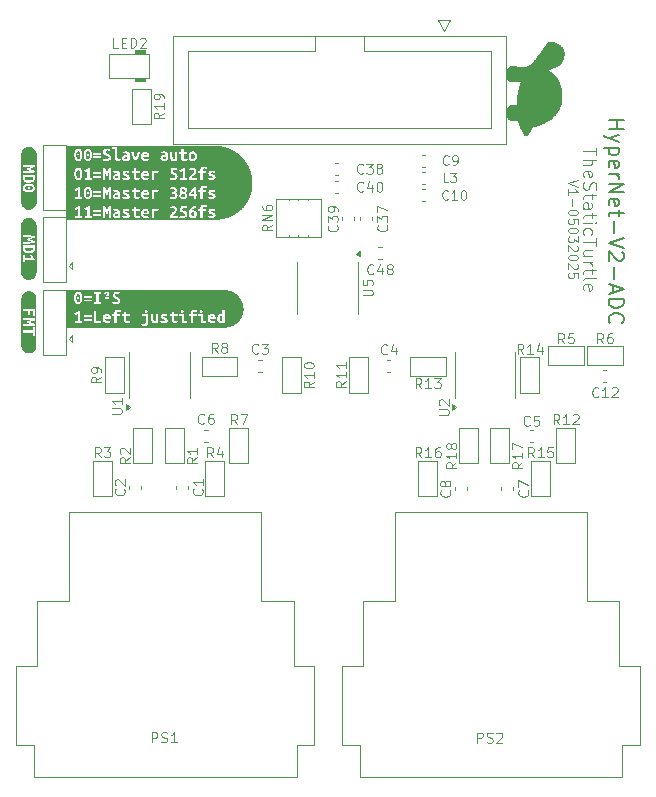
<source format=gbr>
%TF.GenerationSoftware,KiCad,Pcbnew,9.0.0*%
%TF.CreationDate,2025-06-26T23:00:12+02:00*%
%TF.ProjectId,HyperNet-2-ADC,48797065-724e-4657-942d-322d4144432e,rev?*%
%TF.SameCoordinates,Original*%
%TF.FileFunction,Legend,Top*%
%TF.FilePolarity,Positive*%
%FSLAX46Y46*%
G04 Gerber Fmt 4.6, Leading zero omitted, Abs format (unit mm)*
G04 Created by KiCad (PCBNEW 9.0.0) date 2025-06-26 23:00:12*
%MOMM*%
%LPD*%
G01*
G04 APERTURE LIST*
%ADD10C,0.000000*%
%ADD11C,0.100000*%
%ADD12C,0.203200*%
%ADD13C,0.110000*%
%ADD14C,0.120000*%
G04 APERTURE END LIST*
D10*
G36*
X165859500Y-70993900D02*
G01*
X165860900Y-70998200D01*
X165897900Y-71001800D01*
X165934800Y-71005400D01*
X165958300Y-71009200D01*
X165981700Y-71013100D01*
X166005200Y-71017100D01*
X166028600Y-71021100D01*
X166065700Y-71029000D01*
X166102800Y-71037000D01*
X166116500Y-71040100D01*
X166130200Y-71043200D01*
X166149700Y-71048100D01*
X166169200Y-71053000D01*
X166194600Y-71060300D01*
X166220000Y-71067800D01*
X166247400Y-71076000D01*
X166274700Y-71084300D01*
X166292300Y-71091100D01*
X166309800Y-71097900D01*
X166323500Y-71102700D01*
X166337200Y-71107600D01*
X166352800Y-71113200D01*
X166368400Y-71118700D01*
X166382100Y-71125000D01*
X166395800Y-71131200D01*
X166411400Y-71138200D01*
X166427000Y-71145100D01*
X166452400Y-71157200D01*
X166477800Y-71169300D01*
X166511000Y-71187000D01*
X166544200Y-71204700D01*
X166559900Y-71214900D01*
X166575500Y-71225100D01*
X166586100Y-71232400D01*
X166596600Y-71239600D01*
X166598900Y-71239600D01*
X166601200Y-71239600D01*
X166613700Y-71248400D01*
X166626300Y-71257100D01*
X166643800Y-71271100D01*
X166661400Y-71285100D01*
X166680900Y-71298300D01*
X166700500Y-71311600D01*
X166759700Y-71370300D01*
X166818900Y-71429000D01*
X166844400Y-71464200D01*
X166869900Y-71499300D01*
X166877400Y-71509100D01*
X166884800Y-71518800D01*
X166907900Y-71559900D01*
X166931000Y-71600900D01*
X166940200Y-71620400D01*
X166949500Y-71640000D01*
X166956800Y-71654400D01*
X166964100Y-71668800D01*
X166964100Y-71673300D01*
X166964100Y-71677800D01*
X166970000Y-71690100D01*
X166975800Y-71702500D01*
X166981400Y-71722000D01*
X166987000Y-71741500D01*
X166991800Y-71759100D01*
X166996500Y-71776700D01*
X167003300Y-71802100D01*
X167010100Y-71827500D01*
X167014900Y-71860700D01*
X167019800Y-71893800D01*
X167022700Y-71913400D01*
X167025500Y-71932900D01*
X167025900Y-72018800D01*
X167026300Y-72104800D01*
X167023000Y-72130200D01*
X167019700Y-72155600D01*
X167015300Y-72188800D01*
X167010700Y-72222000D01*
X167002800Y-72261000D01*
X166994900Y-72300100D01*
X166987300Y-72325800D01*
X166979800Y-72351400D01*
X166979800Y-72359300D01*
X166979800Y-72367200D01*
X166971900Y-72389900D01*
X166964100Y-72412600D01*
X166964000Y-72420800D01*
X166963900Y-72429000D01*
X166956300Y-72444600D01*
X166948800Y-72460300D01*
X166948500Y-72468100D01*
X166948200Y-72475900D01*
X166940700Y-72491500D01*
X166933200Y-72507100D01*
X166933000Y-72511900D01*
X166932900Y-72516700D01*
X166925400Y-72533400D01*
X166917900Y-72550100D01*
X166907500Y-72575500D01*
X166897000Y-72600900D01*
X166873800Y-72647700D01*
X166850500Y-72694600D01*
X166841000Y-72710300D01*
X166831500Y-72725900D01*
X166825800Y-72735900D01*
X166820100Y-72746000D01*
X166802400Y-72772400D01*
X166784600Y-72798900D01*
X166774900Y-72811200D01*
X166765200Y-72823500D01*
X166744800Y-72848900D01*
X166724500Y-72874300D01*
X166683200Y-72915600D01*
X166641900Y-72956900D01*
X166602800Y-72987900D01*
X166563800Y-73019000D01*
X166546200Y-73030600D01*
X166528600Y-73042300D01*
X166526700Y-73044600D01*
X166524700Y-73047000D01*
X166483700Y-73071600D01*
X166442800Y-73096300D01*
X166397800Y-73119300D01*
X166352800Y-73142300D01*
X166307900Y-73161900D01*
X166263000Y-73181500D01*
X166251200Y-73186600D01*
X166239500Y-73191800D01*
X166220900Y-73200000D01*
X166202200Y-73208300D01*
X166198000Y-73208300D01*
X166193800Y-73208300D01*
X166181500Y-73214000D01*
X166169200Y-73219700D01*
X166151700Y-73226100D01*
X166134100Y-73232400D01*
X166118500Y-73238100D01*
X166102800Y-73243700D01*
X166091100Y-73249000D01*
X166079400Y-73254200D01*
X166065700Y-73259000D01*
X166052000Y-73263700D01*
X166032500Y-73271600D01*
X166013000Y-73279400D01*
X165997300Y-73285100D01*
X165981700Y-73290700D01*
X165969400Y-73296400D01*
X165957100Y-73302100D01*
X165952900Y-73302100D01*
X165948700Y-73302100D01*
X165932000Y-73309400D01*
X165915300Y-73316900D01*
X165893800Y-73325500D01*
X165872400Y-73334200D01*
X165856300Y-73341600D01*
X165840200Y-73348900D01*
X165837700Y-73348900D01*
X165835100Y-73348900D01*
X165801000Y-73365000D01*
X165766900Y-73381000D01*
X165729800Y-73398900D01*
X165692700Y-73416800D01*
X165691000Y-73418000D01*
X165689400Y-73419300D01*
X165697700Y-73428200D01*
X165706100Y-73437000D01*
X165730600Y-73450000D01*
X165755200Y-73462900D01*
X165782500Y-73480000D01*
X165809800Y-73497000D01*
X165825000Y-73506000D01*
X165840200Y-73515000D01*
X165846500Y-73518900D01*
X165852800Y-73522900D01*
X165868400Y-73533600D01*
X165884100Y-73544200D01*
X165903600Y-73558000D01*
X165923100Y-73571800D01*
X165930400Y-73576600D01*
X165937700Y-73581300D01*
X165989000Y-73622400D01*
X166040300Y-73663400D01*
X166049700Y-73671200D01*
X166059000Y-73679000D01*
X166079000Y-73696200D01*
X166098900Y-73713300D01*
X166126300Y-73739500D01*
X166153600Y-73765700D01*
X166196700Y-73810300D01*
X166239800Y-73854800D01*
X166268800Y-73889900D01*
X166297900Y-73925100D01*
X166302500Y-73929000D01*
X166307100Y-73932900D01*
X166343600Y-73981900D01*
X166380200Y-74030900D01*
X166403600Y-74064900D01*
X166427000Y-74099000D01*
X166432100Y-74107700D01*
X166437200Y-74116500D01*
X166448500Y-74134100D01*
X166459800Y-74151700D01*
X166492200Y-74208400D01*
X166524700Y-74265100D01*
X166531100Y-74276700D01*
X166537400Y-74288400D01*
X166555800Y-74325500D01*
X166574200Y-74362600D01*
X166581400Y-74378200D01*
X166588500Y-74393800D01*
X166604500Y-74428000D01*
X166620400Y-74462000D01*
X166620400Y-74465900D01*
X166620400Y-74469800D01*
X166628700Y-74488500D01*
X166636900Y-74507100D01*
X166642200Y-74518800D01*
X166647400Y-74530600D01*
X166655600Y-74554000D01*
X166663700Y-74577400D01*
X166666800Y-74589200D01*
X166669900Y-74600900D01*
X166676400Y-74613400D01*
X166682900Y-74625900D01*
X166683000Y-74632900D01*
X166683200Y-74639900D01*
X166690700Y-74655600D01*
X166698300Y-74671200D01*
X166698400Y-74679600D01*
X166698500Y-74688100D01*
X166705900Y-74708900D01*
X166713300Y-74729800D01*
X166721600Y-74757100D01*
X166729900Y-74784500D01*
X166729800Y-74790500D01*
X166729800Y-74796600D01*
X166737000Y-74819900D01*
X166744300Y-74843100D01*
X166752600Y-74880200D01*
X166760800Y-74917300D01*
X166768600Y-74954400D01*
X166776300Y-74991500D01*
X166784200Y-75048100D01*
X166792000Y-75104800D01*
X166799800Y-75171200D01*
X166807600Y-75237600D01*
X166811800Y-75276600D01*
X166816000Y-75315700D01*
X166819700Y-75356700D01*
X166823300Y-75397800D01*
X166827500Y-75448500D01*
X166831700Y-75499300D01*
X166835800Y-75548100D01*
X166839900Y-75597000D01*
X166837900Y-75731700D01*
X166835900Y-75866500D01*
X166831800Y-75889900D01*
X166827700Y-75913400D01*
X166823700Y-75963700D01*
X166819600Y-76014100D01*
X166815900Y-76028200D01*
X166812200Y-76042300D01*
X166808100Y-76075500D01*
X166804100Y-76108700D01*
X166798400Y-76134100D01*
X166792700Y-76159500D01*
X166784200Y-76198500D01*
X166775600Y-76237600D01*
X166768800Y-76263000D01*
X166762100Y-76288400D01*
X166757600Y-76306000D01*
X166753200Y-76323500D01*
X166747100Y-76346000D01*
X166741100Y-76368400D01*
X166735400Y-76379200D01*
X166729800Y-76389900D01*
X166729700Y-76397800D01*
X166729600Y-76405600D01*
X166721900Y-76422600D01*
X166714100Y-76439600D01*
X166714100Y-76446100D01*
X166714100Y-76452600D01*
X166706300Y-76467100D01*
X166698500Y-76481700D01*
X166698500Y-76487500D01*
X166698500Y-76493300D01*
X166691000Y-76509900D01*
X166683600Y-76526700D01*
X166673200Y-76552100D01*
X166662800Y-76577400D01*
X166657500Y-76589200D01*
X166652300Y-76600900D01*
X166639800Y-76628200D01*
X166627400Y-76655600D01*
X166614600Y-76681000D01*
X166601900Y-76706300D01*
X166580200Y-76748100D01*
X166558500Y-76789800D01*
X166551200Y-76800800D01*
X166543900Y-76811800D01*
X166539300Y-76819600D01*
X166534800Y-76827400D01*
X166520800Y-76850900D01*
X166506800Y-76874300D01*
X166496200Y-76890600D01*
X166485600Y-76906900D01*
X166473900Y-76924800D01*
X166462200Y-76942800D01*
X166447700Y-76963200D01*
X166433200Y-76983700D01*
X166424300Y-76996600D01*
X166415300Y-77009400D01*
X166392700Y-77039500D01*
X166370100Y-77069600D01*
X166363500Y-77077400D01*
X166357000Y-77085300D01*
X166322300Y-77128200D01*
X166287500Y-77171200D01*
X166251900Y-77210200D01*
X166216300Y-77249300D01*
X166157600Y-77308000D01*
X166098900Y-77366800D01*
X166067300Y-77395900D01*
X166035700Y-77425100D01*
X166018500Y-77440500D01*
X166001300Y-77455900D01*
X165923000Y-77518600D01*
X165844800Y-77581300D01*
X165822200Y-77597000D01*
X165799700Y-77612600D01*
X165786700Y-77622400D01*
X165773600Y-77632100D01*
X165764900Y-77638000D01*
X165756200Y-77643900D01*
X165746400Y-77651300D01*
X165736600Y-77658800D01*
X165699600Y-77683600D01*
X165662700Y-77708300D01*
X165659700Y-77708300D01*
X165656800Y-77708300D01*
X165649700Y-77716100D01*
X165642600Y-77723900D01*
X165639400Y-77723900D01*
X165636300Y-77723900D01*
X165613700Y-77738900D01*
X165591100Y-77753900D01*
X165579400Y-77761300D01*
X165567700Y-77768700D01*
X165559900Y-77773100D01*
X165552000Y-77777400D01*
X165539600Y-77784800D01*
X165527200Y-77792300D01*
X165473200Y-77823400D01*
X165419200Y-77854400D01*
X165395800Y-77866800D01*
X165372400Y-77879100D01*
X165337200Y-77897600D01*
X165302000Y-77916200D01*
X165292300Y-77921200D01*
X165282500Y-77926100D01*
X165233700Y-77949600D01*
X165184900Y-77973100D01*
X165150700Y-77989100D01*
X165116700Y-78005200D01*
X165114400Y-78005200D01*
X165112100Y-78005200D01*
X165089900Y-78015300D01*
X165067700Y-78025400D01*
X165055900Y-78030500D01*
X165044200Y-78035600D01*
X165026700Y-78043400D01*
X165009100Y-78051200D01*
X164999300Y-78054100D01*
X164989600Y-78057000D01*
X164981800Y-78062300D01*
X164974100Y-78067700D01*
X164968100Y-78067700D01*
X164962100Y-78067700D01*
X164947500Y-78075500D01*
X164932900Y-78083300D01*
X164928500Y-78083300D01*
X164924000Y-78083300D01*
X164907900Y-78090600D01*
X164891900Y-78097800D01*
X164878200Y-78102700D01*
X164864500Y-78107600D01*
X164845000Y-78114700D01*
X164825500Y-78121900D01*
X164798100Y-78132100D01*
X164770800Y-78142400D01*
X164756900Y-78145900D01*
X164742900Y-78149400D01*
X164731500Y-78155400D01*
X164720000Y-78161400D01*
X164713600Y-78161400D01*
X164707200Y-78161400D01*
X164690200Y-78169100D01*
X164673100Y-78176900D01*
X164665300Y-78177100D01*
X164657500Y-78177300D01*
X164641900Y-78184800D01*
X164626300Y-78192400D01*
X164616500Y-78192700D01*
X164606700Y-78192900D01*
X164591100Y-78200500D01*
X164575500Y-78208000D01*
X164567700Y-78208200D01*
X164559900Y-78208300D01*
X164536400Y-78215800D01*
X164513000Y-78223300D01*
X164491500Y-78230200D01*
X164470000Y-78237100D01*
X164438900Y-78241300D01*
X164407700Y-78245500D01*
X164368700Y-78242200D01*
X164329700Y-78238900D01*
X164318900Y-78251900D01*
X164308100Y-78264900D01*
X164308000Y-78271200D01*
X164307900Y-78277400D01*
X164300100Y-78284500D01*
X164292300Y-78291500D01*
X164292300Y-78297900D01*
X164292300Y-78304200D01*
X164285500Y-78313900D01*
X164278800Y-78323500D01*
X164265400Y-78348900D01*
X164252100Y-78374300D01*
X164244800Y-78388000D01*
X164237500Y-78401700D01*
X164233000Y-78409500D01*
X164228500Y-78417300D01*
X164225200Y-78423100D01*
X164221800Y-78429000D01*
X164215700Y-78442200D01*
X164209700Y-78455500D01*
X164204100Y-78461100D01*
X164198500Y-78466700D01*
X164198500Y-78473600D01*
X164198500Y-78480500D01*
X164190700Y-78487600D01*
X164182900Y-78494600D01*
X164182900Y-78501000D01*
X164182900Y-78507300D01*
X164176400Y-78516500D01*
X164170000Y-78525800D01*
X164156300Y-78551600D01*
X164142600Y-78577400D01*
X164135400Y-78589200D01*
X164128300Y-78600900D01*
X164123900Y-78610600D01*
X164119600Y-78620400D01*
X164116000Y-78626300D01*
X164112400Y-78632100D01*
X164106400Y-78645400D01*
X164100300Y-78658700D01*
X164094700Y-78664200D01*
X164089100Y-78669800D01*
X164089100Y-78676700D01*
X164089100Y-78683700D01*
X164081400Y-78690700D01*
X164073500Y-78697800D01*
X164073500Y-78704100D01*
X164073500Y-78710500D01*
X164067200Y-78719600D01*
X164060800Y-78728700D01*
X164048900Y-78750700D01*
X164037000Y-78772800D01*
X164028000Y-78788400D01*
X164018900Y-78804000D01*
X164015300Y-78811800D01*
X164011700Y-78819600D01*
X164009200Y-78825500D01*
X164006800Y-78831400D01*
X163997300Y-78847000D01*
X163987900Y-78862600D01*
X163981400Y-78874300D01*
X163974800Y-78886000D01*
X163959700Y-78905100D01*
X163944500Y-78924300D01*
X163922600Y-78941300D01*
X163900700Y-78958300D01*
X163895800Y-78958300D01*
X163890900Y-78958300D01*
X163885900Y-78964200D01*
X163881000Y-78970200D01*
X163864000Y-78974500D01*
X163847000Y-78978700D01*
X163847000Y-78984200D01*
X163847000Y-78989500D01*
X163780600Y-78989500D01*
X163714100Y-78989500D01*
X163706300Y-78981700D01*
X163698500Y-78973900D01*
X163689300Y-78973900D01*
X163680100Y-78973900D01*
X163670700Y-78966600D01*
X163661400Y-78959400D01*
X163652000Y-78956400D01*
X163642700Y-78953500D01*
X163612500Y-78923700D01*
X163582300Y-78893800D01*
X163574200Y-78878200D01*
X163566100Y-78862600D01*
X163561700Y-78852800D01*
X163557200Y-78843100D01*
X163549800Y-78828600D01*
X163542300Y-78814200D01*
X163542300Y-78807100D01*
X163542200Y-78800100D01*
X163534500Y-78788400D01*
X163526700Y-78776600D01*
X163526700Y-78769600D01*
X163526700Y-78762600D01*
X163519100Y-78748100D01*
X163511500Y-78733700D01*
X163496100Y-78700500D01*
X163480600Y-78667300D01*
X163452600Y-78610600D01*
X163424700Y-78554000D01*
X163421400Y-78548100D01*
X163418100Y-78542300D01*
X163413800Y-78532500D01*
X163409500Y-78522700D01*
X163406000Y-78516900D01*
X163402500Y-78511000D01*
X163398200Y-78501300D01*
X163393900Y-78491500D01*
X163390400Y-78485600D01*
X163386900Y-78479800D01*
X163382600Y-78470000D01*
X163378300Y-78460300D01*
X163374700Y-78454400D01*
X163371200Y-78448500D01*
X163366900Y-78438800D01*
X163362700Y-78429000D01*
X163359400Y-78423100D01*
X163356000Y-78417300D01*
X163350000Y-78405600D01*
X163343900Y-78393800D01*
X163286500Y-78278600D01*
X163229200Y-78163400D01*
X163221700Y-78148900D01*
X163214100Y-78134500D01*
X163214100Y-78130000D01*
X163214100Y-78125500D01*
X163206300Y-78115600D01*
X163198500Y-78105700D01*
X163198500Y-78098000D01*
X163198500Y-78090400D01*
X163190700Y-78080500D01*
X163182900Y-78070500D01*
X163182900Y-78065000D01*
X163182900Y-78059400D01*
X163175100Y-78044000D01*
X163167300Y-78028600D01*
X163159500Y-78013200D01*
X163151700Y-77997800D01*
X163151600Y-77990700D01*
X163151600Y-77983700D01*
X163143800Y-77972000D01*
X163136100Y-77960300D01*
X163136000Y-77952400D01*
X163136000Y-77944600D01*
X163128200Y-77932900D01*
X163120400Y-77921200D01*
X163120400Y-77911700D01*
X163120400Y-77902300D01*
X163114500Y-77895800D01*
X163108700Y-77889300D01*
X163105400Y-77871600D01*
X163102100Y-77853900D01*
X163095600Y-77844700D01*
X163089100Y-77835500D01*
X163089100Y-77826400D01*
X163089100Y-77817400D01*
X163081400Y-77802000D01*
X163073500Y-77786700D01*
X163073500Y-77776800D01*
X163073500Y-77766900D01*
X163065700Y-77752300D01*
X163057900Y-77737700D01*
X163057900Y-77724700D01*
X163057900Y-77711700D01*
X163053900Y-77704200D01*
X163049900Y-77696800D01*
X163042900Y-77693000D01*
X163036000Y-77689300D01*
X162897500Y-77692800D01*
X162759100Y-77696300D01*
X162731700Y-77700500D01*
X162704400Y-77704800D01*
X162638000Y-77705000D01*
X162571600Y-77705300D01*
X162550400Y-77699000D01*
X162529100Y-77692700D01*
X162513300Y-77692500D01*
X162497400Y-77692400D01*
X162481700Y-77684800D01*
X162466100Y-77677300D01*
X162457100Y-77677200D01*
X162448100Y-77677000D01*
X162433700Y-77669600D01*
X162419200Y-77662100D01*
X162395800Y-77651100D01*
X162372400Y-77640200D01*
X162367200Y-77635200D01*
X162362000Y-77630200D01*
X162357200Y-77630200D01*
X162352500Y-77630200D01*
X162343500Y-77623300D01*
X162334500Y-77616500D01*
X162302000Y-77590400D01*
X162269400Y-77564200D01*
X162254000Y-77547400D01*
X162238600Y-77530600D01*
X162218600Y-77504000D01*
X162198500Y-77477400D01*
X162198500Y-77475000D01*
X162198500Y-77472600D01*
X162193000Y-77466400D01*
X162187400Y-77460300D01*
X162169500Y-77425100D01*
X162151700Y-77390000D01*
X162151600Y-77382200D01*
X162151600Y-77374300D01*
X162143800Y-77362600D01*
X162136100Y-77350900D01*
X162136100Y-77338000D01*
X162136000Y-77325100D01*
X162129200Y-77312600D01*
X162122300Y-77300100D01*
X162121300Y-77030700D01*
X162120100Y-76761200D01*
X162124000Y-76745500D01*
X162127800Y-76729800D01*
X162132200Y-76712200D01*
X162136600Y-76694600D01*
X162140700Y-76682900D01*
X162144800Y-76671200D01*
X162150700Y-76653600D01*
X162156700Y-76636000D01*
X162162000Y-76629900D01*
X162167300Y-76623700D01*
X162167300Y-76615700D01*
X162167300Y-76607700D01*
X162173400Y-76602700D01*
X162179400Y-76597600D01*
X162185100Y-76585600D01*
X162190700Y-76573500D01*
X162197500Y-76563200D01*
X162204400Y-76552900D01*
X162216100Y-76536200D01*
X162227800Y-76519500D01*
X162249300Y-76496300D01*
X162270800Y-76473000D01*
X162298200Y-76451000D01*
X162325700Y-76429000D01*
X162331800Y-76425100D01*
X162338000Y-76421200D01*
X162353200Y-76411100D01*
X162368500Y-76401100D01*
X162388000Y-76391000D01*
X162407500Y-76381000D01*
X162423700Y-76372800D01*
X162439800Y-76364600D01*
X162446100Y-76364600D01*
X162452500Y-76364600D01*
X162467100Y-76356700D01*
X162481600Y-76348900D01*
X162496200Y-76348900D01*
X162510900Y-76348900D01*
X162527600Y-76342100D01*
X162544200Y-76335200D01*
X162620400Y-76335300D01*
X162696600Y-76335300D01*
X162709100Y-76342100D01*
X162721600Y-76348900D01*
X162738400Y-76348900D01*
X162755300Y-76348900D01*
X162769900Y-76356700D01*
X162784400Y-76364600D01*
X162797200Y-76364700D01*
X162809900Y-76364800D01*
X162825500Y-76372400D01*
X162841100Y-76379900D01*
X162852400Y-76380000D01*
X162863700Y-76380200D01*
X162879800Y-76387500D01*
X162895800Y-76394900D01*
X162919100Y-76399200D01*
X162942500Y-76403600D01*
X162951800Y-76394300D01*
X162961000Y-76385100D01*
X162964400Y-76229300D01*
X162967800Y-76073500D01*
X162971900Y-76048100D01*
X162976000Y-76022700D01*
X162979700Y-75942700D01*
X162983400Y-75862600D01*
X162987400Y-75843100D01*
X162991500Y-75823500D01*
X162995400Y-75764900D01*
X162999200Y-75706300D01*
X163003400Y-75692700D01*
X163007600Y-75679000D01*
X163011100Y-75626300D01*
X163014700Y-75573500D01*
X163020600Y-75554400D01*
X163026700Y-75535200D01*
X163026700Y-75507400D01*
X163026700Y-75479500D01*
X163032700Y-75458200D01*
X163038800Y-75436800D01*
X163042300Y-75400800D01*
X163045800Y-75364900D01*
X163051800Y-75347000D01*
X163057900Y-75329100D01*
X163057900Y-75309600D01*
X163057900Y-75290100D01*
X163065700Y-75267900D01*
X163073500Y-75245700D01*
X163073700Y-75228000D01*
X163073800Y-75210300D01*
X163081400Y-75188800D01*
X163088900Y-75167300D01*
X163089000Y-75150800D01*
X163089100Y-75134400D01*
X163097000Y-75114500D01*
X163104800Y-75094700D01*
X163104900Y-75080200D01*
X163104900Y-75065700D01*
X163112700Y-75048700D01*
X163120400Y-75031700D01*
X163120400Y-75017400D01*
X163120400Y-75003100D01*
X163128200Y-74988500D01*
X163136000Y-74974000D01*
X163136000Y-74967100D01*
X163136000Y-74960300D01*
X163143600Y-74936800D01*
X163151100Y-74913400D01*
X163159500Y-74884100D01*
X163167900Y-74854800D01*
X163175400Y-74831400D01*
X163182900Y-74807900D01*
X163182900Y-74801500D01*
X163182900Y-74795100D01*
X163190600Y-74778100D01*
X163198300Y-74761000D01*
X163198600Y-74751300D01*
X163198800Y-74741500D01*
X163206300Y-74725900D01*
X163213900Y-74710300D01*
X163214100Y-74702500D01*
X163214400Y-74694600D01*
X163222000Y-74679000D01*
X163229500Y-74663400D01*
X163229600Y-74656200D01*
X163229800Y-74648900D01*
X163235600Y-74636600D01*
X163241400Y-74624300D01*
X163246900Y-74604800D01*
X163252300Y-74585300D01*
X163257200Y-74571600D01*
X163262000Y-74557900D01*
X163269300Y-74541200D01*
X163276700Y-74524500D01*
X163276700Y-74518700D01*
X163276700Y-74513000D01*
X163284500Y-74498400D01*
X163292300Y-74483800D01*
X163292300Y-74478600D01*
X163292300Y-74473400D01*
X163300700Y-74453900D01*
X163309100Y-74434400D01*
X163303600Y-74428900D01*
X163298100Y-74423500D01*
X163087200Y-74427100D01*
X162876300Y-74430600D01*
X162766900Y-74435100D01*
X162657500Y-74439600D01*
X162612600Y-74437900D01*
X162567700Y-74436100D01*
X162528000Y-74429600D01*
X162488400Y-74423100D01*
X162477200Y-74417300D01*
X162466100Y-74411500D01*
X162458700Y-74411400D01*
X162451300Y-74411400D01*
X162433300Y-74403200D01*
X162415300Y-74395000D01*
X162397800Y-74386600D01*
X162380200Y-74378200D01*
X162370400Y-74372000D01*
X162360600Y-74365800D01*
X162343100Y-74354400D01*
X162325500Y-74343100D01*
X162321600Y-74340200D01*
X162317700Y-74337400D01*
X162298100Y-74320700D01*
X162278600Y-74304100D01*
X162261400Y-74286500D01*
X162244200Y-74268900D01*
X162222400Y-74241100D01*
X162200500Y-74213300D01*
X162192900Y-74200100D01*
X162185400Y-74186800D01*
X162168600Y-74153600D01*
X162151800Y-74120400D01*
X162151600Y-74114500D01*
X162151400Y-74108700D01*
X162143800Y-74093100D01*
X162136300Y-74077400D01*
X162136200Y-74067300D01*
X162136000Y-74057200D01*
X162129400Y-74038000D01*
X162122700Y-74018800D01*
X162121400Y-73748100D01*
X162120100Y-73477300D01*
X162124100Y-73457100D01*
X162128100Y-73436800D01*
X162135600Y-73405600D01*
X162143100Y-73374300D01*
X162149500Y-73356700D01*
X162156000Y-73339200D01*
X162172200Y-73306000D01*
X162188500Y-73272800D01*
X162204200Y-73249300D01*
X162220000Y-73225900D01*
X162231500Y-73212200D01*
X162243100Y-73198500D01*
X162275800Y-73166500D01*
X162308500Y-73134400D01*
X162337400Y-73115200D01*
X162366200Y-73096000D01*
X162398600Y-73080400D01*
X162431000Y-73064800D01*
X162445200Y-73058400D01*
X162459500Y-73052100D01*
X162465900Y-73052100D01*
X162472200Y-73052100D01*
X162486700Y-73046000D01*
X162501300Y-73039900D01*
X162546200Y-73034300D01*
X162591100Y-73028700D01*
X162617700Y-73028600D01*
X162644300Y-73028600D01*
X162682200Y-73032700D01*
X162720000Y-73036800D01*
X162761000Y-73044200D01*
X162802100Y-73051700D01*
X162827400Y-73055800D01*
X162852800Y-73059900D01*
X162874300Y-73063500D01*
X162895800Y-73067200D01*
X162921200Y-73071300D01*
X162946600Y-73075500D01*
X162970000Y-73079500D01*
X162993400Y-73083500D01*
X163038400Y-73091100D01*
X163083300Y-73098700D01*
X163106700Y-73102700D01*
X163130200Y-73106700D01*
X163155600Y-73110900D01*
X163180900Y-73115100D01*
X163202400Y-73118700D01*
X163223900Y-73122400D01*
X163249300Y-73126600D01*
X163274700Y-73130800D01*
X163323500Y-73138800D01*
X163372400Y-73146800D01*
X163477800Y-73146700D01*
X163583300Y-73146500D01*
X163608700Y-73142400D01*
X163634100Y-73138200D01*
X163661400Y-73133900D01*
X163688800Y-73129600D01*
X163718100Y-73122500D01*
X163747400Y-73115400D01*
X163764900Y-73110800D01*
X163782500Y-73106200D01*
X163802100Y-73100600D01*
X163821600Y-73095000D01*
X163833900Y-73089100D01*
X163846200Y-73083300D01*
X163851500Y-73083300D01*
X163856700Y-73083300D01*
X163867100Y-73077800D01*
X163877500Y-73072400D01*
X163891100Y-73067900D01*
X163904700Y-73063500D01*
X163931500Y-73050000D01*
X163958300Y-73036400D01*
X163961400Y-73036400D01*
X163964600Y-73036400D01*
X164006300Y-73012500D01*
X164048100Y-72988700D01*
X164075500Y-72970600D01*
X164102800Y-72952600D01*
X164130200Y-72932500D01*
X164157500Y-72912400D01*
X164167800Y-72903100D01*
X164178000Y-72893800D01*
X164215900Y-72860600D01*
X164253700Y-72827500D01*
X164295600Y-72780600D01*
X164337600Y-72733700D01*
X164372500Y-72690700D01*
X164407400Y-72647700D01*
X164411800Y-72643900D01*
X164416100Y-72639900D01*
X164442400Y-72605500D01*
X164468600Y-72571000D01*
X164475200Y-72563100D01*
X164481700Y-72555300D01*
X164487600Y-72548100D01*
X164493400Y-72540800D01*
X164526700Y-72497100D01*
X164559900Y-72453400D01*
X164591000Y-72413900D01*
X164622100Y-72374300D01*
X164706200Y-72262100D01*
X164790300Y-72149900D01*
X164823500Y-72104600D01*
X164856700Y-72059200D01*
X164860800Y-72054700D01*
X164864800Y-72050100D01*
X164878400Y-72030600D01*
X164891900Y-72011100D01*
X164895800Y-72006500D01*
X164899700Y-72001900D01*
X164934800Y-71954000D01*
X164970000Y-71906100D01*
X164990400Y-71878500D01*
X165010700Y-71850900D01*
X165019700Y-71838100D01*
X165028600Y-71825300D01*
X165034500Y-71817700D01*
X165040300Y-71810100D01*
X165049300Y-71797300D01*
X165058200Y-71784500D01*
X165078600Y-71756800D01*
X165098900Y-71729100D01*
X165109800Y-71713800D01*
X165120700Y-71698500D01*
X165136000Y-71677100D01*
X165151400Y-71655600D01*
X165166100Y-71635100D01*
X165180900Y-71614600D01*
X165196600Y-71593300D01*
X165212200Y-71572000D01*
X165221200Y-71559100D01*
X165230300Y-71546200D01*
X165270900Y-71489600D01*
X165311500Y-71432900D01*
X165314900Y-71428900D01*
X165318300Y-71424900D01*
X165338800Y-71395700D01*
X165359200Y-71366500D01*
X165376500Y-71343100D01*
X165393800Y-71319600D01*
X165408400Y-71298100D01*
X165423000Y-71276700D01*
X165426100Y-71272800D01*
X165429100Y-71268900D01*
X165439800Y-71254700D01*
X165450500Y-71240600D01*
X165473900Y-71206700D01*
X165497300Y-71172900D01*
X165520800Y-71140200D01*
X165544200Y-71107500D01*
X165550100Y-71098300D01*
X165555900Y-71089200D01*
X165585400Y-71059300D01*
X165614900Y-71029500D01*
X165638200Y-71017800D01*
X165661400Y-71006100D01*
X165674400Y-71003400D01*
X165687300Y-71000500D01*
X165689400Y-70995000D01*
X165691600Y-70989600D01*
X165774800Y-70989600D01*
X165858000Y-70989600D01*
X165859500Y-70993900D01*
G37*
D11*
X169712866Y-79951455D02*
X169712866Y-80591455D01*
X168592866Y-80271455D02*
X169712866Y-80271455D01*
X168592866Y-80964788D02*
X169712866Y-80964788D01*
X168592866Y-81444788D02*
X169179533Y-81444788D01*
X169179533Y-81444788D02*
X169286200Y-81391455D01*
X169286200Y-81391455D02*
X169339533Y-81284788D01*
X169339533Y-81284788D02*
X169339533Y-81124788D01*
X169339533Y-81124788D02*
X169286200Y-81018122D01*
X169286200Y-81018122D02*
X169232866Y-80964788D01*
X168646200Y-82404788D02*
X168592866Y-82298121D01*
X168592866Y-82298121D02*
X168592866Y-82084788D01*
X168592866Y-82084788D02*
X168646200Y-81978121D01*
X168646200Y-81978121D02*
X168752866Y-81924788D01*
X168752866Y-81924788D02*
X169179533Y-81924788D01*
X169179533Y-81924788D02*
X169286200Y-81978121D01*
X169286200Y-81978121D02*
X169339533Y-82084788D01*
X169339533Y-82084788D02*
X169339533Y-82298121D01*
X169339533Y-82298121D02*
X169286200Y-82404788D01*
X169286200Y-82404788D02*
X169179533Y-82458121D01*
X169179533Y-82458121D02*
X169072866Y-82458121D01*
X169072866Y-82458121D02*
X168966200Y-81924788D01*
X168646200Y-82884788D02*
X168592866Y-83044788D01*
X168592866Y-83044788D02*
X168592866Y-83311455D01*
X168592866Y-83311455D02*
X168646200Y-83418121D01*
X168646200Y-83418121D02*
X168699533Y-83471455D01*
X168699533Y-83471455D02*
X168806200Y-83524788D01*
X168806200Y-83524788D02*
X168912866Y-83524788D01*
X168912866Y-83524788D02*
X169019533Y-83471455D01*
X169019533Y-83471455D02*
X169072866Y-83418121D01*
X169072866Y-83418121D02*
X169126200Y-83311455D01*
X169126200Y-83311455D02*
X169179533Y-83098121D01*
X169179533Y-83098121D02*
X169232866Y-82991455D01*
X169232866Y-82991455D02*
X169286200Y-82938121D01*
X169286200Y-82938121D02*
X169392866Y-82884788D01*
X169392866Y-82884788D02*
X169499533Y-82884788D01*
X169499533Y-82884788D02*
X169606200Y-82938121D01*
X169606200Y-82938121D02*
X169659533Y-82991455D01*
X169659533Y-82991455D02*
X169712866Y-83098121D01*
X169712866Y-83098121D02*
X169712866Y-83364788D01*
X169712866Y-83364788D02*
X169659533Y-83524788D01*
X169339533Y-83844788D02*
X169339533Y-84271455D01*
X169712866Y-84004788D02*
X168752866Y-84004788D01*
X168752866Y-84004788D02*
X168646200Y-84058122D01*
X168646200Y-84058122D02*
X168592866Y-84164788D01*
X168592866Y-84164788D02*
X168592866Y-84271455D01*
X168592866Y-85124788D02*
X169179533Y-85124788D01*
X169179533Y-85124788D02*
X169286200Y-85071455D01*
X169286200Y-85071455D02*
X169339533Y-84964788D01*
X169339533Y-84964788D02*
X169339533Y-84751455D01*
X169339533Y-84751455D02*
X169286200Y-84644788D01*
X168646200Y-85124788D02*
X168592866Y-85018122D01*
X168592866Y-85018122D02*
X168592866Y-84751455D01*
X168592866Y-84751455D02*
X168646200Y-84644788D01*
X168646200Y-84644788D02*
X168752866Y-84591455D01*
X168752866Y-84591455D02*
X168859533Y-84591455D01*
X168859533Y-84591455D02*
X168966200Y-84644788D01*
X168966200Y-84644788D02*
X169019533Y-84751455D01*
X169019533Y-84751455D02*
X169019533Y-85018122D01*
X169019533Y-85018122D02*
X169072866Y-85124788D01*
X169339533Y-85498121D02*
X169339533Y-85924788D01*
X169712866Y-85658121D02*
X168752866Y-85658121D01*
X168752866Y-85658121D02*
X168646200Y-85711455D01*
X168646200Y-85711455D02*
X168592866Y-85818121D01*
X168592866Y-85818121D02*
X168592866Y-85924788D01*
X168592866Y-86298121D02*
X169339533Y-86298121D01*
X169712866Y-86298121D02*
X169659533Y-86244788D01*
X169659533Y-86244788D02*
X169606200Y-86298121D01*
X169606200Y-86298121D02*
X169659533Y-86351455D01*
X169659533Y-86351455D02*
X169712866Y-86298121D01*
X169712866Y-86298121D02*
X169606200Y-86298121D01*
X168646200Y-87311454D02*
X168592866Y-87204788D01*
X168592866Y-87204788D02*
X168592866Y-86991454D01*
X168592866Y-86991454D02*
X168646200Y-86884788D01*
X168646200Y-86884788D02*
X168699533Y-86831454D01*
X168699533Y-86831454D02*
X168806200Y-86778121D01*
X168806200Y-86778121D02*
X169126200Y-86778121D01*
X169126200Y-86778121D02*
X169232866Y-86831454D01*
X169232866Y-86831454D02*
X169286200Y-86884788D01*
X169286200Y-86884788D02*
X169339533Y-86991454D01*
X169339533Y-86991454D02*
X169339533Y-87204788D01*
X169339533Y-87204788D02*
X169286200Y-87311454D01*
X169712866Y-87631454D02*
X169712866Y-88271454D01*
X168592866Y-87951454D02*
X169712866Y-87951454D01*
X169339533Y-89124787D02*
X168592866Y-89124787D01*
X169339533Y-88644787D02*
X168752866Y-88644787D01*
X168752866Y-88644787D02*
X168646200Y-88698121D01*
X168646200Y-88698121D02*
X168592866Y-88804787D01*
X168592866Y-88804787D02*
X168592866Y-88964787D01*
X168592866Y-88964787D02*
X168646200Y-89071454D01*
X168646200Y-89071454D02*
X168699533Y-89124787D01*
X168592866Y-89658120D02*
X169339533Y-89658120D01*
X169126200Y-89658120D02*
X169232866Y-89711454D01*
X169232866Y-89711454D02*
X169286200Y-89764787D01*
X169286200Y-89764787D02*
X169339533Y-89871454D01*
X169339533Y-89871454D02*
X169339533Y-89978120D01*
X169339533Y-90191453D02*
X169339533Y-90618120D01*
X169712866Y-90351453D02*
X168752866Y-90351453D01*
X168752866Y-90351453D02*
X168646200Y-90404787D01*
X168646200Y-90404787D02*
X168592866Y-90511453D01*
X168592866Y-90511453D02*
X168592866Y-90618120D01*
X168592866Y-91151453D02*
X168646200Y-91044787D01*
X168646200Y-91044787D02*
X168752866Y-90991453D01*
X168752866Y-90991453D02*
X169712866Y-90991453D01*
X168646200Y-92004787D02*
X168592866Y-91898120D01*
X168592866Y-91898120D02*
X168592866Y-91684787D01*
X168592866Y-91684787D02*
X168646200Y-91578120D01*
X168646200Y-91578120D02*
X168752866Y-91524787D01*
X168752866Y-91524787D02*
X169179533Y-91524787D01*
X169179533Y-91524787D02*
X169286200Y-91578120D01*
X169286200Y-91578120D02*
X169339533Y-91684787D01*
X169339533Y-91684787D02*
X169339533Y-91898120D01*
X169339533Y-91898120D02*
X169286200Y-92004787D01*
X169286200Y-92004787D02*
X169179533Y-92058120D01*
X169179533Y-92058120D02*
X169072866Y-92058120D01*
X169072866Y-92058120D02*
X168966200Y-91524787D01*
X168138104Y-82714979D02*
X167338104Y-82981646D01*
X167338104Y-82981646D02*
X168138104Y-83248312D01*
X167338104Y-83934026D02*
X167338104Y-83476883D01*
X167338104Y-83705455D02*
X168138104Y-83705455D01*
X168138104Y-83705455D02*
X168023819Y-83629264D01*
X168023819Y-83629264D02*
X167947628Y-83553074D01*
X167947628Y-83553074D02*
X167909533Y-83476883D01*
X167642866Y-84276884D02*
X167642866Y-84886408D01*
X168138104Y-85419741D02*
X168138104Y-85495931D01*
X168138104Y-85495931D02*
X168100009Y-85572122D01*
X168100009Y-85572122D02*
X168061914Y-85610217D01*
X168061914Y-85610217D02*
X167985723Y-85648312D01*
X167985723Y-85648312D02*
X167833342Y-85686407D01*
X167833342Y-85686407D02*
X167642866Y-85686407D01*
X167642866Y-85686407D02*
X167490485Y-85648312D01*
X167490485Y-85648312D02*
X167414295Y-85610217D01*
X167414295Y-85610217D02*
X167376200Y-85572122D01*
X167376200Y-85572122D02*
X167338104Y-85495931D01*
X167338104Y-85495931D02*
X167338104Y-85419741D01*
X167338104Y-85419741D02*
X167376200Y-85343550D01*
X167376200Y-85343550D02*
X167414295Y-85305455D01*
X167414295Y-85305455D02*
X167490485Y-85267360D01*
X167490485Y-85267360D02*
X167642866Y-85229264D01*
X167642866Y-85229264D02*
X167833342Y-85229264D01*
X167833342Y-85229264D02*
X167985723Y-85267360D01*
X167985723Y-85267360D02*
X168061914Y-85305455D01*
X168061914Y-85305455D02*
X168100009Y-85343550D01*
X168100009Y-85343550D02*
X168138104Y-85419741D01*
X168138104Y-86410217D02*
X168138104Y-86029265D01*
X168138104Y-86029265D02*
X167757152Y-85991169D01*
X167757152Y-85991169D02*
X167795247Y-86029265D01*
X167795247Y-86029265D02*
X167833342Y-86105455D01*
X167833342Y-86105455D02*
X167833342Y-86295931D01*
X167833342Y-86295931D02*
X167795247Y-86372122D01*
X167795247Y-86372122D02*
X167757152Y-86410217D01*
X167757152Y-86410217D02*
X167680961Y-86448312D01*
X167680961Y-86448312D02*
X167490485Y-86448312D01*
X167490485Y-86448312D02*
X167414295Y-86410217D01*
X167414295Y-86410217D02*
X167376200Y-86372122D01*
X167376200Y-86372122D02*
X167338104Y-86295931D01*
X167338104Y-86295931D02*
X167338104Y-86105455D01*
X167338104Y-86105455D02*
X167376200Y-86029265D01*
X167376200Y-86029265D02*
X167414295Y-85991169D01*
X168138104Y-86943551D02*
X168138104Y-87019741D01*
X168138104Y-87019741D02*
X168100009Y-87095932D01*
X168100009Y-87095932D02*
X168061914Y-87134027D01*
X168061914Y-87134027D02*
X167985723Y-87172122D01*
X167985723Y-87172122D02*
X167833342Y-87210217D01*
X167833342Y-87210217D02*
X167642866Y-87210217D01*
X167642866Y-87210217D02*
X167490485Y-87172122D01*
X167490485Y-87172122D02*
X167414295Y-87134027D01*
X167414295Y-87134027D02*
X167376200Y-87095932D01*
X167376200Y-87095932D02*
X167338104Y-87019741D01*
X167338104Y-87019741D02*
X167338104Y-86943551D01*
X167338104Y-86943551D02*
X167376200Y-86867360D01*
X167376200Y-86867360D02*
X167414295Y-86829265D01*
X167414295Y-86829265D02*
X167490485Y-86791170D01*
X167490485Y-86791170D02*
X167642866Y-86753074D01*
X167642866Y-86753074D02*
X167833342Y-86753074D01*
X167833342Y-86753074D02*
X167985723Y-86791170D01*
X167985723Y-86791170D02*
X168061914Y-86829265D01*
X168061914Y-86829265D02*
X168100009Y-86867360D01*
X168100009Y-86867360D02*
X168138104Y-86943551D01*
X168138104Y-87476884D02*
X168138104Y-87972122D01*
X168138104Y-87972122D02*
X167833342Y-87705456D01*
X167833342Y-87705456D02*
X167833342Y-87819741D01*
X167833342Y-87819741D02*
X167795247Y-87895932D01*
X167795247Y-87895932D02*
X167757152Y-87934027D01*
X167757152Y-87934027D02*
X167680961Y-87972122D01*
X167680961Y-87972122D02*
X167490485Y-87972122D01*
X167490485Y-87972122D02*
X167414295Y-87934027D01*
X167414295Y-87934027D02*
X167376200Y-87895932D01*
X167376200Y-87895932D02*
X167338104Y-87819741D01*
X167338104Y-87819741D02*
X167338104Y-87591170D01*
X167338104Y-87591170D02*
X167376200Y-87514979D01*
X167376200Y-87514979D02*
X167414295Y-87476884D01*
X168061914Y-88276884D02*
X168100009Y-88314980D01*
X168100009Y-88314980D02*
X168138104Y-88391170D01*
X168138104Y-88391170D02*
X168138104Y-88581646D01*
X168138104Y-88581646D02*
X168100009Y-88657837D01*
X168100009Y-88657837D02*
X168061914Y-88695932D01*
X168061914Y-88695932D02*
X167985723Y-88734027D01*
X167985723Y-88734027D02*
X167909533Y-88734027D01*
X167909533Y-88734027D02*
X167795247Y-88695932D01*
X167795247Y-88695932D02*
X167338104Y-88238789D01*
X167338104Y-88238789D02*
X167338104Y-88734027D01*
X168138104Y-89229266D02*
X168138104Y-89305456D01*
X168138104Y-89305456D02*
X168100009Y-89381647D01*
X168100009Y-89381647D02*
X168061914Y-89419742D01*
X168061914Y-89419742D02*
X167985723Y-89457837D01*
X167985723Y-89457837D02*
X167833342Y-89495932D01*
X167833342Y-89495932D02*
X167642866Y-89495932D01*
X167642866Y-89495932D02*
X167490485Y-89457837D01*
X167490485Y-89457837D02*
X167414295Y-89419742D01*
X167414295Y-89419742D02*
X167376200Y-89381647D01*
X167376200Y-89381647D02*
X167338104Y-89305456D01*
X167338104Y-89305456D02*
X167338104Y-89229266D01*
X167338104Y-89229266D02*
X167376200Y-89153075D01*
X167376200Y-89153075D02*
X167414295Y-89114980D01*
X167414295Y-89114980D02*
X167490485Y-89076885D01*
X167490485Y-89076885D02*
X167642866Y-89038789D01*
X167642866Y-89038789D02*
X167833342Y-89038789D01*
X167833342Y-89038789D02*
X167985723Y-89076885D01*
X167985723Y-89076885D02*
X168061914Y-89114980D01*
X168061914Y-89114980D02*
X168100009Y-89153075D01*
X168100009Y-89153075D02*
X168138104Y-89229266D01*
X168061914Y-89800694D02*
X168100009Y-89838790D01*
X168100009Y-89838790D02*
X168138104Y-89914980D01*
X168138104Y-89914980D02*
X168138104Y-90105456D01*
X168138104Y-90105456D02*
X168100009Y-90181647D01*
X168100009Y-90181647D02*
X168061914Y-90219742D01*
X168061914Y-90219742D02*
X167985723Y-90257837D01*
X167985723Y-90257837D02*
X167909533Y-90257837D01*
X167909533Y-90257837D02*
X167795247Y-90219742D01*
X167795247Y-90219742D02*
X167338104Y-89762599D01*
X167338104Y-89762599D02*
X167338104Y-90257837D01*
X168138104Y-90981647D02*
X168138104Y-90600695D01*
X168138104Y-90600695D02*
X167757152Y-90562599D01*
X167757152Y-90562599D02*
X167795247Y-90600695D01*
X167795247Y-90600695D02*
X167833342Y-90676885D01*
X167833342Y-90676885D02*
X167833342Y-90867361D01*
X167833342Y-90867361D02*
X167795247Y-90943552D01*
X167795247Y-90943552D02*
X167757152Y-90981647D01*
X167757152Y-90981647D02*
X167680961Y-91019742D01*
X167680961Y-91019742D02*
X167490485Y-91019742D01*
X167490485Y-91019742D02*
X167414295Y-90981647D01*
X167414295Y-90981647D02*
X167376200Y-90943552D01*
X167376200Y-90943552D02*
X167338104Y-90867361D01*
X167338104Y-90867361D02*
X167338104Y-90676885D01*
X167338104Y-90676885D02*
X167376200Y-90600695D01*
X167376200Y-90600695D02*
X167414295Y-90562599D01*
D12*
X170749614Y-77654445D02*
X172029614Y-77654445D01*
X171420090Y-77654445D02*
X171420090Y-78385874D01*
X170749614Y-78385874D02*
X172029614Y-78385874D01*
X171602947Y-78873493D02*
X170749614Y-79178255D01*
X171602947Y-79483016D02*
X170749614Y-79178255D01*
X170749614Y-79178255D02*
X170444852Y-79056350D01*
X170444852Y-79056350D02*
X170383900Y-78995397D01*
X170383900Y-78995397D02*
X170322947Y-78873493D01*
X171602947Y-79970635D02*
X170322947Y-79970635D01*
X171541995Y-79970635D02*
X171602947Y-80092540D01*
X171602947Y-80092540D02*
X171602947Y-80336350D01*
X171602947Y-80336350D02*
X171541995Y-80458254D01*
X171541995Y-80458254D02*
X171481043Y-80519207D01*
X171481043Y-80519207D02*
X171359138Y-80580159D01*
X171359138Y-80580159D02*
X170993424Y-80580159D01*
X170993424Y-80580159D02*
X170871519Y-80519207D01*
X170871519Y-80519207D02*
X170810567Y-80458254D01*
X170810567Y-80458254D02*
X170749614Y-80336350D01*
X170749614Y-80336350D02*
X170749614Y-80092540D01*
X170749614Y-80092540D02*
X170810567Y-79970635D01*
X170810567Y-81616349D02*
X170749614Y-81494445D01*
X170749614Y-81494445D02*
X170749614Y-81250635D01*
X170749614Y-81250635D02*
X170810567Y-81128730D01*
X170810567Y-81128730D02*
X170932471Y-81067778D01*
X170932471Y-81067778D02*
X171420090Y-81067778D01*
X171420090Y-81067778D02*
X171541995Y-81128730D01*
X171541995Y-81128730D02*
X171602947Y-81250635D01*
X171602947Y-81250635D02*
X171602947Y-81494445D01*
X171602947Y-81494445D02*
X171541995Y-81616349D01*
X171541995Y-81616349D02*
X171420090Y-81677302D01*
X171420090Y-81677302D02*
X171298186Y-81677302D01*
X171298186Y-81677302D02*
X171176281Y-81067778D01*
X170749614Y-82225873D02*
X171602947Y-82225873D01*
X171359138Y-82225873D02*
X171481043Y-82286826D01*
X171481043Y-82286826D02*
X171541995Y-82347778D01*
X171541995Y-82347778D02*
X171602947Y-82469683D01*
X171602947Y-82469683D02*
X171602947Y-82591588D01*
X170749614Y-83018254D02*
X172029614Y-83018254D01*
X172029614Y-83018254D02*
X170749614Y-83749683D01*
X170749614Y-83749683D02*
X172029614Y-83749683D01*
X170810567Y-84846825D02*
X170749614Y-84724921D01*
X170749614Y-84724921D02*
X170749614Y-84481111D01*
X170749614Y-84481111D02*
X170810567Y-84359206D01*
X170810567Y-84359206D02*
X170932471Y-84298254D01*
X170932471Y-84298254D02*
X171420090Y-84298254D01*
X171420090Y-84298254D02*
X171541995Y-84359206D01*
X171541995Y-84359206D02*
X171602947Y-84481111D01*
X171602947Y-84481111D02*
X171602947Y-84724921D01*
X171602947Y-84724921D02*
X171541995Y-84846825D01*
X171541995Y-84846825D02*
X171420090Y-84907778D01*
X171420090Y-84907778D02*
X171298186Y-84907778D01*
X171298186Y-84907778D02*
X171176281Y-84298254D01*
X171602947Y-85273492D02*
X171602947Y-85761111D01*
X172029614Y-85456349D02*
X170932471Y-85456349D01*
X170932471Y-85456349D02*
X170810567Y-85517302D01*
X170810567Y-85517302D02*
X170749614Y-85639207D01*
X170749614Y-85639207D02*
X170749614Y-85761111D01*
X171237233Y-86187778D02*
X171237233Y-87163017D01*
X172029614Y-87589683D02*
X170749614Y-88016350D01*
X170749614Y-88016350D02*
X172029614Y-88443017D01*
X171907709Y-88808731D02*
X171968662Y-88869683D01*
X171968662Y-88869683D02*
X172029614Y-88991588D01*
X172029614Y-88991588D02*
X172029614Y-89296350D01*
X172029614Y-89296350D02*
X171968662Y-89418255D01*
X171968662Y-89418255D02*
X171907709Y-89479207D01*
X171907709Y-89479207D02*
X171785805Y-89540160D01*
X171785805Y-89540160D02*
X171663900Y-89540160D01*
X171663900Y-89540160D02*
X171481043Y-89479207D01*
X171481043Y-89479207D02*
X170749614Y-88747779D01*
X170749614Y-88747779D02*
X170749614Y-89540160D01*
X171237233Y-90088731D02*
X171237233Y-91063970D01*
X171115328Y-91612541D02*
X171115328Y-92222065D01*
X170749614Y-91490636D02*
X172029614Y-91917303D01*
X172029614Y-91917303D02*
X170749614Y-92343970D01*
X170749614Y-92770636D02*
X172029614Y-92770636D01*
X172029614Y-92770636D02*
X172029614Y-93075398D01*
X172029614Y-93075398D02*
X171968662Y-93258255D01*
X171968662Y-93258255D02*
X171846757Y-93380160D01*
X171846757Y-93380160D02*
X171724852Y-93441113D01*
X171724852Y-93441113D02*
X171481043Y-93502065D01*
X171481043Y-93502065D02*
X171298186Y-93502065D01*
X171298186Y-93502065D02*
X171054376Y-93441113D01*
X171054376Y-93441113D02*
X170932471Y-93380160D01*
X170932471Y-93380160D02*
X170810567Y-93258255D01*
X170810567Y-93258255D02*
X170749614Y-93075398D01*
X170749614Y-93075398D02*
X170749614Y-92770636D01*
X170871519Y-94782065D02*
X170810567Y-94721113D01*
X170810567Y-94721113D02*
X170749614Y-94538255D01*
X170749614Y-94538255D02*
X170749614Y-94416351D01*
X170749614Y-94416351D02*
X170810567Y-94233494D01*
X170810567Y-94233494D02*
X170932471Y-94111589D01*
X170932471Y-94111589D02*
X171054376Y-94050636D01*
X171054376Y-94050636D02*
X171298186Y-93989684D01*
X171298186Y-93989684D02*
X171481043Y-93989684D01*
X171481043Y-93989684D02*
X171724852Y-94050636D01*
X171724852Y-94050636D02*
X171846757Y-94111589D01*
X171846757Y-94111589D02*
X171968662Y-94233494D01*
X171968662Y-94233494D02*
X172029614Y-94416351D01*
X172029614Y-94416351D02*
X172029614Y-94538255D01*
X172029614Y-94538255D02*
X171968662Y-94721113D01*
X171968662Y-94721113D02*
X171907709Y-94782065D01*
D13*
X163455507Y-106591428D02*
X163050745Y-106874762D01*
X163455507Y-107077143D02*
X162605507Y-107077143D01*
X162605507Y-107077143D02*
X162605507Y-106753333D01*
X162605507Y-106753333D02*
X162645983Y-106672381D01*
X162645983Y-106672381D02*
X162686459Y-106631904D01*
X162686459Y-106631904D02*
X162767411Y-106591428D01*
X162767411Y-106591428D02*
X162888840Y-106591428D01*
X162888840Y-106591428D02*
X162969792Y-106631904D01*
X162969792Y-106631904D02*
X163010269Y-106672381D01*
X163010269Y-106672381D02*
X163050745Y-106753333D01*
X163050745Y-106753333D02*
X163050745Y-107077143D01*
X163455507Y-105781904D02*
X163455507Y-106267619D01*
X163455507Y-106024762D02*
X162605507Y-106024762D01*
X162605507Y-106024762D02*
X162726935Y-106105714D01*
X162726935Y-106105714D02*
X162807888Y-106186666D01*
X162807888Y-106186666D02*
X162848364Y-106267619D01*
X162605507Y-105498571D02*
X162605507Y-104931904D01*
X162605507Y-104931904D02*
X163455507Y-105296190D01*
X163882554Y-108967666D02*
X163923031Y-109008142D01*
X163923031Y-109008142D02*
X163963507Y-109129571D01*
X163963507Y-109129571D02*
X163963507Y-109210523D01*
X163963507Y-109210523D02*
X163923031Y-109331952D01*
X163923031Y-109331952D02*
X163842078Y-109412904D01*
X163842078Y-109412904D02*
X163761126Y-109453381D01*
X163761126Y-109453381D02*
X163599221Y-109493857D01*
X163599221Y-109493857D02*
X163477792Y-109493857D01*
X163477792Y-109493857D02*
X163315888Y-109453381D01*
X163315888Y-109453381D02*
X163234935Y-109412904D01*
X163234935Y-109412904D02*
X163153983Y-109331952D01*
X163153983Y-109331952D02*
X163113507Y-109210523D01*
X163113507Y-109210523D02*
X163113507Y-109129571D01*
X163113507Y-109129571D02*
X163153983Y-109008142D01*
X163153983Y-109008142D02*
X163194459Y-108967666D01*
X163113507Y-108684333D02*
X163113507Y-108117666D01*
X163113507Y-108117666D02*
X163963507Y-108481952D01*
X156382507Y-102605619D02*
X157070602Y-102605619D01*
X157070602Y-102605619D02*
X157151554Y-102565142D01*
X157151554Y-102565142D02*
X157192031Y-102524666D01*
X157192031Y-102524666D02*
X157232507Y-102443714D01*
X157232507Y-102443714D02*
X157232507Y-102281809D01*
X157232507Y-102281809D02*
X157192031Y-102200857D01*
X157192031Y-102200857D02*
X157151554Y-102160380D01*
X157151554Y-102160380D02*
X157070602Y-102119904D01*
X157070602Y-102119904D02*
X156382507Y-102119904D01*
X156463459Y-101755619D02*
X156422983Y-101715143D01*
X156422983Y-101715143D02*
X156382507Y-101634190D01*
X156382507Y-101634190D02*
X156382507Y-101431809D01*
X156382507Y-101431809D02*
X156422983Y-101350857D01*
X156422983Y-101350857D02*
X156463459Y-101310381D01*
X156463459Y-101310381D02*
X156544411Y-101269904D01*
X156544411Y-101269904D02*
X156625364Y-101269904D01*
X156625364Y-101269904D02*
X156746792Y-101310381D01*
X156746792Y-101310381D02*
X157232507Y-101796095D01*
X157232507Y-101796095D02*
X157232507Y-101269904D01*
X163537571Y-97415507D02*
X163254237Y-97010745D01*
X163051856Y-97415507D02*
X163051856Y-96565507D01*
X163051856Y-96565507D02*
X163375666Y-96565507D01*
X163375666Y-96565507D02*
X163456618Y-96605983D01*
X163456618Y-96605983D02*
X163497095Y-96646459D01*
X163497095Y-96646459D02*
X163537571Y-96727411D01*
X163537571Y-96727411D02*
X163537571Y-96848840D01*
X163537571Y-96848840D02*
X163497095Y-96929792D01*
X163497095Y-96929792D02*
X163456618Y-96970269D01*
X163456618Y-96970269D02*
X163375666Y-97010745D01*
X163375666Y-97010745D02*
X163051856Y-97010745D01*
X164347095Y-97415507D02*
X163861380Y-97415507D01*
X164104237Y-97415507D02*
X164104237Y-96565507D01*
X164104237Y-96565507D02*
X164023285Y-96686935D01*
X164023285Y-96686935D02*
X163942333Y-96767888D01*
X163942333Y-96767888D02*
X163861380Y-96808364D01*
X165075666Y-96848840D02*
X165075666Y-97415507D01*
X164873285Y-96525031D02*
X164670904Y-97132173D01*
X164670904Y-97132173D02*
X165197095Y-97132173D01*
X159622856Y-130326507D02*
X159622856Y-129476507D01*
X159622856Y-129476507D02*
X159946666Y-129476507D01*
X159946666Y-129476507D02*
X160027618Y-129516983D01*
X160027618Y-129516983D02*
X160068095Y-129557459D01*
X160068095Y-129557459D02*
X160108571Y-129638411D01*
X160108571Y-129638411D02*
X160108571Y-129759840D01*
X160108571Y-129759840D02*
X160068095Y-129840792D01*
X160068095Y-129840792D02*
X160027618Y-129881269D01*
X160027618Y-129881269D02*
X159946666Y-129921745D01*
X159946666Y-129921745D02*
X159622856Y-129921745D01*
X160432380Y-130286031D02*
X160553809Y-130326507D01*
X160553809Y-130326507D02*
X160756190Y-130326507D01*
X160756190Y-130326507D02*
X160837142Y-130286031D01*
X160837142Y-130286031D02*
X160877618Y-130245554D01*
X160877618Y-130245554D02*
X160918095Y-130164602D01*
X160918095Y-130164602D02*
X160918095Y-130083650D01*
X160918095Y-130083650D02*
X160877618Y-130002697D01*
X160877618Y-130002697D02*
X160837142Y-129962221D01*
X160837142Y-129962221D02*
X160756190Y-129921745D01*
X160756190Y-129921745D02*
X160594285Y-129881269D01*
X160594285Y-129881269D02*
X160513333Y-129840792D01*
X160513333Y-129840792D02*
X160472856Y-129800316D01*
X160472856Y-129800316D02*
X160432380Y-129719364D01*
X160432380Y-129719364D02*
X160432380Y-129638411D01*
X160432380Y-129638411D02*
X160472856Y-129557459D01*
X160472856Y-129557459D02*
X160513333Y-129516983D01*
X160513333Y-129516983D02*
X160594285Y-129476507D01*
X160594285Y-129476507D02*
X160796666Y-129476507D01*
X160796666Y-129476507D02*
X160918095Y-129516983D01*
X161241904Y-129557459D02*
X161282380Y-129516983D01*
X161282380Y-129516983D02*
X161363333Y-129476507D01*
X161363333Y-129476507D02*
X161565714Y-129476507D01*
X161565714Y-129476507D02*
X161646666Y-129516983D01*
X161646666Y-129516983D02*
X161687142Y-129557459D01*
X161687142Y-129557459D02*
X161727619Y-129638411D01*
X161727619Y-129638411D02*
X161727619Y-129719364D01*
X161727619Y-129719364D02*
X161687142Y-129840792D01*
X161687142Y-129840792D02*
X161201428Y-130326507D01*
X161201428Y-130326507D02*
X161727619Y-130326507D01*
D11*
X157168866Y-82889495D02*
X156787914Y-82889495D01*
X156787914Y-82889495D02*
X156787914Y-82089495D01*
X157359342Y-82089495D02*
X157854580Y-82089495D01*
X157854580Y-82089495D02*
X157587914Y-82394257D01*
X157587914Y-82394257D02*
X157702199Y-82394257D01*
X157702199Y-82394257D02*
X157778390Y-82432352D01*
X157778390Y-82432352D02*
X157816485Y-82470447D01*
X157816485Y-82470447D02*
X157854580Y-82546638D01*
X157854580Y-82546638D02*
X157854580Y-82737114D01*
X157854580Y-82737114D02*
X157816485Y-82813304D01*
X157816485Y-82813304D02*
X157778390Y-82851400D01*
X157778390Y-82851400D02*
X157702199Y-82889495D01*
X157702199Y-82889495D02*
X157473628Y-82889495D01*
X157473628Y-82889495D02*
X157397437Y-82851400D01*
X157397437Y-82851400D02*
X157359342Y-82813304D01*
D13*
X142256506Y-86477904D02*
X141851744Y-86761238D01*
X142256506Y-86963619D02*
X141406506Y-86963619D01*
X141406506Y-86963619D02*
X141406506Y-86639809D01*
X141406506Y-86639809D02*
X141446982Y-86558857D01*
X141446982Y-86558857D02*
X141487458Y-86518380D01*
X141487458Y-86518380D02*
X141568410Y-86477904D01*
X141568410Y-86477904D02*
X141689839Y-86477904D01*
X141689839Y-86477904D02*
X141770791Y-86518380D01*
X141770791Y-86518380D02*
X141811268Y-86558857D01*
X141811268Y-86558857D02*
X141851744Y-86639809D01*
X141851744Y-86639809D02*
X141851744Y-86963619D01*
X142256506Y-86113619D02*
X141406506Y-86113619D01*
X141406506Y-86113619D02*
X142256506Y-85627904D01*
X142256506Y-85627904D02*
X141406506Y-85627904D01*
X141406506Y-84858857D02*
X141406506Y-85020762D01*
X141406506Y-85020762D02*
X141446982Y-85101714D01*
X141446982Y-85101714D02*
X141487458Y-85142190D01*
X141487458Y-85142190D02*
X141608887Y-85223143D01*
X141608887Y-85223143D02*
X141770791Y-85263619D01*
X141770791Y-85263619D02*
X142094601Y-85263619D01*
X142094601Y-85263619D02*
X142175553Y-85223143D01*
X142175553Y-85223143D02*
X142216030Y-85182666D01*
X142216030Y-85182666D02*
X142256506Y-85101714D01*
X142256506Y-85101714D02*
X142256506Y-84939809D01*
X142256506Y-84939809D02*
X142216030Y-84858857D01*
X142216030Y-84858857D02*
X142175553Y-84818381D01*
X142175553Y-84818381D02*
X142094601Y-84777904D01*
X142094601Y-84777904D02*
X141892220Y-84777904D01*
X141892220Y-84777904D02*
X141811268Y-84818381D01*
X141811268Y-84818381D02*
X141770791Y-84858857D01*
X141770791Y-84858857D02*
X141730315Y-84939809D01*
X141730315Y-84939809D02*
X141730315Y-85101714D01*
X141730315Y-85101714D02*
X141770791Y-85182666D01*
X141770791Y-85182666D02*
X141811268Y-85223143D01*
X141811268Y-85223143D02*
X141892220Y-85263619D01*
X129223809Y-71507507D02*
X128819047Y-71507507D01*
X128819047Y-71507507D02*
X128819047Y-70657507D01*
X129507142Y-71062269D02*
X129790476Y-71062269D01*
X129911904Y-71507507D02*
X129507142Y-71507507D01*
X129507142Y-71507507D02*
X129507142Y-70657507D01*
X129507142Y-70657507D02*
X129911904Y-70657507D01*
X130276190Y-71507507D02*
X130276190Y-70657507D01*
X130276190Y-70657507D02*
X130478571Y-70657507D01*
X130478571Y-70657507D02*
X130600000Y-70697983D01*
X130600000Y-70697983D02*
X130680952Y-70778935D01*
X130680952Y-70778935D02*
X130721429Y-70859888D01*
X130721429Y-70859888D02*
X130761905Y-71021792D01*
X130761905Y-71021792D02*
X130761905Y-71143221D01*
X130761905Y-71143221D02*
X130721429Y-71305126D01*
X130721429Y-71305126D02*
X130680952Y-71386078D01*
X130680952Y-71386078D02*
X130600000Y-71467031D01*
X130600000Y-71467031D02*
X130478571Y-71507507D01*
X130478571Y-71507507D02*
X130276190Y-71507507D01*
X131085714Y-70738459D02*
X131126190Y-70697983D01*
X131126190Y-70697983D02*
X131207143Y-70657507D01*
X131207143Y-70657507D02*
X131409524Y-70657507D01*
X131409524Y-70657507D02*
X131490476Y-70697983D01*
X131490476Y-70697983D02*
X131530952Y-70738459D01*
X131530952Y-70738459D02*
X131571429Y-70819411D01*
X131571429Y-70819411D02*
X131571429Y-70900364D01*
X131571429Y-70900364D02*
X131530952Y-71021792D01*
X131530952Y-71021792D02*
X131045238Y-71507507D01*
X131045238Y-71507507D02*
X131571429Y-71507507D01*
X170292333Y-96526507D02*
X170008999Y-96121745D01*
X169806618Y-96526507D02*
X169806618Y-95676507D01*
X169806618Y-95676507D02*
X170130428Y-95676507D01*
X170130428Y-95676507D02*
X170211380Y-95716983D01*
X170211380Y-95716983D02*
X170251857Y-95757459D01*
X170251857Y-95757459D02*
X170292333Y-95838411D01*
X170292333Y-95838411D02*
X170292333Y-95959840D01*
X170292333Y-95959840D02*
X170251857Y-96040792D01*
X170251857Y-96040792D02*
X170211380Y-96081269D01*
X170211380Y-96081269D02*
X170130428Y-96121745D01*
X170130428Y-96121745D02*
X169806618Y-96121745D01*
X171020904Y-95676507D02*
X170858999Y-95676507D01*
X170858999Y-95676507D02*
X170778047Y-95716983D01*
X170778047Y-95716983D02*
X170737571Y-95757459D01*
X170737571Y-95757459D02*
X170656618Y-95878888D01*
X170656618Y-95878888D02*
X170616142Y-96040792D01*
X170616142Y-96040792D02*
X170616142Y-96364602D01*
X170616142Y-96364602D02*
X170656618Y-96445554D01*
X170656618Y-96445554D02*
X170697095Y-96486031D01*
X170697095Y-96486031D02*
X170778047Y-96526507D01*
X170778047Y-96526507D02*
X170939952Y-96526507D01*
X170939952Y-96526507D02*
X171020904Y-96486031D01*
X171020904Y-96486031D02*
X171061380Y-96445554D01*
X171061380Y-96445554D02*
X171101857Y-96364602D01*
X171101857Y-96364602D02*
X171101857Y-96162221D01*
X171101857Y-96162221D02*
X171061380Y-96081269D01*
X171061380Y-96081269D02*
X171020904Y-96040792D01*
X171020904Y-96040792D02*
X170939952Y-96000316D01*
X170939952Y-96000316D02*
X170778047Y-96000316D01*
X170778047Y-96000316D02*
X170697095Y-96040792D01*
X170697095Y-96040792D02*
X170656618Y-96081269D01*
X170656618Y-96081269D02*
X170616142Y-96162221D01*
X154901571Y-100335507D02*
X154618237Y-99930745D01*
X154415856Y-100335507D02*
X154415856Y-99485507D01*
X154415856Y-99485507D02*
X154739666Y-99485507D01*
X154739666Y-99485507D02*
X154820618Y-99525983D01*
X154820618Y-99525983D02*
X154861095Y-99566459D01*
X154861095Y-99566459D02*
X154901571Y-99647411D01*
X154901571Y-99647411D02*
X154901571Y-99768840D01*
X154901571Y-99768840D02*
X154861095Y-99849792D01*
X154861095Y-99849792D02*
X154820618Y-99890269D01*
X154820618Y-99890269D02*
X154739666Y-99930745D01*
X154739666Y-99930745D02*
X154415856Y-99930745D01*
X155711095Y-100335507D02*
X155225380Y-100335507D01*
X155468237Y-100335507D02*
X155468237Y-99485507D01*
X155468237Y-99485507D02*
X155387285Y-99606935D01*
X155387285Y-99606935D02*
X155306333Y-99687888D01*
X155306333Y-99687888D02*
X155225380Y-99728364D01*
X155994428Y-99485507D02*
X156520619Y-99485507D01*
X156520619Y-99485507D02*
X156237285Y-99809316D01*
X156237285Y-99809316D02*
X156358714Y-99809316D01*
X156358714Y-99809316D02*
X156439666Y-99849792D01*
X156439666Y-99849792D02*
X156480142Y-99890269D01*
X156480142Y-99890269D02*
X156520619Y-99971221D01*
X156520619Y-99971221D02*
X156520619Y-100173602D01*
X156520619Y-100173602D02*
X156480142Y-100254554D01*
X156480142Y-100254554D02*
X156439666Y-100295031D01*
X156439666Y-100295031D02*
X156358714Y-100335507D01*
X156358714Y-100335507D02*
X156115857Y-100335507D01*
X156115857Y-100335507D02*
X156034904Y-100295031D01*
X156034904Y-100295031D02*
X155994428Y-100254554D01*
X157867507Y-106591428D02*
X157462745Y-106874762D01*
X157867507Y-107077143D02*
X157017507Y-107077143D01*
X157017507Y-107077143D02*
X157017507Y-106753333D01*
X157017507Y-106753333D02*
X157057983Y-106672381D01*
X157057983Y-106672381D02*
X157098459Y-106631904D01*
X157098459Y-106631904D02*
X157179411Y-106591428D01*
X157179411Y-106591428D02*
X157300840Y-106591428D01*
X157300840Y-106591428D02*
X157381792Y-106631904D01*
X157381792Y-106631904D02*
X157422269Y-106672381D01*
X157422269Y-106672381D02*
X157462745Y-106753333D01*
X157462745Y-106753333D02*
X157462745Y-107077143D01*
X157867507Y-105781904D02*
X157867507Y-106267619D01*
X157867507Y-106024762D02*
X157017507Y-106024762D01*
X157017507Y-106024762D02*
X157138935Y-106105714D01*
X157138935Y-106105714D02*
X157219888Y-106186666D01*
X157219888Y-106186666D02*
X157260364Y-106267619D01*
X157381792Y-105296190D02*
X157341316Y-105377142D01*
X157341316Y-105377142D02*
X157300840Y-105417619D01*
X157300840Y-105417619D02*
X157219888Y-105458095D01*
X157219888Y-105458095D02*
X157179411Y-105458095D01*
X157179411Y-105458095D02*
X157098459Y-105417619D01*
X157098459Y-105417619D02*
X157057983Y-105377142D01*
X157057983Y-105377142D02*
X157017507Y-105296190D01*
X157017507Y-105296190D02*
X157017507Y-105134285D01*
X157017507Y-105134285D02*
X157057983Y-105053333D01*
X157057983Y-105053333D02*
X157098459Y-105012857D01*
X157098459Y-105012857D02*
X157179411Y-104972380D01*
X157179411Y-104972380D02*
X157219888Y-104972380D01*
X157219888Y-104972380D02*
X157300840Y-105012857D01*
X157300840Y-105012857D02*
X157341316Y-105053333D01*
X157341316Y-105053333D02*
X157381792Y-105134285D01*
X157381792Y-105134285D02*
X157381792Y-105296190D01*
X157381792Y-105296190D02*
X157422269Y-105377142D01*
X157422269Y-105377142D02*
X157462745Y-105417619D01*
X157462745Y-105417619D02*
X157543697Y-105458095D01*
X157543697Y-105458095D02*
X157705602Y-105458095D01*
X157705602Y-105458095D02*
X157786554Y-105417619D01*
X157786554Y-105417619D02*
X157827031Y-105377142D01*
X157827031Y-105377142D02*
X157867507Y-105296190D01*
X157867507Y-105296190D02*
X157867507Y-105134285D01*
X157867507Y-105134285D02*
X157827031Y-105053333D01*
X157827031Y-105053333D02*
X157786554Y-105012857D01*
X157786554Y-105012857D02*
X157705602Y-104972380D01*
X157705602Y-104972380D02*
X157543697Y-104972380D01*
X157543697Y-104972380D02*
X157462745Y-105012857D01*
X157462745Y-105012857D02*
X157422269Y-105053333D01*
X157422269Y-105053333D02*
X157381792Y-105134285D01*
X136510333Y-103270554D02*
X136469857Y-103311031D01*
X136469857Y-103311031D02*
X136348428Y-103351507D01*
X136348428Y-103351507D02*
X136267476Y-103351507D01*
X136267476Y-103351507D02*
X136146047Y-103311031D01*
X136146047Y-103311031D02*
X136065095Y-103230078D01*
X136065095Y-103230078D02*
X136024618Y-103149126D01*
X136024618Y-103149126D02*
X135984142Y-102987221D01*
X135984142Y-102987221D02*
X135984142Y-102865792D01*
X135984142Y-102865792D02*
X136024618Y-102703888D01*
X136024618Y-102703888D02*
X136065095Y-102622935D01*
X136065095Y-102622935D02*
X136146047Y-102541983D01*
X136146047Y-102541983D02*
X136267476Y-102501507D01*
X136267476Y-102501507D02*
X136348428Y-102501507D01*
X136348428Y-102501507D02*
X136469857Y-102541983D01*
X136469857Y-102541983D02*
X136510333Y-102582459D01*
X137238904Y-102501507D02*
X137076999Y-102501507D01*
X137076999Y-102501507D02*
X136996047Y-102541983D01*
X136996047Y-102541983D02*
X136955571Y-102582459D01*
X136955571Y-102582459D02*
X136874618Y-102703888D01*
X136874618Y-102703888D02*
X136834142Y-102865792D01*
X136834142Y-102865792D02*
X136834142Y-103189602D01*
X136834142Y-103189602D02*
X136874618Y-103270554D01*
X136874618Y-103270554D02*
X136915095Y-103311031D01*
X136915095Y-103311031D02*
X136996047Y-103351507D01*
X136996047Y-103351507D02*
X137157952Y-103351507D01*
X137157952Y-103351507D02*
X137238904Y-103311031D01*
X137238904Y-103311031D02*
X137279380Y-103270554D01*
X137279380Y-103270554D02*
X137319857Y-103189602D01*
X137319857Y-103189602D02*
X137319857Y-102987221D01*
X137319857Y-102987221D02*
X137279380Y-102906269D01*
X137279380Y-102906269D02*
X137238904Y-102865792D01*
X137238904Y-102865792D02*
X137157952Y-102825316D01*
X137157952Y-102825316D02*
X136996047Y-102825316D01*
X136996047Y-102825316D02*
X136915095Y-102865792D01*
X136915095Y-102865792D02*
X136874618Y-102906269D01*
X136874618Y-102906269D02*
X136834142Y-102987221D01*
X166585571Y-103384507D02*
X166302237Y-102979745D01*
X166099856Y-103384507D02*
X166099856Y-102534507D01*
X166099856Y-102534507D02*
X166423666Y-102534507D01*
X166423666Y-102534507D02*
X166504618Y-102574983D01*
X166504618Y-102574983D02*
X166545095Y-102615459D01*
X166545095Y-102615459D02*
X166585571Y-102696411D01*
X166585571Y-102696411D02*
X166585571Y-102817840D01*
X166585571Y-102817840D02*
X166545095Y-102898792D01*
X166545095Y-102898792D02*
X166504618Y-102939269D01*
X166504618Y-102939269D02*
X166423666Y-102979745D01*
X166423666Y-102979745D02*
X166099856Y-102979745D01*
X167395095Y-103384507D02*
X166909380Y-103384507D01*
X167152237Y-103384507D02*
X167152237Y-102534507D01*
X167152237Y-102534507D02*
X167071285Y-102655935D01*
X167071285Y-102655935D02*
X166990333Y-102736888D01*
X166990333Y-102736888D02*
X166909380Y-102777364D01*
X167718904Y-102615459D02*
X167759380Y-102574983D01*
X167759380Y-102574983D02*
X167840333Y-102534507D01*
X167840333Y-102534507D02*
X168042714Y-102534507D01*
X168042714Y-102534507D02*
X168123666Y-102574983D01*
X168123666Y-102574983D02*
X168164142Y-102615459D01*
X168164142Y-102615459D02*
X168204619Y-102696411D01*
X168204619Y-102696411D02*
X168204619Y-102777364D01*
X168204619Y-102777364D02*
X168164142Y-102898792D01*
X168164142Y-102898792D02*
X167678428Y-103384507D01*
X167678428Y-103384507D02*
X168204619Y-103384507D01*
X129719554Y-108853666D02*
X129760031Y-108894142D01*
X129760031Y-108894142D02*
X129800507Y-109015571D01*
X129800507Y-109015571D02*
X129800507Y-109096523D01*
X129800507Y-109096523D02*
X129760031Y-109217952D01*
X129760031Y-109217952D02*
X129679078Y-109298904D01*
X129679078Y-109298904D02*
X129598126Y-109339381D01*
X129598126Y-109339381D02*
X129436221Y-109379857D01*
X129436221Y-109379857D02*
X129314792Y-109379857D01*
X129314792Y-109379857D02*
X129152888Y-109339381D01*
X129152888Y-109339381D02*
X129071935Y-109298904D01*
X129071935Y-109298904D02*
X128990983Y-109217952D01*
X128990983Y-109217952D02*
X128950507Y-109096523D01*
X128950507Y-109096523D02*
X128950507Y-109015571D01*
X128950507Y-109015571D02*
X128990983Y-108894142D01*
X128990983Y-108894142D02*
X129031459Y-108853666D01*
X129031459Y-108529857D02*
X128990983Y-108489381D01*
X128990983Y-108489381D02*
X128950507Y-108408428D01*
X128950507Y-108408428D02*
X128950507Y-108206047D01*
X128950507Y-108206047D02*
X128990983Y-108125095D01*
X128990983Y-108125095D02*
X129031459Y-108084619D01*
X129031459Y-108084619D02*
X129112411Y-108044142D01*
X129112411Y-108044142D02*
X129193364Y-108044142D01*
X129193364Y-108044142D02*
X129314792Y-108084619D01*
X129314792Y-108084619D02*
X129800507Y-108570333D01*
X129800507Y-108570333D02*
X129800507Y-108044142D01*
X169887571Y-101017554D02*
X169847095Y-101058031D01*
X169847095Y-101058031D02*
X169725666Y-101098507D01*
X169725666Y-101098507D02*
X169644714Y-101098507D01*
X169644714Y-101098507D02*
X169523285Y-101058031D01*
X169523285Y-101058031D02*
X169442333Y-100977078D01*
X169442333Y-100977078D02*
X169401856Y-100896126D01*
X169401856Y-100896126D02*
X169361380Y-100734221D01*
X169361380Y-100734221D02*
X169361380Y-100612792D01*
X169361380Y-100612792D02*
X169401856Y-100450888D01*
X169401856Y-100450888D02*
X169442333Y-100369935D01*
X169442333Y-100369935D02*
X169523285Y-100288983D01*
X169523285Y-100288983D02*
X169644714Y-100248507D01*
X169644714Y-100248507D02*
X169725666Y-100248507D01*
X169725666Y-100248507D02*
X169847095Y-100288983D01*
X169847095Y-100288983D02*
X169887571Y-100329459D01*
X170697095Y-101098507D02*
X170211380Y-101098507D01*
X170454237Y-101098507D02*
X170454237Y-100248507D01*
X170454237Y-100248507D02*
X170373285Y-100369935D01*
X170373285Y-100369935D02*
X170292333Y-100450888D01*
X170292333Y-100450888D02*
X170211380Y-100491364D01*
X171020904Y-100329459D02*
X171061380Y-100288983D01*
X171061380Y-100288983D02*
X171142333Y-100248507D01*
X171142333Y-100248507D02*
X171344714Y-100248507D01*
X171344714Y-100248507D02*
X171425666Y-100288983D01*
X171425666Y-100288983D02*
X171466142Y-100329459D01*
X171466142Y-100329459D02*
X171506619Y-100410411D01*
X171506619Y-100410411D02*
X171506619Y-100491364D01*
X171506619Y-100491364D02*
X171466142Y-100612792D01*
X171466142Y-100612792D02*
X170980428Y-101098507D01*
X170980428Y-101098507D02*
X171506619Y-101098507D01*
X135911507Y-106186666D02*
X135506745Y-106470000D01*
X135911507Y-106672381D02*
X135061507Y-106672381D01*
X135061507Y-106672381D02*
X135061507Y-106348571D01*
X135061507Y-106348571D02*
X135101983Y-106267619D01*
X135101983Y-106267619D02*
X135142459Y-106227142D01*
X135142459Y-106227142D02*
X135223411Y-106186666D01*
X135223411Y-106186666D02*
X135344840Y-106186666D01*
X135344840Y-106186666D02*
X135425792Y-106227142D01*
X135425792Y-106227142D02*
X135466269Y-106267619D01*
X135466269Y-106267619D02*
X135506745Y-106348571D01*
X135506745Y-106348571D02*
X135506745Y-106672381D01*
X135911507Y-105377142D02*
X135911507Y-105862857D01*
X135911507Y-105620000D02*
X135061507Y-105620000D01*
X135061507Y-105620000D02*
X135182935Y-105700952D01*
X135182935Y-105700952D02*
X135263888Y-105781904D01*
X135263888Y-105781904D02*
X135304364Y-105862857D01*
X151944554Y-86525428D02*
X151985031Y-86565904D01*
X151985031Y-86565904D02*
X152025507Y-86687333D01*
X152025507Y-86687333D02*
X152025507Y-86768285D01*
X152025507Y-86768285D02*
X151985031Y-86889714D01*
X151985031Y-86889714D02*
X151904078Y-86970666D01*
X151904078Y-86970666D02*
X151823126Y-87011143D01*
X151823126Y-87011143D02*
X151661221Y-87051619D01*
X151661221Y-87051619D02*
X151539792Y-87051619D01*
X151539792Y-87051619D02*
X151377888Y-87011143D01*
X151377888Y-87011143D02*
X151296935Y-86970666D01*
X151296935Y-86970666D02*
X151215983Y-86889714D01*
X151215983Y-86889714D02*
X151175507Y-86768285D01*
X151175507Y-86768285D02*
X151175507Y-86687333D01*
X151175507Y-86687333D02*
X151215983Y-86565904D01*
X151215983Y-86565904D02*
X151256459Y-86525428D01*
X151175507Y-86242095D02*
X151175507Y-85715904D01*
X151175507Y-85715904D02*
X151499316Y-85999238D01*
X151499316Y-85999238D02*
X151499316Y-85877809D01*
X151499316Y-85877809D02*
X151539792Y-85796857D01*
X151539792Y-85796857D02*
X151580269Y-85756381D01*
X151580269Y-85756381D02*
X151661221Y-85715904D01*
X151661221Y-85715904D02*
X151863602Y-85715904D01*
X151863602Y-85715904D02*
X151944554Y-85756381D01*
X151944554Y-85756381D02*
X151985031Y-85796857D01*
X151985031Y-85796857D02*
X152025507Y-85877809D01*
X152025507Y-85877809D02*
X152025507Y-86120666D01*
X152025507Y-86120666D02*
X151985031Y-86201619D01*
X151985031Y-86201619D02*
X151944554Y-86242095D01*
X151175507Y-85432571D02*
X151175507Y-84865904D01*
X151175507Y-84865904D02*
X152025507Y-85230190D01*
X151991333Y-97385354D02*
X151950857Y-97425831D01*
X151950857Y-97425831D02*
X151829428Y-97466307D01*
X151829428Y-97466307D02*
X151748476Y-97466307D01*
X151748476Y-97466307D02*
X151627047Y-97425831D01*
X151627047Y-97425831D02*
X151546095Y-97344878D01*
X151546095Y-97344878D02*
X151505618Y-97263926D01*
X151505618Y-97263926D02*
X151465142Y-97102021D01*
X151465142Y-97102021D02*
X151465142Y-96980592D01*
X151465142Y-96980592D02*
X151505618Y-96818688D01*
X151505618Y-96818688D02*
X151546095Y-96737735D01*
X151546095Y-96737735D02*
X151627047Y-96656783D01*
X151627047Y-96656783D02*
X151748476Y-96616307D01*
X151748476Y-96616307D02*
X151829428Y-96616307D01*
X151829428Y-96616307D02*
X151950857Y-96656783D01*
X151950857Y-96656783D02*
X151991333Y-96697259D01*
X152719904Y-96899640D02*
X152719904Y-97466307D01*
X152517523Y-96575831D02*
X152315142Y-97182973D01*
X152315142Y-97182973D02*
X152841333Y-97182973D01*
X147753554Y-86525428D02*
X147794031Y-86565904D01*
X147794031Y-86565904D02*
X147834507Y-86687333D01*
X147834507Y-86687333D02*
X147834507Y-86768285D01*
X147834507Y-86768285D02*
X147794031Y-86889714D01*
X147794031Y-86889714D02*
X147713078Y-86970666D01*
X147713078Y-86970666D02*
X147632126Y-87011143D01*
X147632126Y-87011143D02*
X147470221Y-87051619D01*
X147470221Y-87051619D02*
X147348792Y-87051619D01*
X147348792Y-87051619D02*
X147186888Y-87011143D01*
X147186888Y-87011143D02*
X147105935Y-86970666D01*
X147105935Y-86970666D02*
X147024983Y-86889714D01*
X147024983Y-86889714D02*
X146984507Y-86768285D01*
X146984507Y-86768285D02*
X146984507Y-86687333D01*
X146984507Y-86687333D02*
X147024983Y-86565904D01*
X147024983Y-86565904D02*
X147065459Y-86525428D01*
X146984507Y-86242095D02*
X146984507Y-85715904D01*
X146984507Y-85715904D02*
X147308316Y-85999238D01*
X147308316Y-85999238D02*
X147308316Y-85877809D01*
X147308316Y-85877809D02*
X147348792Y-85796857D01*
X147348792Y-85796857D02*
X147389269Y-85756381D01*
X147389269Y-85756381D02*
X147470221Y-85715904D01*
X147470221Y-85715904D02*
X147672602Y-85715904D01*
X147672602Y-85715904D02*
X147753554Y-85756381D01*
X147753554Y-85756381D02*
X147794031Y-85796857D01*
X147794031Y-85796857D02*
X147834507Y-85877809D01*
X147834507Y-85877809D02*
X147834507Y-86120666D01*
X147834507Y-86120666D02*
X147794031Y-86201619D01*
X147794031Y-86201619D02*
X147753554Y-86242095D01*
X147834507Y-85311142D02*
X147834507Y-85149238D01*
X147834507Y-85149238D02*
X147794031Y-85068285D01*
X147794031Y-85068285D02*
X147753554Y-85027809D01*
X147753554Y-85027809D02*
X147632126Y-84946857D01*
X147632126Y-84946857D02*
X147470221Y-84906380D01*
X147470221Y-84906380D02*
X147146411Y-84906380D01*
X147146411Y-84906380D02*
X147065459Y-84946857D01*
X147065459Y-84946857D02*
X147024983Y-84987333D01*
X147024983Y-84987333D02*
X146984507Y-85068285D01*
X146984507Y-85068285D02*
X146984507Y-85230190D01*
X146984507Y-85230190D02*
X147024983Y-85311142D01*
X147024983Y-85311142D02*
X147065459Y-85351619D01*
X147065459Y-85351619D02*
X147146411Y-85392095D01*
X147146411Y-85392095D02*
X147348792Y-85392095D01*
X147348792Y-85392095D02*
X147429745Y-85351619D01*
X147429745Y-85351619D02*
X147470221Y-85311142D01*
X147470221Y-85311142D02*
X147510697Y-85230190D01*
X147510697Y-85230190D02*
X147510697Y-85068285D01*
X147510697Y-85068285D02*
X147470221Y-84987333D01*
X147470221Y-84987333D02*
X147429745Y-84946857D01*
X147429745Y-84946857D02*
X147348792Y-84906380D01*
X139304333Y-103384507D02*
X139020999Y-102979745D01*
X138818618Y-103384507D02*
X138818618Y-102534507D01*
X138818618Y-102534507D02*
X139142428Y-102534507D01*
X139142428Y-102534507D02*
X139223380Y-102574983D01*
X139223380Y-102574983D02*
X139263857Y-102615459D01*
X139263857Y-102615459D02*
X139304333Y-102696411D01*
X139304333Y-102696411D02*
X139304333Y-102817840D01*
X139304333Y-102817840D02*
X139263857Y-102898792D01*
X139263857Y-102898792D02*
X139223380Y-102939269D01*
X139223380Y-102939269D02*
X139142428Y-102979745D01*
X139142428Y-102979745D02*
X138818618Y-102979745D01*
X139587666Y-102534507D02*
X140154333Y-102534507D01*
X140154333Y-102534507D02*
X139790047Y-103384507D01*
X130205507Y-106186666D02*
X129800745Y-106470000D01*
X130205507Y-106672381D02*
X129355507Y-106672381D01*
X129355507Y-106672381D02*
X129355507Y-106348571D01*
X129355507Y-106348571D02*
X129395983Y-106267619D01*
X129395983Y-106267619D02*
X129436459Y-106227142D01*
X129436459Y-106227142D02*
X129517411Y-106186666D01*
X129517411Y-106186666D02*
X129638840Y-106186666D01*
X129638840Y-106186666D02*
X129719792Y-106227142D01*
X129719792Y-106227142D02*
X129760269Y-106267619D01*
X129760269Y-106267619D02*
X129800745Y-106348571D01*
X129800745Y-106348571D02*
X129800745Y-106672381D01*
X129436459Y-105862857D02*
X129395983Y-105822381D01*
X129395983Y-105822381D02*
X129355507Y-105741428D01*
X129355507Y-105741428D02*
X129355507Y-105539047D01*
X129355507Y-105539047D02*
X129395983Y-105458095D01*
X129395983Y-105458095D02*
X129436459Y-105417619D01*
X129436459Y-105417619D02*
X129517411Y-105377142D01*
X129517411Y-105377142D02*
X129598364Y-105377142D01*
X129598364Y-105377142D02*
X129719792Y-105417619D01*
X129719792Y-105417619D02*
X130205507Y-105903333D01*
X130205507Y-105903333D02*
X130205507Y-105377142D01*
D11*
X157156514Y-84286504D02*
X157118418Y-84324600D01*
X157118418Y-84324600D02*
X157004133Y-84362695D01*
X157004133Y-84362695D02*
X156927942Y-84362695D01*
X156927942Y-84362695D02*
X156813656Y-84324600D01*
X156813656Y-84324600D02*
X156737466Y-84248409D01*
X156737466Y-84248409D02*
X156699371Y-84172219D01*
X156699371Y-84172219D02*
X156661275Y-84019838D01*
X156661275Y-84019838D02*
X156661275Y-83905552D01*
X156661275Y-83905552D02*
X156699371Y-83753171D01*
X156699371Y-83753171D02*
X156737466Y-83676980D01*
X156737466Y-83676980D02*
X156813656Y-83600790D01*
X156813656Y-83600790D02*
X156927942Y-83562695D01*
X156927942Y-83562695D02*
X157004133Y-83562695D01*
X157004133Y-83562695D02*
X157118418Y-83600790D01*
X157118418Y-83600790D02*
X157156514Y-83638885D01*
X157918418Y-84362695D02*
X157461275Y-84362695D01*
X157689847Y-84362695D02*
X157689847Y-83562695D01*
X157689847Y-83562695D02*
X157613656Y-83676980D01*
X157613656Y-83676980D02*
X157537466Y-83753171D01*
X157537466Y-83753171D02*
X157461275Y-83791266D01*
X158413657Y-83562695D02*
X158489847Y-83562695D01*
X158489847Y-83562695D02*
X158566038Y-83600790D01*
X158566038Y-83600790D02*
X158604133Y-83638885D01*
X158604133Y-83638885D02*
X158642228Y-83715076D01*
X158642228Y-83715076D02*
X158680323Y-83867457D01*
X158680323Y-83867457D02*
X158680323Y-84057933D01*
X158680323Y-84057933D02*
X158642228Y-84210314D01*
X158642228Y-84210314D02*
X158604133Y-84286504D01*
X158604133Y-84286504D02*
X158566038Y-84324600D01*
X158566038Y-84324600D02*
X158489847Y-84362695D01*
X158489847Y-84362695D02*
X158413657Y-84362695D01*
X158413657Y-84362695D02*
X158337466Y-84324600D01*
X158337466Y-84324600D02*
X158299371Y-84286504D01*
X158299371Y-84286504D02*
X158261276Y-84210314D01*
X158261276Y-84210314D02*
X158223180Y-84057933D01*
X158223180Y-84057933D02*
X158223180Y-83867457D01*
X158223180Y-83867457D02*
X158261276Y-83715076D01*
X158261276Y-83715076D02*
X158299371Y-83638885D01*
X158299371Y-83638885D02*
X158337466Y-83600790D01*
X158337466Y-83600790D02*
X158413657Y-83562695D01*
D13*
X164426571Y-106178507D02*
X164143237Y-105773745D01*
X163940856Y-106178507D02*
X163940856Y-105328507D01*
X163940856Y-105328507D02*
X164264666Y-105328507D01*
X164264666Y-105328507D02*
X164345618Y-105368983D01*
X164345618Y-105368983D02*
X164386095Y-105409459D01*
X164386095Y-105409459D02*
X164426571Y-105490411D01*
X164426571Y-105490411D02*
X164426571Y-105611840D01*
X164426571Y-105611840D02*
X164386095Y-105692792D01*
X164386095Y-105692792D02*
X164345618Y-105733269D01*
X164345618Y-105733269D02*
X164264666Y-105773745D01*
X164264666Y-105773745D02*
X163940856Y-105773745D01*
X165236095Y-106178507D02*
X164750380Y-106178507D01*
X164993237Y-106178507D02*
X164993237Y-105328507D01*
X164993237Y-105328507D02*
X164912285Y-105449935D01*
X164912285Y-105449935D02*
X164831333Y-105530888D01*
X164831333Y-105530888D02*
X164750380Y-105571364D01*
X166005142Y-105328507D02*
X165600380Y-105328507D01*
X165600380Y-105328507D02*
X165559904Y-105733269D01*
X165559904Y-105733269D02*
X165600380Y-105692792D01*
X165600380Y-105692792D02*
X165681333Y-105652316D01*
X165681333Y-105652316D02*
X165883714Y-105652316D01*
X165883714Y-105652316D02*
X165964666Y-105692792D01*
X165964666Y-105692792D02*
X166005142Y-105733269D01*
X166005142Y-105733269D02*
X166045619Y-105814221D01*
X166045619Y-105814221D02*
X166045619Y-106016602D01*
X166045619Y-106016602D02*
X166005142Y-106097554D01*
X166005142Y-106097554D02*
X165964666Y-106138031D01*
X165964666Y-106138031D02*
X165883714Y-106178507D01*
X165883714Y-106178507D02*
X165681333Y-106178507D01*
X165681333Y-106178507D02*
X165600380Y-106138031D01*
X165600380Y-106138031D02*
X165559904Y-106097554D01*
X137272333Y-106178507D02*
X136988999Y-105773745D01*
X136786618Y-106178507D02*
X136786618Y-105328507D01*
X136786618Y-105328507D02*
X137110428Y-105328507D01*
X137110428Y-105328507D02*
X137191380Y-105368983D01*
X137191380Y-105368983D02*
X137231857Y-105409459D01*
X137231857Y-105409459D02*
X137272333Y-105490411D01*
X137272333Y-105490411D02*
X137272333Y-105611840D01*
X137272333Y-105611840D02*
X137231857Y-105692792D01*
X137231857Y-105692792D02*
X137191380Y-105733269D01*
X137191380Y-105733269D02*
X137110428Y-105773745D01*
X137110428Y-105773745D02*
X136786618Y-105773745D01*
X138000904Y-105611840D02*
X138000904Y-106178507D01*
X137798523Y-105288031D02*
X137596142Y-105895173D01*
X137596142Y-105895173D02*
X138122333Y-105895173D01*
X166990333Y-96526507D02*
X166706999Y-96121745D01*
X166504618Y-96526507D02*
X166504618Y-95676507D01*
X166504618Y-95676507D02*
X166828428Y-95676507D01*
X166828428Y-95676507D02*
X166909380Y-95716983D01*
X166909380Y-95716983D02*
X166949857Y-95757459D01*
X166949857Y-95757459D02*
X166990333Y-95838411D01*
X166990333Y-95838411D02*
X166990333Y-95959840D01*
X166990333Y-95959840D02*
X166949857Y-96040792D01*
X166949857Y-96040792D02*
X166909380Y-96081269D01*
X166909380Y-96081269D02*
X166828428Y-96121745D01*
X166828428Y-96121745D02*
X166504618Y-96121745D01*
X167759380Y-95676507D02*
X167354618Y-95676507D01*
X167354618Y-95676507D02*
X167314142Y-96081269D01*
X167314142Y-96081269D02*
X167354618Y-96040792D01*
X167354618Y-96040792D02*
X167435571Y-96000316D01*
X167435571Y-96000316D02*
X167637952Y-96000316D01*
X167637952Y-96000316D02*
X167718904Y-96040792D01*
X167718904Y-96040792D02*
X167759380Y-96081269D01*
X167759380Y-96081269D02*
X167799857Y-96162221D01*
X167799857Y-96162221D02*
X167799857Y-96364602D01*
X167799857Y-96364602D02*
X167759380Y-96445554D01*
X167759380Y-96445554D02*
X167718904Y-96486031D01*
X167718904Y-96486031D02*
X167637952Y-96526507D01*
X167637952Y-96526507D02*
X167435571Y-96526507D01*
X167435571Y-96526507D02*
X167354618Y-96486031D01*
X167354618Y-96486031D02*
X167314142Y-96445554D01*
X149963571Y-82071554D02*
X149923095Y-82112031D01*
X149923095Y-82112031D02*
X149801666Y-82152507D01*
X149801666Y-82152507D02*
X149720714Y-82152507D01*
X149720714Y-82152507D02*
X149599285Y-82112031D01*
X149599285Y-82112031D02*
X149518333Y-82031078D01*
X149518333Y-82031078D02*
X149477856Y-81950126D01*
X149477856Y-81950126D02*
X149437380Y-81788221D01*
X149437380Y-81788221D02*
X149437380Y-81666792D01*
X149437380Y-81666792D02*
X149477856Y-81504888D01*
X149477856Y-81504888D02*
X149518333Y-81423935D01*
X149518333Y-81423935D02*
X149599285Y-81342983D01*
X149599285Y-81342983D02*
X149720714Y-81302507D01*
X149720714Y-81302507D02*
X149801666Y-81302507D01*
X149801666Y-81302507D02*
X149923095Y-81342983D01*
X149923095Y-81342983D02*
X149963571Y-81383459D01*
X150246904Y-81302507D02*
X150773095Y-81302507D01*
X150773095Y-81302507D02*
X150489761Y-81626316D01*
X150489761Y-81626316D02*
X150611190Y-81626316D01*
X150611190Y-81626316D02*
X150692142Y-81666792D01*
X150692142Y-81666792D02*
X150732618Y-81707269D01*
X150732618Y-81707269D02*
X150773095Y-81788221D01*
X150773095Y-81788221D02*
X150773095Y-81990602D01*
X150773095Y-81990602D02*
X150732618Y-82071554D01*
X150732618Y-82071554D02*
X150692142Y-82112031D01*
X150692142Y-82112031D02*
X150611190Y-82152507D01*
X150611190Y-82152507D02*
X150368333Y-82152507D01*
X150368333Y-82152507D02*
X150287380Y-82112031D01*
X150287380Y-82112031D02*
X150246904Y-82071554D01*
X151258809Y-81666792D02*
X151177857Y-81626316D01*
X151177857Y-81626316D02*
X151137380Y-81585840D01*
X151137380Y-81585840D02*
X151096904Y-81504888D01*
X151096904Y-81504888D02*
X151096904Y-81464411D01*
X151096904Y-81464411D02*
X151137380Y-81383459D01*
X151137380Y-81383459D02*
X151177857Y-81342983D01*
X151177857Y-81342983D02*
X151258809Y-81302507D01*
X151258809Y-81302507D02*
X151420714Y-81302507D01*
X151420714Y-81302507D02*
X151501666Y-81342983D01*
X151501666Y-81342983D02*
X151542142Y-81383459D01*
X151542142Y-81383459D02*
X151582619Y-81464411D01*
X151582619Y-81464411D02*
X151582619Y-81504888D01*
X151582619Y-81504888D02*
X151542142Y-81585840D01*
X151542142Y-81585840D02*
X151501666Y-81626316D01*
X151501666Y-81626316D02*
X151420714Y-81666792D01*
X151420714Y-81666792D02*
X151258809Y-81666792D01*
X151258809Y-81666792D02*
X151177857Y-81707269D01*
X151177857Y-81707269D02*
X151137380Y-81747745D01*
X151137380Y-81747745D02*
X151096904Y-81828697D01*
X151096904Y-81828697D02*
X151096904Y-81990602D01*
X151096904Y-81990602D02*
X151137380Y-82071554D01*
X151137380Y-82071554D02*
X151177857Y-82112031D01*
X151177857Y-82112031D02*
X151258809Y-82152507D01*
X151258809Y-82152507D02*
X151420714Y-82152507D01*
X151420714Y-82152507D02*
X151501666Y-82112031D01*
X151501666Y-82112031D02*
X151542142Y-82071554D01*
X151542142Y-82071554D02*
X151582619Y-81990602D01*
X151582619Y-81990602D02*
X151582619Y-81828697D01*
X151582619Y-81828697D02*
X151542142Y-81747745D01*
X151542142Y-81747745D02*
X151501666Y-81707269D01*
X151501666Y-81707269D02*
X151420714Y-81666792D01*
X127777507Y-99351666D02*
X127372745Y-99635000D01*
X127777507Y-99837381D02*
X126927507Y-99837381D01*
X126927507Y-99837381D02*
X126927507Y-99513571D01*
X126927507Y-99513571D02*
X126967983Y-99432619D01*
X126967983Y-99432619D02*
X127008459Y-99392142D01*
X127008459Y-99392142D02*
X127089411Y-99351666D01*
X127089411Y-99351666D02*
X127210840Y-99351666D01*
X127210840Y-99351666D02*
X127291792Y-99392142D01*
X127291792Y-99392142D02*
X127332269Y-99432619D01*
X127332269Y-99432619D02*
X127372745Y-99513571D01*
X127372745Y-99513571D02*
X127372745Y-99837381D01*
X127777507Y-98946904D02*
X127777507Y-98785000D01*
X127777507Y-98785000D02*
X127737031Y-98704047D01*
X127737031Y-98704047D02*
X127696554Y-98663571D01*
X127696554Y-98663571D02*
X127575126Y-98582619D01*
X127575126Y-98582619D02*
X127413221Y-98542142D01*
X127413221Y-98542142D02*
X127089411Y-98542142D01*
X127089411Y-98542142D02*
X127008459Y-98582619D01*
X127008459Y-98582619D02*
X126967983Y-98623095D01*
X126967983Y-98623095D02*
X126927507Y-98704047D01*
X126927507Y-98704047D02*
X126927507Y-98865952D01*
X126927507Y-98865952D02*
X126967983Y-98946904D01*
X126967983Y-98946904D02*
X127008459Y-98987381D01*
X127008459Y-98987381D02*
X127089411Y-99027857D01*
X127089411Y-99027857D02*
X127291792Y-99027857D01*
X127291792Y-99027857D02*
X127372745Y-98987381D01*
X127372745Y-98987381D02*
X127413221Y-98946904D01*
X127413221Y-98946904D02*
X127453697Y-98865952D01*
X127453697Y-98865952D02*
X127453697Y-98704047D01*
X127453697Y-98704047D02*
X127413221Y-98623095D01*
X127413221Y-98623095D02*
X127372745Y-98582619D01*
X127372745Y-98582619D02*
X127291792Y-98542142D01*
X149963571Y-83595554D02*
X149923095Y-83636031D01*
X149923095Y-83636031D02*
X149801666Y-83676507D01*
X149801666Y-83676507D02*
X149720714Y-83676507D01*
X149720714Y-83676507D02*
X149599285Y-83636031D01*
X149599285Y-83636031D02*
X149518333Y-83555078D01*
X149518333Y-83555078D02*
X149477856Y-83474126D01*
X149477856Y-83474126D02*
X149437380Y-83312221D01*
X149437380Y-83312221D02*
X149437380Y-83190792D01*
X149437380Y-83190792D02*
X149477856Y-83028888D01*
X149477856Y-83028888D02*
X149518333Y-82947935D01*
X149518333Y-82947935D02*
X149599285Y-82866983D01*
X149599285Y-82866983D02*
X149720714Y-82826507D01*
X149720714Y-82826507D02*
X149801666Y-82826507D01*
X149801666Y-82826507D02*
X149923095Y-82866983D01*
X149923095Y-82866983D02*
X149963571Y-82907459D01*
X150692142Y-83109840D02*
X150692142Y-83676507D01*
X150489761Y-82786031D02*
X150287380Y-83393173D01*
X150287380Y-83393173D02*
X150813571Y-83393173D01*
X151299285Y-82826507D02*
X151380238Y-82826507D01*
X151380238Y-82826507D02*
X151461190Y-82866983D01*
X151461190Y-82866983D02*
X151501666Y-82907459D01*
X151501666Y-82907459D02*
X151542142Y-82988411D01*
X151542142Y-82988411D02*
X151582619Y-83150316D01*
X151582619Y-83150316D02*
X151582619Y-83352697D01*
X151582619Y-83352697D02*
X151542142Y-83514602D01*
X151542142Y-83514602D02*
X151501666Y-83595554D01*
X151501666Y-83595554D02*
X151461190Y-83636031D01*
X151461190Y-83636031D02*
X151380238Y-83676507D01*
X151380238Y-83676507D02*
X151299285Y-83676507D01*
X151299285Y-83676507D02*
X151218333Y-83636031D01*
X151218333Y-83636031D02*
X151177857Y-83595554D01*
X151177857Y-83595554D02*
X151137380Y-83514602D01*
X151137380Y-83514602D02*
X151096904Y-83352697D01*
X151096904Y-83352697D02*
X151096904Y-83150316D01*
X151096904Y-83150316D02*
X151137380Y-82988411D01*
X151137380Y-82988411D02*
X151177857Y-82907459D01*
X151177857Y-82907459D02*
X151218333Y-82866983D01*
X151218333Y-82866983D02*
X151299285Y-82826507D01*
X145802507Y-99756428D02*
X145397745Y-100039762D01*
X145802507Y-100242143D02*
X144952507Y-100242143D01*
X144952507Y-100242143D02*
X144952507Y-99918333D01*
X144952507Y-99918333D02*
X144992983Y-99837381D01*
X144992983Y-99837381D02*
X145033459Y-99796904D01*
X145033459Y-99796904D02*
X145114411Y-99756428D01*
X145114411Y-99756428D02*
X145235840Y-99756428D01*
X145235840Y-99756428D02*
X145316792Y-99796904D01*
X145316792Y-99796904D02*
X145357269Y-99837381D01*
X145357269Y-99837381D02*
X145397745Y-99918333D01*
X145397745Y-99918333D02*
X145397745Y-100242143D01*
X145802507Y-98946904D02*
X145802507Y-99432619D01*
X145802507Y-99189762D02*
X144952507Y-99189762D01*
X144952507Y-99189762D02*
X145073935Y-99270714D01*
X145073935Y-99270714D02*
X145154888Y-99351666D01*
X145154888Y-99351666D02*
X145195364Y-99432619D01*
X144952507Y-98420714D02*
X144952507Y-98339761D01*
X144952507Y-98339761D02*
X144992983Y-98258809D01*
X144992983Y-98258809D02*
X145033459Y-98218333D01*
X145033459Y-98218333D02*
X145114411Y-98177857D01*
X145114411Y-98177857D02*
X145276316Y-98137380D01*
X145276316Y-98137380D02*
X145478697Y-98137380D01*
X145478697Y-98137380D02*
X145640602Y-98177857D01*
X145640602Y-98177857D02*
X145721554Y-98218333D01*
X145721554Y-98218333D02*
X145762031Y-98258809D01*
X145762031Y-98258809D02*
X145802507Y-98339761D01*
X145802507Y-98339761D02*
X145802507Y-98420714D01*
X145802507Y-98420714D02*
X145762031Y-98501666D01*
X145762031Y-98501666D02*
X145721554Y-98542142D01*
X145721554Y-98542142D02*
X145640602Y-98582619D01*
X145640602Y-98582619D02*
X145478697Y-98623095D01*
X145478697Y-98623095D02*
X145276316Y-98623095D01*
X145276316Y-98623095D02*
X145114411Y-98582619D01*
X145114411Y-98582619D02*
X145033459Y-98542142D01*
X145033459Y-98542142D02*
X144992983Y-98501666D01*
X144992983Y-98501666D02*
X144952507Y-98420714D01*
X128696507Y-102501619D02*
X129384602Y-102501619D01*
X129384602Y-102501619D02*
X129465554Y-102461142D01*
X129465554Y-102461142D02*
X129506031Y-102420666D01*
X129506031Y-102420666D02*
X129546507Y-102339714D01*
X129546507Y-102339714D02*
X129546507Y-102177809D01*
X129546507Y-102177809D02*
X129506031Y-102096857D01*
X129506031Y-102096857D02*
X129465554Y-102056380D01*
X129465554Y-102056380D02*
X129384602Y-102015904D01*
X129384602Y-102015904D02*
X128696507Y-102015904D01*
X129546507Y-101165904D02*
X129546507Y-101651619D01*
X129546507Y-101408762D02*
X128696507Y-101408762D01*
X128696507Y-101408762D02*
X128817935Y-101489714D01*
X128817935Y-101489714D02*
X128898888Y-101570666D01*
X128898888Y-101570666D02*
X128939364Y-101651619D01*
D11*
X157194267Y-81340104D02*
X157156171Y-81378200D01*
X157156171Y-81378200D02*
X157041886Y-81416295D01*
X157041886Y-81416295D02*
X156965695Y-81416295D01*
X156965695Y-81416295D02*
X156851409Y-81378200D01*
X156851409Y-81378200D02*
X156775219Y-81302009D01*
X156775219Y-81302009D02*
X156737124Y-81225819D01*
X156737124Y-81225819D02*
X156699028Y-81073438D01*
X156699028Y-81073438D02*
X156699028Y-80959152D01*
X156699028Y-80959152D02*
X156737124Y-80806771D01*
X156737124Y-80806771D02*
X156775219Y-80730580D01*
X156775219Y-80730580D02*
X156851409Y-80654390D01*
X156851409Y-80654390D02*
X156965695Y-80616295D01*
X156965695Y-80616295D02*
X157041886Y-80616295D01*
X157041886Y-80616295D02*
X157156171Y-80654390D01*
X157156171Y-80654390D02*
X157194267Y-80692485D01*
X157575219Y-81416295D02*
X157727600Y-81416295D01*
X157727600Y-81416295D02*
X157803790Y-81378200D01*
X157803790Y-81378200D02*
X157841886Y-81340104D01*
X157841886Y-81340104D02*
X157918076Y-81225819D01*
X157918076Y-81225819D02*
X157956171Y-81073438D01*
X157956171Y-81073438D02*
X157956171Y-80768676D01*
X157956171Y-80768676D02*
X157918076Y-80692485D01*
X157918076Y-80692485D02*
X157879981Y-80654390D01*
X157879981Y-80654390D02*
X157803790Y-80616295D01*
X157803790Y-80616295D02*
X157651409Y-80616295D01*
X157651409Y-80616295D02*
X157575219Y-80654390D01*
X157575219Y-80654390D02*
X157537124Y-80692485D01*
X157537124Y-80692485D02*
X157499028Y-80768676D01*
X157499028Y-80768676D02*
X157499028Y-80959152D01*
X157499028Y-80959152D02*
X157537124Y-81035342D01*
X157537124Y-81035342D02*
X157575219Y-81073438D01*
X157575219Y-81073438D02*
X157651409Y-81111533D01*
X157651409Y-81111533D02*
X157803790Y-81111533D01*
X157803790Y-81111533D02*
X157879981Y-81073438D01*
X157879981Y-81073438D02*
X157918076Y-81035342D01*
X157918076Y-81035342D02*
X157956171Y-80959152D01*
D13*
X150837571Y-90603554D02*
X150797095Y-90644031D01*
X150797095Y-90644031D02*
X150675666Y-90684507D01*
X150675666Y-90684507D02*
X150594714Y-90684507D01*
X150594714Y-90684507D02*
X150473285Y-90644031D01*
X150473285Y-90644031D02*
X150392333Y-90563078D01*
X150392333Y-90563078D02*
X150351856Y-90482126D01*
X150351856Y-90482126D02*
X150311380Y-90320221D01*
X150311380Y-90320221D02*
X150311380Y-90198792D01*
X150311380Y-90198792D02*
X150351856Y-90036888D01*
X150351856Y-90036888D02*
X150392333Y-89955935D01*
X150392333Y-89955935D02*
X150473285Y-89874983D01*
X150473285Y-89874983D02*
X150594714Y-89834507D01*
X150594714Y-89834507D02*
X150675666Y-89834507D01*
X150675666Y-89834507D02*
X150797095Y-89874983D01*
X150797095Y-89874983D02*
X150837571Y-89915459D01*
X151566142Y-90117840D02*
X151566142Y-90684507D01*
X151363761Y-89794031D02*
X151161380Y-90401173D01*
X151161380Y-90401173D02*
X151687571Y-90401173D01*
X152132809Y-90198792D02*
X152051857Y-90158316D01*
X152051857Y-90158316D02*
X152011380Y-90117840D01*
X152011380Y-90117840D02*
X151970904Y-90036888D01*
X151970904Y-90036888D02*
X151970904Y-89996411D01*
X151970904Y-89996411D02*
X152011380Y-89915459D01*
X152011380Y-89915459D02*
X152051857Y-89874983D01*
X152051857Y-89874983D02*
X152132809Y-89834507D01*
X152132809Y-89834507D02*
X152294714Y-89834507D01*
X152294714Y-89834507D02*
X152375666Y-89874983D01*
X152375666Y-89874983D02*
X152416142Y-89915459D01*
X152416142Y-89915459D02*
X152456619Y-89996411D01*
X152456619Y-89996411D02*
X152456619Y-90036888D01*
X152456619Y-90036888D02*
X152416142Y-90117840D01*
X152416142Y-90117840D02*
X152375666Y-90158316D01*
X152375666Y-90158316D02*
X152294714Y-90198792D01*
X152294714Y-90198792D02*
X152132809Y-90198792D01*
X152132809Y-90198792D02*
X152051857Y-90239269D01*
X152051857Y-90239269D02*
X152011380Y-90279745D01*
X152011380Y-90279745D02*
X151970904Y-90360697D01*
X151970904Y-90360697D02*
X151970904Y-90522602D01*
X151970904Y-90522602D02*
X152011380Y-90603554D01*
X152011380Y-90603554D02*
X152051857Y-90644031D01*
X152051857Y-90644031D02*
X152132809Y-90684507D01*
X152132809Y-90684507D02*
X152294714Y-90684507D01*
X152294714Y-90684507D02*
X152375666Y-90644031D01*
X152375666Y-90644031D02*
X152416142Y-90603554D01*
X152416142Y-90603554D02*
X152456619Y-90522602D01*
X152456619Y-90522602D02*
X152456619Y-90360697D01*
X152456619Y-90360697D02*
X152416142Y-90279745D01*
X152416142Y-90279745D02*
X152375666Y-90239269D01*
X152375666Y-90239269D02*
X152294714Y-90198792D01*
X148493507Y-99733428D02*
X148088745Y-100016762D01*
X148493507Y-100219143D02*
X147643507Y-100219143D01*
X147643507Y-100219143D02*
X147643507Y-99895333D01*
X147643507Y-99895333D02*
X147683983Y-99814381D01*
X147683983Y-99814381D02*
X147724459Y-99773904D01*
X147724459Y-99773904D02*
X147805411Y-99733428D01*
X147805411Y-99733428D02*
X147926840Y-99733428D01*
X147926840Y-99733428D02*
X148007792Y-99773904D01*
X148007792Y-99773904D02*
X148048269Y-99814381D01*
X148048269Y-99814381D02*
X148088745Y-99895333D01*
X148088745Y-99895333D02*
X148088745Y-100219143D01*
X148493507Y-98923904D02*
X148493507Y-99409619D01*
X148493507Y-99166762D02*
X147643507Y-99166762D01*
X147643507Y-99166762D02*
X147764935Y-99247714D01*
X147764935Y-99247714D02*
X147845888Y-99328666D01*
X147845888Y-99328666D02*
X147886364Y-99409619D01*
X148493507Y-98114380D02*
X148493507Y-98600095D01*
X148493507Y-98357238D02*
X147643507Y-98357238D01*
X147643507Y-98357238D02*
X147764935Y-98438190D01*
X147764935Y-98438190D02*
X147845888Y-98519142D01*
X147845888Y-98519142D02*
X147886364Y-98600095D01*
X132063856Y-130303507D02*
X132063856Y-129453507D01*
X132063856Y-129453507D02*
X132387666Y-129453507D01*
X132387666Y-129453507D02*
X132468618Y-129493983D01*
X132468618Y-129493983D02*
X132509095Y-129534459D01*
X132509095Y-129534459D02*
X132549571Y-129615411D01*
X132549571Y-129615411D02*
X132549571Y-129736840D01*
X132549571Y-129736840D02*
X132509095Y-129817792D01*
X132509095Y-129817792D02*
X132468618Y-129858269D01*
X132468618Y-129858269D02*
X132387666Y-129898745D01*
X132387666Y-129898745D02*
X132063856Y-129898745D01*
X132873380Y-130263031D02*
X132994809Y-130303507D01*
X132994809Y-130303507D02*
X133197190Y-130303507D01*
X133197190Y-130303507D02*
X133278142Y-130263031D01*
X133278142Y-130263031D02*
X133318618Y-130222554D01*
X133318618Y-130222554D02*
X133359095Y-130141602D01*
X133359095Y-130141602D02*
X133359095Y-130060650D01*
X133359095Y-130060650D02*
X133318618Y-129979697D01*
X133318618Y-129979697D02*
X133278142Y-129939221D01*
X133278142Y-129939221D02*
X133197190Y-129898745D01*
X133197190Y-129898745D02*
X133035285Y-129858269D01*
X133035285Y-129858269D02*
X132954333Y-129817792D01*
X132954333Y-129817792D02*
X132913856Y-129777316D01*
X132913856Y-129777316D02*
X132873380Y-129696364D01*
X132873380Y-129696364D02*
X132873380Y-129615411D01*
X132873380Y-129615411D02*
X132913856Y-129534459D01*
X132913856Y-129534459D02*
X132954333Y-129493983D01*
X132954333Y-129493983D02*
X133035285Y-129453507D01*
X133035285Y-129453507D02*
X133237666Y-129453507D01*
X133237666Y-129453507D02*
X133359095Y-129493983D01*
X134168619Y-130303507D02*
X133682904Y-130303507D01*
X133925761Y-130303507D02*
X133925761Y-129453507D01*
X133925761Y-129453507D02*
X133844809Y-129574935D01*
X133844809Y-129574935D02*
X133763857Y-129655888D01*
X133763857Y-129655888D02*
X133682904Y-129696364D01*
X149926506Y-92468619D02*
X150614601Y-92468619D01*
X150614601Y-92468619D02*
X150695553Y-92428142D01*
X150695553Y-92428142D02*
X150736030Y-92387666D01*
X150736030Y-92387666D02*
X150776506Y-92306714D01*
X150776506Y-92306714D02*
X150776506Y-92144809D01*
X150776506Y-92144809D02*
X150736030Y-92063857D01*
X150736030Y-92063857D02*
X150695553Y-92023380D01*
X150695553Y-92023380D02*
X150614601Y-91982904D01*
X150614601Y-91982904D02*
X149926506Y-91982904D01*
X149926506Y-91173381D02*
X149926506Y-91578143D01*
X149926506Y-91578143D02*
X150331268Y-91618619D01*
X150331268Y-91618619D02*
X150290791Y-91578143D01*
X150290791Y-91578143D02*
X150250315Y-91497190D01*
X150250315Y-91497190D02*
X150250315Y-91294809D01*
X150250315Y-91294809D02*
X150290791Y-91213857D01*
X150290791Y-91213857D02*
X150331268Y-91173381D01*
X150331268Y-91173381D02*
X150412220Y-91132904D01*
X150412220Y-91132904D02*
X150614601Y-91132904D01*
X150614601Y-91132904D02*
X150695553Y-91173381D01*
X150695553Y-91173381D02*
X150736030Y-91213857D01*
X150736030Y-91213857D02*
X150776506Y-91294809D01*
X150776506Y-91294809D02*
X150776506Y-91497190D01*
X150776506Y-91497190D02*
X150736030Y-91578143D01*
X150736030Y-91578143D02*
X150695553Y-91618619D01*
X133078507Y-77000428D02*
X132673745Y-77283762D01*
X133078507Y-77486143D02*
X132228507Y-77486143D01*
X132228507Y-77486143D02*
X132228507Y-77162333D01*
X132228507Y-77162333D02*
X132268983Y-77081381D01*
X132268983Y-77081381D02*
X132309459Y-77040904D01*
X132309459Y-77040904D02*
X132390411Y-77000428D01*
X132390411Y-77000428D02*
X132511840Y-77000428D01*
X132511840Y-77000428D02*
X132592792Y-77040904D01*
X132592792Y-77040904D02*
X132633269Y-77081381D01*
X132633269Y-77081381D02*
X132673745Y-77162333D01*
X132673745Y-77162333D02*
X132673745Y-77486143D01*
X133078507Y-76190904D02*
X133078507Y-76676619D01*
X133078507Y-76433762D02*
X132228507Y-76433762D01*
X132228507Y-76433762D02*
X132349935Y-76514714D01*
X132349935Y-76514714D02*
X132430888Y-76595666D01*
X132430888Y-76595666D02*
X132471364Y-76676619D01*
X133078507Y-75786142D02*
X133078507Y-75624238D01*
X133078507Y-75624238D02*
X133038031Y-75543285D01*
X133038031Y-75543285D02*
X132997554Y-75502809D01*
X132997554Y-75502809D02*
X132876126Y-75421857D01*
X132876126Y-75421857D02*
X132714221Y-75381380D01*
X132714221Y-75381380D02*
X132390411Y-75381380D01*
X132390411Y-75381380D02*
X132309459Y-75421857D01*
X132309459Y-75421857D02*
X132268983Y-75462333D01*
X132268983Y-75462333D02*
X132228507Y-75543285D01*
X132228507Y-75543285D02*
X132228507Y-75705190D01*
X132228507Y-75705190D02*
X132268983Y-75786142D01*
X132268983Y-75786142D02*
X132309459Y-75826619D01*
X132309459Y-75826619D02*
X132390411Y-75867095D01*
X132390411Y-75867095D02*
X132592792Y-75867095D01*
X132592792Y-75867095D02*
X132673745Y-75826619D01*
X132673745Y-75826619D02*
X132714221Y-75786142D01*
X132714221Y-75786142D02*
X132754697Y-75705190D01*
X132754697Y-75705190D02*
X132754697Y-75543285D01*
X132754697Y-75543285D02*
X132714221Y-75462333D01*
X132714221Y-75462333D02*
X132673745Y-75421857D01*
X132673745Y-75421857D02*
X132592792Y-75381380D01*
X127747333Y-106178507D02*
X127463999Y-105773745D01*
X127261618Y-106178507D02*
X127261618Y-105328507D01*
X127261618Y-105328507D02*
X127585428Y-105328507D01*
X127585428Y-105328507D02*
X127666380Y-105368983D01*
X127666380Y-105368983D02*
X127706857Y-105409459D01*
X127706857Y-105409459D02*
X127747333Y-105490411D01*
X127747333Y-105490411D02*
X127747333Y-105611840D01*
X127747333Y-105611840D02*
X127706857Y-105692792D01*
X127706857Y-105692792D02*
X127666380Y-105733269D01*
X127666380Y-105733269D02*
X127585428Y-105773745D01*
X127585428Y-105773745D02*
X127261618Y-105773745D01*
X128030666Y-105328507D02*
X128556857Y-105328507D01*
X128556857Y-105328507D02*
X128273523Y-105652316D01*
X128273523Y-105652316D02*
X128394952Y-105652316D01*
X128394952Y-105652316D02*
X128475904Y-105692792D01*
X128475904Y-105692792D02*
X128516380Y-105733269D01*
X128516380Y-105733269D02*
X128556857Y-105814221D01*
X128556857Y-105814221D02*
X128556857Y-106016602D01*
X128556857Y-106016602D02*
X128516380Y-106097554D01*
X128516380Y-106097554D02*
X128475904Y-106138031D01*
X128475904Y-106138031D02*
X128394952Y-106178507D01*
X128394952Y-106178507D02*
X128152095Y-106178507D01*
X128152095Y-106178507D02*
X128071142Y-106138031D01*
X128071142Y-106138031D02*
X128030666Y-106097554D01*
X164069333Y-103430554D02*
X164028857Y-103471031D01*
X164028857Y-103471031D02*
X163907428Y-103511507D01*
X163907428Y-103511507D02*
X163826476Y-103511507D01*
X163826476Y-103511507D02*
X163705047Y-103471031D01*
X163705047Y-103471031D02*
X163624095Y-103390078D01*
X163624095Y-103390078D02*
X163583618Y-103309126D01*
X163583618Y-103309126D02*
X163543142Y-103147221D01*
X163543142Y-103147221D02*
X163543142Y-103025792D01*
X163543142Y-103025792D02*
X163583618Y-102863888D01*
X163583618Y-102863888D02*
X163624095Y-102782935D01*
X163624095Y-102782935D02*
X163705047Y-102701983D01*
X163705047Y-102701983D02*
X163826476Y-102661507D01*
X163826476Y-102661507D02*
X163907428Y-102661507D01*
X163907428Y-102661507D02*
X164028857Y-102701983D01*
X164028857Y-102701983D02*
X164069333Y-102742459D01*
X164838380Y-102661507D02*
X164433618Y-102661507D01*
X164433618Y-102661507D02*
X164393142Y-103066269D01*
X164393142Y-103066269D02*
X164433618Y-103025792D01*
X164433618Y-103025792D02*
X164514571Y-102985316D01*
X164514571Y-102985316D02*
X164716952Y-102985316D01*
X164716952Y-102985316D02*
X164797904Y-103025792D01*
X164797904Y-103025792D02*
X164838380Y-103066269D01*
X164838380Y-103066269D02*
X164878857Y-103147221D01*
X164878857Y-103147221D02*
X164878857Y-103349602D01*
X164878857Y-103349602D02*
X164838380Y-103430554D01*
X164838380Y-103430554D02*
X164797904Y-103471031D01*
X164797904Y-103471031D02*
X164716952Y-103511507D01*
X164716952Y-103511507D02*
X164514571Y-103511507D01*
X164514571Y-103511507D02*
X164433618Y-103471031D01*
X164433618Y-103471031D02*
X164393142Y-103430554D01*
X157278554Y-108967666D02*
X157319031Y-109008142D01*
X157319031Y-109008142D02*
X157359507Y-109129571D01*
X157359507Y-109129571D02*
X157359507Y-109210523D01*
X157359507Y-109210523D02*
X157319031Y-109331952D01*
X157319031Y-109331952D02*
X157238078Y-109412904D01*
X157238078Y-109412904D02*
X157157126Y-109453381D01*
X157157126Y-109453381D02*
X156995221Y-109493857D01*
X156995221Y-109493857D02*
X156873792Y-109493857D01*
X156873792Y-109493857D02*
X156711888Y-109453381D01*
X156711888Y-109453381D02*
X156630935Y-109412904D01*
X156630935Y-109412904D02*
X156549983Y-109331952D01*
X156549983Y-109331952D02*
X156509507Y-109210523D01*
X156509507Y-109210523D02*
X156509507Y-109129571D01*
X156509507Y-109129571D02*
X156549983Y-109008142D01*
X156549983Y-109008142D02*
X156590459Y-108967666D01*
X156873792Y-108481952D02*
X156833316Y-108562904D01*
X156833316Y-108562904D02*
X156792840Y-108603381D01*
X156792840Y-108603381D02*
X156711888Y-108643857D01*
X156711888Y-108643857D02*
X156671411Y-108643857D01*
X156671411Y-108643857D02*
X156590459Y-108603381D01*
X156590459Y-108603381D02*
X156549983Y-108562904D01*
X156549983Y-108562904D02*
X156509507Y-108481952D01*
X156509507Y-108481952D02*
X156509507Y-108320047D01*
X156509507Y-108320047D02*
X156549983Y-108239095D01*
X156549983Y-108239095D02*
X156590459Y-108198619D01*
X156590459Y-108198619D02*
X156671411Y-108158142D01*
X156671411Y-108158142D02*
X156711888Y-108158142D01*
X156711888Y-108158142D02*
X156792840Y-108198619D01*
X156792840Y-108198619D02*
X156833316Y-108239095D01*
X156833316Y-108239095D02*
X156873792Y-108320047D01*
X156873792Y-108320047D02*
X156873792Y-108481952D01*
X156873792Y-108481952D02*
X156914269Y-108562904D01*
X156914269Y-108562904D02*
X156954745Y-108603381D01*
X156954745Y-108603381D02*
X157035697Y-108643857D01*
X157035697Y-108643857D02*
X157197602Y-108643857D01*
X157197602Y-108643857D02*
X157278554Y-108603381D01*
X157278554Y-108603381D02*
X157319031Y-108562904D01*
X157319031Y-108562904D02*
X157359507Y-108481952D01*
X157359507Y-108481952D02*
X157359507Y-108320047D01*
X157359507Y-108320047D02*
X157319031Y-108239095D01*
X157319031Y-108239095D02*
X157278554Y-108198619D01*
X157278554Y-108198619D02*
X157197602Y-108158142D01*
X157197602Y-108158142D02*
X157035697Y-108158142D01*
X157035697Y-108158142D02*
X156954745Y-108198619D01*
X156954745Y-108198619D02*
X156914269Y-108239095D01*
X156914269Y-108239095D02*
X156873792Y-108320047D01*
X136323554Y-108853666D02*
X136364031Y-108894142D01*
X136364031Y-108894142D02*
X136404507Y-109015571D01*
X136404507Y-109015571D02*
X136404507Y-109096523D01*
X136404507Y-109096523D02*
X136364031Y-109217952D01*
X136364031Y-109217952D02*
X136283078Y-109298904D01*
X136283078Y-109298904D02*
X136202126Y-109339381D01*
X136202126Y-109339381D02*
X136040221Y-109379857D01*
X136040221Y-109379857D02*
X135918792Y-109379857D01*
X135918792Y-109379857D02*
X135756888Y-109339381D01*
X135756888Y-109339381D02*
X135675935Y-109298904D01*
X135675935Y-109298904D02*
X135594983Y-109217952D01*
X135594983Y-109217952D02*
X135554507Y-109096523D01*
X135554507Y-109096523D02*
X135554507Y-109015571D01*
X135554507Y-109015571D02*
X135594983Y-108894142D01*
X135594983Y-108894142D02*
X135635459Y-108853666D01*
X136404507Y-108044142D02*
X136404507Y-108529857D01*
X136404507Y-108287000D02*
X135554507Y-108287000D01*
X135554507Y-108287000D02*
X135675935Y-108367952D01*
X135675935Y-108367952D02*
X135756888Y-108448904D01*
X135756888Y-108448904D02*
X135797364Y-108529857D01*
X141082333Y-97324554D02*
X141041857Y-97365031D01*
X141041857Y-97365031D02*
X140920428Y-97405507D01*
X140920428Y-97405507D02*
X140839476Y-97405507D01*
X140839476Y-97405507D02*
X140718047Y-97365031D01*
X140718047Y-97365031D02*
X140637095Y-97284078D01*
X140637095Y-97284078D02*
X140596618Y-97203126D01*
X140596618Y-97203126D02*
X140556142Y-97041221D01*
X140556142Y-97041221D02*
X140556142Y-96919792D01*
X140556142Y-96919792D02*
X140596618Y-96757888D01*
X140596618Y-96757888D02*
X140637095Y-96676935D01*
X140637095Y-96676935D02*
X140718047Y-96595983D01*
X140718047Y-96595983D02*
X140839476Y-96555507D01*
X140839476Y-96555507D02*
X140920428Y-96555507D01*
X140920428Y-96555507D02*
X141041857Y-96595983D01*
X141041857Y-96595983D02*
X141082333Y-96636459D01*
X141365666Y-96555507D02*
X141891857Y-96555507D01*
X141891857Y-96555507D02*
X141608523Y-96879316D01*
X141608523Y-96879316D02*
X141729952Y-96879316D01*
X141729952Y-96879316D02*
X141810904Y-96919792D01*
X141810904Y-96919792D02*
X141851380Y-96960269D01*
X141851380Y-96960269D02*
X141891857Y-97041221D01*
X141891857Y-97041221D02*
X141891857Y-97243602D01*
X141891857Y-97243602D02*
X141851380Y-97324554D01*
X141851380Y-97324554D02*
X141810904Y-97365031D01*
X141810904Y-97365031D02*
X141729952Y-97405507D01*
X141729952Y-97405507D02*
X141487095Y-97405507D01*
X141487095Y-97405507D02*
X141406142Y-97365031D01*
X141406142Y-97365031D02*
X141365666Y-97324554D01*
X154901571Y-106178507D02*
X154618237Y-105773745D01*
X154415856Y-106178507D02*
X154415856Y-105328507D01*
X154415856Y-105328507D02*
X154739666Y-105328507D01*
X154739666Y-105328507D02*
X154820618Y-105368983D01*
X154820618Y-105368983D02*
X154861095Y-105409459D01*
X154861095Y-105409459D02*
X154901571Y-105490411D01*
X154901571Y-105490411D02*
X154901571Y-105611840D01*
X154901571Y-105611840D02*
X154861095Y-105692792D01*
X154861095Y-105692792D02*
X154820618Y-105733269D01*
X154820618Y-105733269D02*
X154739666Y-105773745D01*
X154739666Y-105773745D02*
X154415856Y-105773745D01*
X155711095Y-106178507D02*
X155225380Y-106178507D01*
X155468237Y-106178507D02*
X155468237Y-105328507D01*
X155468237Y-105328507D02*
X155387285Y-105449935D01*
X155387285Y-105449935D02*
X155306333Y-105530888D01*
X155306333Y-105530888D02*
X155225380Y-105571364D01*
X156439666Y-105328507D02*
X156277761Y-105328507D01*
X156277761Y-105328507D02*
X156196809Y-105368983D01*
X156196809Y-105368983D02*
X156156333Y-105409459D01*
X156156333Y-105409459D02*
X156075380Y-105530888D01*
X156075380Y-105530888D02*
X156034904Y-105692792D01*
X156034904Y-105692792D02*
X156034904Y-106016602D01*
X156034904Y-106016602D02*
X156075380Y-106097554D01*
X156075380Y-106097554D02*
X156115857Y-106138031D01*
X156115857Y-106138031D02*
X156196809Y-106178507D01*
X156196809Y-106178507D02*
X156358714Y-106178507D01*
X156358714Y-106178507D02*
X156439666Y-106138031D01*
X156439666Y-106138031D02*
X156480142Y-106097554D01*
X156480142Y-106097554D02*
X156520619Y-106016602D01*
X156520619Y-106016602D02*
X156520619Y-105814221D01*
X156520619Y-105814221D02*
X156480142Y-105733269D01*
X156480142Y-105733269D02*
X156439666Y-105692792D01*
X156439666Y-105692792D02*
X156358714Y-105652316D01*
X156358714Y-105652316D02*
X156196809Y-105652316D01*
X156196809Y-105652316D02*
X156115857Y-105692792D01*
X156115857Y-105692792D02*
X156075380Y-105733269D01*
X156075380Y-105733269D02*
X156034904Y-105814221D01*
X137638333Y-97335507D02*
X137354999Y-96930745D01*
X137152618Y-97335507D02*
X137152618Y-96485507D01*
X137152618Y-96485507D02*
X137476428Y-96485507D01*
X137476428Y-96485507D02*
X137557380Y-96525983D01*
X137557380Y-96525983D02*
X137597857Y-96566459D01*
X137597857Y-96566459D02*
X137638333Y-96647411D01*
X137638333Y-96647411D02*
X137638333Y-96768840D01*
X137638333Y-96768840D02*
X137597857Y-96849792D01*
X137597857Y-96849792D02*
X137557380Y-96890269D01*
X137557380Y-96890269D02*
X137476428Y-96930745D01*
X137476428Y-96930745D02*
X137152618Y-96930745D01*
X138124047Y-96849792D02*
X138043095Y-96809316D01*
X138043095Y-96809316D02*
X138002618Y-96768840D01*
X138002618Y-96768840D02*
X137962142Y-96687888D01*
X137962142Y-96687888D02*
X137962142Y-96647411D01*
X137962142Y-96647411D02*
X138002618Y-96566459D01*
X138002618Y-96566459D02*
X138043095Y-96525983D01*
X138043095Y-96525983D02*
X138124047Y-96485507D01*
X138124047Y-96485507D02*
X138285952Y-96485507D01*
X138285952Y-96485507D02*
X138366904Y-96525983D01*
X138366904Y-96525983D02*
X138407380Y-96566459D01*
X138407380Y-96566459D02*
X138447857Y-96647411D01*
X138447857Y-96647411D02*
X138447857Y-96687888D01*
X138447857Y-96687888D02*
X138407380Y-96768840D01*
X138407380Y-96768840D02*
X138366904Y-96809316D01*
X138366904Y-96809316D02*
X138285952Y-96849792D01*
X138285952Y-96849792D02*
X138124047Y-96849792D01*
X138124047Y-96849792D02*
X138043095Y-96890269D01*
X138043095Y-96890269D02*
X138002618Y-96930745D01*
X138002618Y-96930745D02*
X137962142Y-97011697D01*
X137962142Y-97011697D02*
X137962142Y-97173602D01*
X137962142Y-97173602D02*
X138002618Y-97254554D01*
X138002618Y-97254554D02*
X138043095Y-97295031D01*
X138043095Y-97295031D02*
X138124047Y-97335507D01*
X138124047Y-97335507D02*
X138285952Y-97335507D01*
X138285952Y-97335507D02*
X138366904Y-97295031D01*
X138366904Y-97295031D02*
X138407380Y-97254554D01*
X138407380Y-97254554D02*
X138447857Y-97173602D01*
X138447857Y-97173602D02*
X138447857Y-97011697D01*
X138447857Y-97011697D02*
X138407380Y-96930745D01*
X138407380Y-96930745D02*
X138366904Y-96890269D01*
X138366904Y-96890269D02*
X138285952Y-96849792D01*
D14*
%TO.C,R17*%
X160744000Y-103656000D02*
X160744000Y-106656000D01*
X160744000Y-106656000D02*
X162344000Y-106656000D01*
X162344000Y-103656000D02*
X160744000Y-103656000D01*
X162344000Y-106656000D02*
X162344000Y-103656000D01*
%TO.C,C7*%
X161669000Y-108966580D02*
X161669000Y-108685420D01*
X162689000Y-108966580D02*
X162689000Y-108685420D01*
%TO.C,U2*%
X157714000Y-99187000D02*
X157714000Y-97237000D01*
X157714000Y-99187000D02*
X157714000Y-101137000D01*
X162834000Y-99187000D02*
X162834000Y-97237000D01*
X162834000Y-99187000D02*
X162834000Y-101137000D01*
X157809000Y-101887000D02*
X157479000Y-102127000D01*
X157479000Y-101647000D01*
X157809000Y-101887000D01*
G36*
X157809000Y-101887000D02*
G01*
X157479000Y-102127000D01*
X157479000Y-101647000D01*
X157809000Y-101887000D01*
G37*
%TO.C,R14*%
X163284000Y-97687000D02*
X163284000Y-100687000D01*
X163284000Y-100687000D02*
X164884000Y-100687000D01*
X164884000Y-97687000D02*
X163284000Y-97687000D01*
X164884000Y-100687000D02*
X164884000Y-97687000D01*
%TO.C,JP3*%
X122825000Y-85800999D02*
X124775000Y-85800999D01*
X122825000Y-91300999D02*
X122825000Y-85800999D01*
X124775000Y-85800999D02*
X124775000Y-91300999D01*
X124775000Y-91300999D02*
X122825000Y-91300999D01*
X125025000Y-89950999D02*
X125325000Y-90250999D01*
X125325000Y-89650999D02*
X125025000Y-89950999D01*
X125325000Y-90250999D02*
X125325000Y-89650999D01*
%TO.C,PS2*%
X148162000Y-123827000D02*
X149912000Y-123827000D01*
X148162000Y-130567000D02*
X148162000Y-123827000D01*
X149662000Y-130567000D02*
X148162000Y-130567000D01*
X149662000Y-130567000D02*
X149662000Y-133267000D01*
X149912000Y-123827000D02*
X149912000Y-118327000D01*
X152662000Y-118327000D02*
X149912000Y-118327000D01*
X152662000Y-118327000D02*
X152662000Y-110827000D01*
X168902000Y-110827000D02*
X152662000Y-110827000D01*
X168902000Y-118327000D02*
X168902000Y-110827000D01*
X171652000Y-118327000D02*
X168902000Y-118327000D01*
X171652000Y-123827000D02*
X171652000Y-118327000D01*
X171652000Y-123827000D02*
X173402000Y-123827000D01*
X171902000Y-130567000D02*
X171902000Y-133267000D01*
X171902000Y-133267000D02*
X149662000Y-133267000D01*
X173402000Y-130567000D02*
X171902000Y-130567000D01*
X173402000Y-130567000D02*
X173402000Y-123827000D01*
%TO.C,L3*%
X154917121Y-82014600D02*
X155242679Y-82014600D01*
X154917121Y-83034600D02*
X155242679Y-83034600D01*
%TO.C,RN6*%
X142569000Y-84291000D02*
X146369000Y-84291000D01*
X142569000Y-87491000D02*
X142569000Y-84291000D01*
X143668900Y-84291000D02*
X143668900Y-84418000D01*
X143668900Y-87491000D02*
X143668900Y-87364000D01*
X144469000Y-84291000D02*
X144469000Y-84418000D01*
X144469000Y-87491000D02*
X144469000Y-87364000D01*
X145269100Y-84291000D02*
X145269100Y-84418000D01*
X145269100Y-87491000D02*
X145269100Y-87364000D01*
X146369000Y-84291000D02*
X146369000Y-87491000D01*
X146369000Y-87491000D02*
X142569000Y-87491000D01*
%TO.C,LED2*%
X131475000Y-72025000D02*
X130675000Y-72025000D01*
X130675000Y-71725000D01*
X131475000Y-71725000D01*
X131475000Y-72025000D01*
G36*
X131475000Y-72025000D02*
G01*
X130675000Y-72025000D01*
X130675000Y-71725000D01*
X131475000Y-71725000D01*
X131475000Y-72025000D01*
G37*
X131475000Y-74325000D02*
X130675000Y-74325000D01*
X130675000Y-74025000D01*
X131475000Y-74025000D01*
X131475000Y-74325000D01*
G36*
X131475000Y-74325000D02*
G01*
X130675000Y-74325000D01*
X130675000Y-74025000D01*
X131475000Y-74025000D01*
X131475000Y-74325000D01*
G37*
X131875000Y-74025000D02*
X128475000Y-74025000D01*
X128475000Y-72025000D01*
X131875000Y-72025000D01*
X131875000Y-74025000D01*
%TO.C,R6*%
X168934000Y-96736000D02*
X168934000Y-98336000D01*
X168934000Y-98336000D02*
X171934000Y-98336000D01*
X171934000Y-96736000D02*
X168934000Y-96736000D01*
X171934000Y-98336000D02*
X171934000Y-96736000D01*
%TO.C,R13*%
X153948000Y-97648000D02*
X153948000Y-99248000D01*
X153948000Y-99248000D02*
X156948000Y-99248000D01*
X156948000Y-97648000D02*
X153948000Y-97648000D01*
X156948000Y-99248000D02*
X156948000Y-97648000D01*
%TO.C,R18*%
X158077000Y-103656000D02*
X158077000Y-106656000D01*
X158077000Y-106656000D02*
X159677000Y-106656000D01*
X159677000Y-103656000D02*
X158077000Y-103656000D01*
X159677000Y-106656000D02*
X159677000Y-103656000D01*
D10*
%TO.C,kibuzzard-681A8634*%
G36*
X135603328Y-83884958D02*
G01*
X135377157Y-83884958D01*
X135425622Y-83792874D01*
X135482973Y-83699982D01*
X135543554Y-83611937D01*
X135603328Y-83532777D01*
X135603328Y-83884958D01*
G37*
G36*
X131583942Y-80454425D02*
G01*
X131629176Y-80490774D01*
X131655024Y-80541662D01*
X131663102Y-80600628D01*
X131359386Y-80600628D01*
X131373118Y-80540855D01*
X131402197Y-80489158D01*
X131449047Y-80453617D01*
X131516090Y-80440693D01*
X131583942Y-80454425D01*
G37*
G36*
X131583942Y-82069934D02*
G01*
X131629176Y-82106283D01*
X131655024Y-82157171D01*
X131663102Y-82216137D01*
X131359386Y-82216137D01*
X131373118Y-82156363D01*
X131402197Y-82104667D01*
X131449047Y-82069126D01*
X131516090Y-82056202D01*
X131583942Y-82069934D01*
G37*
G36*
X131583942Y-83685443D02*
G01*
X131629176Y-83721792D01*
X131655024Y-83772680D01*
X131663102Y-83831646D01*
X131359386Y-83831646D01*
X131373118Y-83771872D01*
X131402197Y-83720176D01*
X131449047Y-83684635D01*
X131516090Y-83671711D01*
X131583942Y-83685443D01*
G37*
G36*
X131583942Y-85300952D02*
G01*
X131629176Y-85337300D01*
X131655024Y-85388189D01*
X131663102Y-85447155D01*
X131359386Y-85447155D01*
X131373118Y-85387381D01*
X131402197Y-85335685D01*
X131449047Y-85300144D01*
X131516090Y-85287220D01*
X131583942Y-85300952D01*
G37*
G36*
X134830307Y-83452809D02*
G01*
X134868271Y-83537624D01*
X134847270Y-83624053D01*
X134776187Y-83705637D01*
X134696624Y-83667672D01*
X134645331Y-83631323D01*
X134608174Y-83539239D01*
X134647754Y-83453617D01*
X134739031Y-83424538D01*
X134830307Y-83452809D01*
G37*
G36*
X134776187Y-83880919D02*
G01*
X134844847Y-83921307D01*
X134883619Y-83965733D01*
X134895735Y-84022276D01*
X134852924Y-84105475D01*
X134737415Y-84140208D01*
X134628368Y-84107090D01*
X134582326Y-84009352D01*
X134606559Y-83921307D01*
X134676026Y-83838108D01*
X134776187Y-83880919D01*
G37*
G36*
X129155832Y-82341339D02*
G01*
X129202682Y-82346994D01*
X129202682Y-82521468D01*
X129149370Y-82525507D01*
X129086365Y-82526315D01*
X128986204Y-82504506D01*
X128947431Y-82431000D01*
X128960355Y-82384150D01*
X128995089Y-82356687D01*
X129045977Y-82342955D01*
X129105751Y-82338916D01*
X129155832Y-82341339D01*
G37*
G36*
X129155832Y-83956848D02*
G01*
X129202682Y-83962502D01*
X129202682Y-84136977D01*
X129149370Y-84141016D01*
X129086365Y-84141824D01*
X128986204Y-84120015D01*
X128947431Y-84046509D01*
X128960355Y-83999659D01*
X128995089Y-83972195D01*
X129045977Y-83958464D01*
X129105751Y-83954425D01*
X129155832Y-83956848D01*
G37*
G36*
X129155832Y-85572357D02*
G01*
X129202682Y-85578011D01*
X129202682Y-85752486D01*
X129149370Y-85756525D01*
X129086365Y-85757333D01*
X128986204Y-85735523D01*
X128947431Y-85662018D01*
X128960355Y-85615168D01*
X128995089Y-85587704D01*
X129045977Y-85573973D01*
X129105751Y-85569934D01*
X129155832Y-85572357D01*
G37*
G36*
X129963586Y-80725830D02*
G01*
X130010436Y-80731485D01*
X130010436Y-80905960D01*
X129957124Y-80909998D01*
X129894120Y-80910806D01*
X129793958Y-80888997D01*
X129755186Y-80815491D01*
X129768110Y-80768641D01*
X129802843Y-80741178D01*
X129853732Y-80727446D01*
X129913506Y-80723407D01*
X129963586Y-80725830D01*
G37*
G36*
X133194604Y-80725830D02*
G01*
X133241454Y-80731485D01*
X133241454Y-80905960D01*
X133188142Y-80909998D01*
X133125137Y-80910806D01*
X133024976Y-80888997D01*
X132986204Y-80815491D01*
X132999128Y-80768641D01*
X133033861Y-80741178D01*
X133084750Y-80727446D01*
X133144523Y-80723407D01*
X133194604Y-80725830D01*
G37*
G36*
X135603732Y-85434837D02*
G01*
X135650178Y-85465733D01*
X135684103Y-85582858D01*
X135676834Y-85639401D01*
X135654216Y-85692712D01*
X135614637Y-85733100D01*
X135556478Y-85749255D01*
X135486204Y-85729061D01*
X135441777Y-85674942D01*
X135419160Y-85598205D01*
X135412698Y-85508544D01*
X135413506Y-85477850D01*
X135415929Y-85448771D01*
X135469241Y-85431000D01*
X135532246Y-85424538D01*
X135603732Y-85434837D01*
G37*
G36*
X135618069Y-80462704D02*
G01*
X135665525Y-80509352D01*
X135692787Y-80581444D01*
X135701874Y-80673326D01*
X135691979Y-80765410D01*
X135662294Y-80838108D01*
X135613223Y-80885362D01*
X135545170Y-80901113D01*
X135475501Y-80885362D01*
X135428045Y-80838108D01*
X135400784Y-80765410D01*
X135391696Y-80673326D01*
X135401591Y-80581444D01*
X135431276Y-80509352D01*
X135480347Y-80462704D01*
X135548401Y-80447155D01*
X135618069Y-80462704D01*
G37*
G36*
X125926228Y-80222397D02*
G01*
X125978934Y-80289643D01*
X126002718Y-80358482D01*
X126016988Y-80445450D01*
X126021745Y-80550548D01*
X126016988Y-80656543D01*
X126002718Y-80744050D01*
X125978934Y-80813068D01*
X125926228Y-80880313D01*
X125855347Y-80902229D01*
X125853732Y-80902729D01*
X125782246Y-80880313D01*
X125729338Y-80813068D01*
X125705105Y-80744050D01*
X125690565Y-80656543D01*
X125685719Y-80550548D01*
X125686464Y-80534393D01*
X125764879Y-80534393D01*
X125789111Y-80609514D01*
X125855347Y-80641016D01*
X125919160Y-80609514D01*
X125944200Y-80534393D01*
X125919160Y-80458464D01*
X125855347Y-80426153D01*
X125789111Y-80458464D01*
X125764879Y-80534393D01*
X125686464Y-80534393D01*
X125690565Y-80445450D01*
X125705105Y-80358482D01*
X125729338Y-80289643D01*
X125782246Y-80222397D01*
X125853732Y-80199982D01*
X125926228Y-80222397D01*
G37*
G36*
X125926228Y-81837906D02*
G01*
X125978934Y-81905152D01*
X126002718Y-81973990D01*
X126016988Y-82060959D01*
X126021745Y-82166057D01*
X126016988Y-82272052D01*
X126002718Y-82359559D01*
X125978934Y-82428577D01*
X125926228Y-82495822D01*
X125855347Y-82517738D01*
X125853732Y-82518237D01*
X125782246Y-82495822D01*
X125729338Y-82428577D01*
X125705105Y-82359559D01*
X125690565Y-82272052D01*
X125685719Y-82166057D01*
X125686464Y-82149901D01*
X125764879Y-82149901D01*
X125789111Y-82225023D01*
X125855347Y-82256525D01*
X125919160Y-82225023D01*
X125944200Y-82149901D01*
X125919160Y-82073973D01*
X125855347Y-82041662D01*
X125789111Y-82073973D01*
X125764879Y-82149901D01*
X125686464Y-82149901D01*
X125690565Y-82060959D01*
X125705105Y-81973990D01*
X125729338Y-81905152D01*
X125782246Y-81837906D01*
X125853732Y-81815491D01*
X125926228Y-81837906D01*
G37*
G36*
X126733982Y-80222397D02*
G01*
X126786688Y-80289643D01*
X126810472Y-80358482D01*
X126824742Y-80445450D01*
X126829499Y-80550548D01*
X126824742Y-80656543D01*
X126810472Y-80744050D01*
X126786688Y-80813068D01*
X126733982Y-80880313D01*
X126663102Y-80902229D01*
X126661486Y-80902729D01*
X126590000Y-80880313D01*
X126537092Y-80813068D01*
X126512859Y-80744050D01*
X126498320Y-80656543D01*
X126493473Y-80550548D01*
X126494218Y-80534393D01*
X126572633Y-80534393D01*
X126596866Y-80609514D01*
X126663102Y-80641016D01*
X126726914Y-80609514D01*
X126751955Y-80534393D01*
X126726914Y-80458464D01*
X126663102Y-80426153D01*
X126596866Y-80458464D01*
X126572633Y-80534393D01*
X126494218Y-80534393D01*
X126498320Y-80445450D01*
X126512859Y-80358482D01*
X126537092Y-80289643D01*
X126590000Y-80222397D01*
X126661486Y-80199982D01*
X126733982Y-80222397D01*
G37*
G36*
X126733982Y-83453415D02*
G01*
X126786688Y-83520661D01*
X126810472Y-83589499D01*
X126824742Y-83676468D01*
X126829499Y-83781565D01*
X126824742Y-83887561D01*
X126810472Y-83975067D01*
X126786688Y-84044086D01*
X126733982Y-84111331D01*
X126663102Y-84133247D01*
X126661486Y-84133746D01*
X126590000Y-84111331D01*
X126537092Y-84044086D01*
X126512859Y-83975067D01*
X126498320Y-83887561D01*
X126493473Y-83781565D01*
X126494218Y-83765410D01*
X126572633Y-83765410D01*
X126596866Y-83840532D01*
X126663102Y-83872034D01*
X126726914Y-83840532D01*
X126751955Y-83765410D01*
X126726914Y-83689481D01*
X126663102Y-83657171D01*
X126596866Y-83689481D01*
X126572633Y-83765410D01*
X126494218Y-83765410D01*
X126498320Y-83676468D01*
X126512859Y-83589499D01*
X126537092Y-83520661D01*
X126590000Y-83453415D01*
X126661486Y-83431000D01*
X126733982Y-83453415D01*
G37*
G36*
X137549276Y-79807816D02*
G01*
X137625900Y-79810638D01*
X137702431Y-79815340D01*
X137778824Y-79821919D01*
X137855033Y-79830370D01*
X137931011Y-79840689D01*
X138006713Y-79852870D01*
X138082093Y-79866904D01*
X138157106Y-79882785D01*
X138231707Y-79900501D01*
X138305850Y-79920043D01*
X138379492Y-79941399D01*
X138452587Y-79964555D01*
X138525092Y-79989499D01*
X138596963Y-80016214D01*
X138668157Y-80044685D01*
X138738631Y-80074895D01*
X138808342Y-80106825D01*
X138877248Y-80140456D01*
X138945309Y-80175768D01*
X139012482Y-80212740D01*
X139078728Y-80251349D01*
X139144006Y-80291572D01*
X139208277Y-80333385D01*
X139271503Y-80376763D01*
X139333645Y-80421679D01*
X139394667Y-80468107D01*
X139454530Y-80516019D01*
X139513200Y-80565385D01*
X139570640Y-80616176D01*
X139626817Y-80668362D01*
X139681696Y-80721910D01*
X139735245Y-80776789D01*
X139787430Y-80832966D01*
X139838221Y-80890406D01*
X139887588Y-80949076D01*
X139935499Y-81008940D01*
X139981927Y-81069961D01*
X140026843Y-81132103D01*
X140070221Y-81195329D01*
X140112034Y-81259601D01*
X140152258Y-81324879D01*
X140190867Y-81391124D01*
X140227839Y-81458298D01*
X140263151Y-81526358D01*
X140296782Y-81595264D01*
X140328712Y-81664976D01*
X140358921Y-81735449D01*
X140387392Y-81806643D01*
X140414108Y-81878514D01*
X140439051Y-81951019D01*
X140462208Y-82024114D01*
X140483563Y-82097756D01*
X140503105Y-82171900D01*
X140520822Y-82246500D01*
X140536702Y-82321513D01*
X140550737Y-82396894D01*
X140562917Y-82472596D01*
X140573236Y-82548574D01*
X140581688Y-82624782D01*
X140588266Y-82701175D01*
X140592968Y-82777706D01*
X140595790Y-82854330D01*
X140596731Y-82931000D01*
X140595790Y-83007670D01*
X140592968Y-83084294D01*
X140588266Y-83160825D01*
X140581688Y-83237218D01*
X140573236Y-83313426D01*
X140562917Y-83389404D01*
X140550737Y-83465106D01*
X140536702Y-83540487D01*
X140520822Y-83615500D01*
X140503105Y-83690100D01*
X140483563Y-83764244D01*
X140462208Y-83837886D01*
X140439051Y-83910981D01*
X140414108Y-83983486D01*
X140387392Y-84055357D01*
X140358921Y-84126551D01*
X140328712Y-84197024D01*
X140296782Y-84266736D01*
X140263151Y-84335642D01*
X140227839Y-84403702D01*
X140190867Y-84470876D01*
X140152258Y-84537121D01*
X140112034Y-84602399D01*
X140070221Y-84666671D01*
X140026843Y-84729897D01*
X139981927Y-84792039D01*
X139935499Y-84853060D01*
X139887588Y-84912924D01*
X139838221Y-84971594D01*
X139787430Y-85029034D01*
X139735245Y-85085211D01*
X139681696Y-85140090D01*
X139626817Y-85193638D01*
X139570640Y-85245824D01*
X139513200Y-85296615D01*
X139454530Y-85345981D01*
X139394667Y-85393893D01*
X139333645Y-85440321D01*
X139271503Y-85485237D01*
X139208277Y-85528615D01*
X139144006Y-85570428D01*
X139078728Y-85610651D01*
X139012482Y-85649260D01*
X138945309Y-85686232D01*
X138877248Y-85721544D01*
X138808342Y-85755175D01*
X138738631Y-85787105D01*
X138668157Y-85817315D01*
X138596963Y-85845786D01*
X138525092Y-85872501D01*
X138452587Y-85897445D01*
X138379492Y-85920601D01*
X138305850Y-85941957D01*
X138231707Y-85961499D01*
X138157106Y-85979215D01*
X138082093Y-85995096D01*
X138006713Y-86009130D01*
X137931011Y-86021311D01*
X137855033Y-86031630D01*
X137778824Y-86040081D01*
X137702431Y-86046660D01*
X137625900Y-86051362D01*
X137549276Y-86054184D01*
X137472606Y-86055125D01*
X137472472Y-86055125D01*
X137125137Y-86055125D01*
X136175218Y-86055125D01*
X135561325Y-86055125D01*
X134661486Y-86055125D01*
X134273764Y-86055125D01*
X133110598Y-86055125D01*
X132255994Y-86055125D01*
X131571018Y-86055125D01*
X130816575Y-86055125D01*
X129855347Y-86055125D01*
X129071826Y-86055125D01*
X128643716Y-86055125D01*
X128643716Y-85666864D01*
X128751955Y-85666864D01*
X128774572Y-85783989D01*
X128839192Y-85861533D01*
X128940162Y-85904344D01*
X129071826Y-85917268D01*
X129173199Y-85914037D01*
X129264071Y-85904344D01*
X129393312Y-85881727D01*
X129393312Y-85854263D01*
X129575864Y-85854263D01*
X129687334Y-85894651D01*
X129764071Y-85911614D01*
X129855347Y-85917268D01*
X129944604Y-85912826D01*
X130018514Y-85899498D01*
X130125945Y-85851032D01*
X130184911Y-85778334D01*
X130202682Y-85689481D01*
X130178449Y-85588512D01*
X130116252Y-85520661D01*
X130031438Y-85476234D01*
X129940969Y-85443924D01*
X129883619Y-85423730D01*
X129836769Y-85401921D01*
X129804459Y-85376880D01*
X129792342Y-85345378D01*
X129818998Y-85305798D01*
X129921583Y-85287220D01*
X130052439Y-85305798D01*
X130138061Y-85332454D01*
X130168756Y-85164441D01*
X130085758Y-85140208D01*
X130354540Y-85140208D01*
X130354540Y-85304990D01*
X130527399Y-85304990D01*
X130527399Y-85616784D01*
X130532246Y-85703011D01*
X130546785Y-85771065D01*
X130603328Y-85862341D01*
X130693796Y-85905960D01*
X130816575Y-85917268D01*
X130940162Y-85907575D01*
X131058901Y-85875265D01*
X131031438Y-85704021D01*
X130980549Y-85725023D01*
X130935315Y-85737139D01*
X130890081Y-85742793D01*
X130839192Y-85744409D01*
X130792342Y-85739562D01*
X130756801Y-85720176D01*
X130734184Y-85679788D01*
X130726107Y-85611937D01*
X130726107Y-85526315D01*
X131154216Y-85526315D01*
X131161486Y-85617187D01*
X131183296Y-85695943D01*
X131218635Y-85762785D01*
X131266494Y-85817914D01*
X131326268Y-85861129D01*
X131397351Y-85892228D01*
X131479136Y-85911008D01*
X131571018Y-85917268D01*
X131701874Y-85905152D01*
X131811729Y-85875265D01*
X131784265Y-85705637D01*
X131692989Y-85731485D01*
X131579095Y-85744409D01*
X131491050Y-85733706D01*
X131420775Y-85701598D01*
X131374733Y-85650911D01*
X131359386Y-85584473D01*
X131852116Y-85584473D01*
X131854540Y-85550548D01*
X131855347Y-85510160D01*
X131845654Y-85393215D01*
X131816575Y-85296554D01*
X131768110Y-85220176D01*
X131731759Y-85190289D01*
X132055670Y-85190289D01*
X132055670Y-85899498D01*
X132255994Y-85899498D01*
X132255994Y-85335685D01*
X132338384Y-85320338D01*
X132420775Y-85316299D01*
X132464394Y-85317914D01*
X132517706Y-85323569D01*
X132571826Y-85332454D01*
X132617868Y-85342147D01*
X132653409Y-85157979D01*
X132591212Y-85142632D01*
X132522553Y-85132939D01*
X132458740Y-85127284D01*
X132412698Y-85125669D01*
X132308296Y-85130111D01*
X132255994Y-85137834D01*
X132218029Y-85143439D01*
X132135840Y-85164037D01*
X132055670Y-85190289D01*
X131731759Y-85190289D01*
X131700976Y-85164980D01*
X131615893Y-85131862D01*
X131571018Y-85127054D01*
X131512859Y-85120822D01*
X131445816Y-85127284D01*
X131380388Y-85146670D01*
X131319402Y-85178779D01*
X131265687Y-85223407D01*
X131220452Y-85280556D01*
X131184911Y-85350225D01*
X131161890Y-85432212D01*
X131154216Y-85526315D01*
X130726107Y-85526315D01*
X130726107Y-85304990D01*
X131044362Y-85304990D01*
X131044362Y-85140208D01*
X130816575Y-85140208D01*
X130726107Y-85140208D01*
X130726107Y-85009352D01*
X133596866Y-85009352D01*
X133695412Y-85148286D01*
X133797189Y-85072357D01*
X133895735Y-85049740D01*
X133989435Y-85082858D01*
X134026591Y-85177365D01*
X133996704Y-85262987D01*
X133920775Y-85350225D01*
X133873118Y-85396468D01*
X133822229Y-85444732D01*
X133771341Y-85496024D01*
X133723683Y-85551355D01*
X133681680Y-85611331D01*
X133647754Y-85676557D01*
X133625339Y-85747640D01*
X133617868Y-85825184D01*
X133617060Y-85859110D01*
X133621099Y-85899498D01*
X134273764Y-85899498D01*
X134273764Y-85868803D01*
X134391696Y-85868803D01*
X134437738Y-85886574D01*
X134504782Y-85903536D01*
X134582326Y-85915653D01*
X134661486Y-85920499D01*
X134753974Y-85914441D01*
X134834346Y-85896267D01*
X134902601Y-85867187D01*
X134958740Y-85828415D01*
X135033053Y-85725830D01*
X135057286Y-85597397D01*
X135046336Y-85503698D01*
X135040936Y-85490774D01*
X135217221Y-85490774D01*
X135227004Y-85625310D01*
X135256353Y-85733818D01*
X135305267Y-85816299D01*
X135372849Y-85874188D01*
X135458201Y-85908921D01*
X135561325Y-85920499D01*
X135638061Y-85912624D01*
X135703489Y-85888997D01*
X135802036Y-85807414D01*
X135859386Y-85697559D01*
X135877964Y-85579627D01*
X135861002Y-85456848D01*
X135805267Y-85355071D01*
X135705913Y-85285604D01*
X135638667Y-85266218D01*
X135558094Y-85259756D01*
X135506397Y-85267026D01*
X135446624Y-85287220D01*
X135502359Y-85182212D01*
X135557211Y-85140208D01*
X136008821Y-85140208D01*
X136008821Y-85304990D01*
X136175218Y-85304990D01*
X136175218Y-85899498D01*
X136375541Y-85899498D01*
X136375541Y-85854263D01*
X136845654Y-85854263D01*
X136957124Y-85894651D01*
X137033861Y-85911614D01*
X137125137Y-85917268D01*
X137214394Y-85912826D01*
X137288304Y-85899498D01*
X137395735Y-85851032D01*
X137454701Y-85778334D01*
X137472472Y-85689481D01*
X137448239Y-85588512D01*
X137386042Y-85520661D01*
X137301228Y-85476234D01*
X137210759Y-85443924D01*
X137153409Y-85423730D01*
X137106559Y-85401921D01*
X137074249Y-85376880D01*
X137062132Y-85345378D01*
X137088788Y-85305798D01*
X137191373Y-85287220D01*
X137322229Y-85305798D01*
X137407851Y-85332454D01*
X137438546Y-85164441D01*
X137327884Y-85132131D01*
X137261446Y-85123649D01*
X137189758Y-85120822D01*
X137125137Y-85124595D01*
X137110194Y-85125467D01*
X137042746Y-85139401D01*
X136941777Y-85191097D01*
X136883619Y-85267026D01*
X136865040Y-85358302D01*
X136889273Y-85457656D01*
X136950662Y-85523084D01*
X137033053Y-85565895D01*
X137121906Y-85595782D01*
X137180872Y-85615168D01*
X137230953Y-85635362D01*
X137264879Y-85660402D01*
X137276995Y-85695943D01*
X137238223Y-85738754D01*
X137126753Y-85749255D01*
X136996704Y-85729869D01*
X136876349Y-85687866D01*
X136845654Y-85854263D01*
X136375541Y-85854263D01*
X136375541Y-85304990D01*
X136687334Y-85304990D01*
X136687334Y-85140208D01*
X136375541Y-85140208D01*
X136375541Y-85099821D01*
X136386850Y-85021468D01*
X136416737Y-84975426D01*
X136460355Y-84954425D01*
X136512859Y-84949578D01*
X136618675Y-84963310D01*
X136711567Y-84989966D01*
X136745493Y-84828415D01*
X136625945Y-84791258D01*
X136496704Y-84779950D01*
X136377157Y-84795297D01*
X136273764Y-84846994D01*
X136201874Y-84943924D01*
X136181882Y-85012381D01*
X136175218Y-85096590D01*
X136175218Y-85140208D01*
X136008821Y-85140208D01*
X135557211Y-85140208D01*
X135592019Y-85113553D01*
X135705105Y-85075588D01*
X135831115Y-85062664D01*
X135819806Y-84893036D01*
X135802036Y-84894364D01*
X135690162Y-84902729D01*
X135572633Y-84931808D01*
X135469241Y-84979869D01*
X135382003Y-85046509D01*
X135311931Y-85131323D01*
X135260032Y-85233908D01*
X135227924Y-85353859D01*
X135217221Y-85490774D01*
X135040936Y-85490774D01*
X135013488Y-85425076D01*
X134958740Y-85361533D01*
X134881734Y-85313427D01*
X134782111Y-85281117D01*
X134659871Y-85264603D01*
X134667948Y-85172519D01*
X134676026Y-85064279D01*
X135020129Y-85064279D01*
X135020129Y-84899498D01*
X134734184Y-84899498D01*
X134509628Y-84899498D01*
X134503570Y-85022882D01*
X134495089Y-85150709D01*
X134483780Y-85282171D01*
X134469241Y-85416460D01*
X134580307Y-85419893D01*
X134667948Y-85430192D01*
X134785073Y-85468964D01*
X134840000Y-85528738D01*
X134853732Y-85605475D01*
X134845654Y-85658787D01*
X134815767Y-85704829D01*
X134755994Y-85737947D01*
X134659871Y-85750871D01*
X134584346Y-85747236D01*
X134522553Y-85736331D01*
X134432084Y-85704021D01*
X134391696Y-85868803D01*
X134273764Y-85868803D01*
X134273764Y-85734716D01*
X133844039Y-85734716D01*
X133861002Y-85681404D01*
X133902197Y-85624053D01*
X133953893Y-85569126D01*
X134002359Y-85523084D01*
X134084750Y-85442309D01*
X134157447Y-85355071D01*
X134209144Y-85262179D01*
X134228530Y-85162826D01*
X134202682Y-85037624D01*
X134133215Y-84947963D01*
X134033053Y-84894651D01*
X133915121Y-84876880D01*
X133871502Y-84881065D01*
X133830913Y-84884958D01*
X133746300Y-84909191D01*
X133666535Y-84950386D01*
X133596866Y-85009352D01*
X130726107Y-85009352D01*
X130726107Y-84917268D01*
X130527399Y-84949578D01*
X130527399Y-85140208D01*
X130354540Y-85140208D01*
X130085758Y-85140208D01*
X130058094Y-85132131D01*
X129991656Y-85123649D01*
X129919968Y-85120822D01*
X129855347Y-85124595D01*
X129840404Y-85125467D01*
X129772956Y-85139401D01*
X129671987Y-85191097D01*
X129613829Y-85267026D01*
X129595250Y-85358302D01*
X129619483Y-85457656D01*
X129680872Y-85523084D01*
X129763263Y-85565895D01*
X129852116Y-85595782D01*
X129911082Y-85615168D01*
X129961163Y-85635362D01*
X129995089Y-85660402D01*
X130007205Y-85695943D01*
X129968433Y-85738754D01*
X129856963Y-85749255D01*
X129726914Y-85729869D01*
X129606559Y-85687866D01*
X129575864Y-85854263D01*
X129393312Y-85854263D01*
X129393312Y-85429384D01*
X129377157Y-85300952D01*
X129323845Y-85204021D01*
X129224491Y-85142632D01*
X129154418Y-85126275D01*
X129071826Y-85121028D01*
X129068595Y-85120822D01*
X128997108Y-85123447D01*
X128928045Y-85131323D01*
X128823037Y-85154748D01*
X128850501Y-85314683D01*
X128935315Y-85295297D01*
X129044362Y-85287220D01*
X129118675Y-85296711D01*
X129167141Y-85325184D01*
X129202682Y-85419691D01*
X129202682Y-85443924D01*
X129138465Y-85434231D01*
X129065363Y-85431000D01*
X128947431Y-85443116D01*
X128847270Y-85482696D01*
X128777803Y-85555394D01*
X128751955Y-85666864D01*
X128643716Y-85666864D01*
X128643716Y-84283989D01*
X128640081Y-84156162D01*
X128636356Y-84051355D01*
X128751955Y-84051355D01*
X128774572Y-84168480D01*
X128839192Y-84246024D01*
X128940162Y-84288835D01*
X129071826Y-84301759D01*
X129173199Y-84298528D01*
X129264071Y-84288835D01*
X129393312Y-84266218D01*
X129393312Y-84238754D01*
X129575864Y-84238754D01*
X129687334Y-84279142D01*
X129764071Y-84296105D01*
X129855347Y-84301759D01*
X129944604Y-84297317D01*
X130018514Y-84283989D01*
X130125945Y-84235523D01*
X130184911Y-84162826D01*
X130202682Y-84073973D01*
X130178449Y-83973003D01*
X130116252Y-83905152D01*
X130031438Y-83860725D01*
X129940969Y-83828415D01*
X129883619Y-83808221D01*
X129836769Y-83786412D01*
X129804459Y-83761372D01*
X129792342Y-83729869D01*
X129818998Y-83690289D01*
X129921583Y-83671711D01*
X130052439Y-83690289D01*
X130138061Y-83716945D01*
X130168756Y-83548932D01*
X130085761Y-83524700D01*
X130354540Y-83524700D01*
X130354540Y-83689481D01*
X130527399Y-83689481D01*
X130527399Y-84001275D01*
X130532246Y-84087502D01*
X130546785Y-84155556D01*
X130603328Y-84246832D01*
X130693796Y-84290451D01*
X130816575Y-84301759D01*
X130940162Y-84292066D01*
X131058901Y-84259756D01*
X131031438Y-84088512D01*
X130980549Y-84109514D01*
X130935315Y-84121630D01*
X130890081Y-84127284D01*
X130839192Y-84128900D01*
X130792342Y-84124053D01*
X130756801Y-84104667D01*
X130734184Y-84064279D01*
X130726107Y-83996428D01*
X130726107Y-83910806D01*
X131154216Y-83910806D01*
X131161486Y-84001679D01*
X131183296Y-84080435D01*
X131218635Y-84147276D01*
X131266494Y-84202405D01*
X131326268Y-84245620D01*
X131397351Y-84276719D01*
X131479136Y-84295499D01*
X131571018Y-84301759D01*
X131701874Y-84289643D01*
X131811729Y-84259756D01*
X131784265Y-84090128D01*
X131692989Y-84115976D01*
X131579095Y-84128900D01*
X131491050Y-84118197D01*
X131420775Y-84086089D01*
X131374733Y-84035402D01*
X131359386Y-83968964D01*
X131852116Y-83968964D01*
X131854540Y-83935039D01*
X131855347Y-83894651D01*
X131845654Y-83777706D01*
X131816575Y-83681045D01*
X131768110Y-83604667D01*
X131731759Y-83574780D01*
X132055670Y-83574780D01*
X132055670Y-84283989D01*
X132255994Y-84283989D01*
X132255994Y-84250063D01*
X133593635Y-84250063D01*
X133643716Y-84267834D01*
X133713990Y-84285604D01*
X133793150Y-84299336D01*
X133871502Y-84304990D01*
X133964798Y-84299134D01*
X134044362Y-84281565D01*
X134110598Y-84253294D01*
X134163910Y-84215330D01*
X134233376Y-84114360D01*
X134247691Y-84033585D01*
X134396543Y-84033585D01*
X134420775Y-84147478D01*
X134489435Y-84233100D01*
X134596058Y-84286412D01*
X134661688Y-84300346D01*
X134734184Y-84304990D01*
X134823441Y-84298528D01*
X134897351Y-84279142D01*
X135004782Y-84213714D01*
X135064556Y-84124053D01*
X135083134Y-84025507D01*
X135076672Y-83976011D01*
X135073643Y-83952809D01*
X135052115Y-83902729D01*
X135186527Y-83902729D01*
X135186527Y-84048124D01*
X135603328Y-84048124D01*
X135603328Y-84283989D01*
X135802036Y-84283989D01*
X135802036Y-84048124D01*
X135910275Y-84048124D01*
X135910275Y-83884958D01*
X135889273Y-83884958D01*
X135802036Y-83884958D01*
X135802036Y-83524700D01*
X136008821Y-83524700D01*
X136008821Y-83689481D01*
X136175218Y-83689481D01*
X136175218Y-84283989D01*
X136375541Y-84283989D01*
X136375541Y-84238754D01*
X136845654Y-84238754D01*
X136957124Y-84279142D01*
X137033861Y-84296105D01*
X137125137Y-84301759D01*
X137214394Y-84297317D01*
X137288304Y-84283989D01*
X137395735Y-84235523D01*
X137454701Y-84162826D01*
X137472472Y-84073973D01*
X137448239Y-83973003D01*
X137386042Y-83905152D01*
X137301228Y-83860725D01*
X137210759Y-83828415D01*
X137153409Y-83808221D01*
X137106559Y-83786412D01*
X137074249Y-83761372D01*
X137062132Y-83729869D01*
X137088788Y-83690289D01*
X137191373Y-83671711D01*
X137322229Y-83690289D01*
X137407851Y-83716945D01*
X137438546Y-83548932D01*
X137327884Y-83516622D01*
X137261446Y-83508141D01*
X137189758Y-83505313D01*
X137125137Y-83509086D01*
X137110194Y-83509958D01*
X137042746Y-83523892D01*
X136941777Y-83575588D01*
X136883619Y-83651517D01*
X136865040Y-83742793D01*
X136889273Y-83842147D01*
X136950662Y-83907575D01*
X137033053Y-83950386D01*
X137121906Y-83980273D01*
X137180872Y-83999659D01*
X137230953Y-84019853D01*
X137264879Y-84044893D01*
X137276995Y-84080435D01*
X137238223Y-84123246D01*
X137126753Y-84133746D01*
X136996704Y-84114360D01*
X136876349Y-84072357D01*
X136845654Y-84238754D01*
X136375541Y-84238754D01*
X136375541Y-83689481D01*
X136687334Y-83689481D01*
X136687334Y-83524700D01*
X136375541Y-83524700D01*
X136375541Y-83484312D01*
X136386850Y-83405960D01*
X136416737Y-83359918D01*
X136460355Y-83338916D01*
X136512859Y-83334069D01*
X136618675Y-83347801D01*
X136711567Y-83374457D01*
X136745493Y-83212906D01*
X136625945Y-83175750D01*
X136496704Y-83164441D01*
X136377157Y-83179788D01*
X136273764Y-83231485D01*
X136201874Y-83328415D01*
X136181882Y-83396872D01*
X136175218Y-83481081D01*
X136175218Y-83524700D01*
X136008821Y-83524700D01*
X135802036Y-83524700D01*
X135802036Y-83283989D01*
X135624330Y-83283989D01*
X135559709Y-83352850D01*
X135495089Y-83430192D01*
X135432084Y-83512381D01*
X135372310Y-83595782D01*
X135316575Y-83678779D01*
X135265687Y-83759756D01*
X135221664Y-83835483D01*
X135186527Y-83902729D01*
X135052115Y-83902729D01*
X135045170Y-83886574D01*
X134993675Y-83825992D01*
X134915121Y-83770257D01*
X134978126Y-83719570D01*
X135021745Y-83657979D01*
X135047189Y-83590330D01*
X135055670Y-83521468D01*
X135034467Y-83414037D01*
X134970856Y-83330838D01*
X134871300Y-83277527D01*
X134742262Y-83259756D01*
X134659063Y-83266622D01*
X134590404Y-83287220D01*
X134491858Y-83356687D01*
X134437738Y-83451194D01*
X134420775Y-83552163D01*
X134446624Y-83668480D01*
X134483780Y-83721792D01*
X134543554Y-83771872D01*
X134477722Y-83827405D01*
X134432084Y-83890612D01*
X134405428Y-83959877D01*
X134396543Y-84033585D01*
X134247691Y-84033585D01*
X134255994Y-83986735D01*
X134245291Y-83905556D01*
X134213183Y-83836493D01*
X134161688Y-83781162D01*
X134092827Y-83741178D01*
X134183296Y-83657171D01*
X134217221Y-83542470D01*
X134197835Y-83431000D01*
X134138061Y-83341339D01*
X134035477Y-83282373D01*
X133967827Y-83266622D01*
X133889273Y-83261372D01*
X133853732Y-83264466D01*
X133803449Y-83268843D01*
X133726914Y-83291258D01*
X133611405Y-83350225D01*
X133682488Y-83495620D01*
X133778611Y-83449578D01*
X133890889Y-83431000D01*
X133982165Y-83462502D01*
X134015283Y-83548932D01*
X133999935Y-83610321D01*
X133960355Y-83649094D01*
X133905428Y-83670095D01*
X133844039Y-83676557D01*
X133769725Y-83676557D01*
X133769725Y-83841339D01*
X133831115Y-83841339D01*
X133919564Y-83849215D01*
X133991050Y-83872842D01*
X134038304Y-83916258D01*
X134054055Y-83983504D01*
X134012859Y-84091743D01*
X133956519Y-84124457D01*
X133869887Y-84135362D01*
X133793352Y-84130919D01*
X133728530Y-84117591D01*
X133632407Y-84083666D01*
X133593635Y-84250063D01*
X132255994Y-84250063D01*
X132255994Y-83720176D01*
X132338384Y-83704829D01*
X132420775Y-83700790D01*
X132464394Y-83702405D01*
X132517706Y-83708060D01*
X132571826Y-83716945D01*
X132617868Y-83726638D01*
X132653409Y-83542470D01*
X132591212Y-83527123D01*
X132522553Y-83517430D01*
X132458740Y-83511775D01*
X132412698Y-83510160D01*
X132308296Y-83514603D01*
X132255994Y-83522325D01*
X132218029Y-83527931D01*
X132135840Y-83548528D01*
X132055670Y-83574780D01*
X131731759Y-83574780D01*
X131700976Y-83549471D01*
X131615893Y-83516353D01*
X131571018Y-83511545D01*
X131512859Y-83505313D01*
X131445816Y-83511775D01*
X131380388Y-83531162D01*
X131319402Y-83563270D01*
X131265687Y-83607898D01*
X131220452Y-83665047D01*
X131184911Y-83734716D01*
X131161890Y-83816703D01*
X131154216Y-83910806D01*
X130726107Y-83910806D01*
X130726107Y-83689481D01*
X131044362Y-83689481D01*
X131044362Y-83524700D01*
X130816575Y-83524700D01*
X130726107Y-83524700D01*
X130726107Y-83301759D01*
X130527399Y-83334069D01*
X130527399Y-83524700D01*
X130354540Y-83524700D01*
X130085761Y-83524700D01*
X130058094Y-83516622D01*
X129991656Y-83508141D01*
X129919968Y-83505313D01*
X129855347Y-83509086D01*
X129840404Y-83509958D01*
X129772956Y-83523892D01*
X129671987Y-83575588D01*
X129613829Y-83651517D01*
X129595250Y-83742793D01*
X129619483Y-83842147D01*
X129680872Y-83907575D01*
X129763263Y-83950386D01*
X129852116Y-83980273D01*
X129911082Y-83999659D01*
X129961163Y-84019853D01*
X129995089Y-84044893D01*
X130007205Y-84080435D01*
X129968433Y-84123246D01*
X129856963Y-84133746D01*
X129726914Y-84114360D01*
X129606559Y-84072357D01*
X129575864Y-84238754D01*
X129393312Y-84238754D01*
X129393312Y-83813876D01*
X129377157Y-83685443D01*
X129323845Y-83588512D01*
X129224491Y-83527123D01*
X129154418Y-83510766D01*
X129071826Y-83505519D01*
X129068595Y-83505313D01*
X128997108Y-83507939D01*
X128928045Y-83515814D01*
X128823037Y-83539239D01*
X128850501Y-83699174D01*
X128935315Y-83679788D01*
X129044362Y-83671711D01*
X129118675Y-83681202D01*
X129167141Y-83709675D01*
X129202682Y-83804183D01*
X129202682Y-83828415D01*
X129138465Y-83818722D01*
X129065363Y-83815491D01*
X128947431Y-83827607D01*
X128847270Y-83867187D01*
X128777803Y-83939885D01*
X128751955Y-84051355D01*
X128636356Y-84051355D01*
X128635638Y-84031162D01*
X128630186Y-83907979D01*
X128623522Y-83785604D01*
X128615444Y-83663027D01*
X128605751Y-83539239D01*
X128595048Y-83413229D01*
X128583942Y-83283989D01*
X128419160Y-83283989D01*
X128390081Y-83369611D01*
X128354540Y-83480273D01*
X128314152Y-83603052D01*
X128273764Y-83726638D01*
X128236607Y-83610321D01*
X128197835Y-83485927D01*
X128161486Y-83371226D01*
X128133215Y-83283989D01*
X127968433Y-83283989D01*
X127957730Y-83393439D01*
X127948239Y-83511775D01*
X127939960Y-83636574D01*
X127932892Y-83765410D01*
X127926632Y-83896670D01*
X127920775Y-84028738D01*
X127915323Y-84158787D01*
X127910275Y-84283989D01*
X128092827Y-84283989D01*
X128084750Y-83506929D01*
X128202682Y-83930192D01*
X128348078Y-83930192D01*
X128470856Y-83506929D01*
X128461163Y-84283989D01*
X128643716Y-84283989D01*
X128643716Y-85899498D01*
X128640081Y-85771670D01*
X128635638Y-85646670D01*
X128630186Y-85523488D01*
X128623522Y-85401113D01*
X128615444Y-85278536D01*
X128605751Y-85154748D01*
X128595048Y-85028738D01*
X128583942Y-84899498D01*
X128419160Y-84899498D01*
X128390081Y-84985120D01*
X128354540Y-85095782D01*
X128314152Y-85218561D01*
X128273764Y-85342147D01*
X128236607Y-85225830D01*
X128197835Y-85101436D01*
X128161486Y-84986735D01*
X128133215Y-84899498D01*
X127968433Y-84899498D01*
X127957730Y-85008948D01*
X127948239Y-85127284D01*
X127939960Y-85252082D01*
X127932892Y-85380919D01*
X127926632Y-85512179D01*
X127920775Y-85644247D01*
X127915323Y-85774296D01*
X127910275Y-85899498D01*
X128092827Y-85899498D01*
X128084750Y-85122438D01*
X128202682Y-85545701D01*
X128348078Y-85545701D01*
X128470856Y-85122438D01*
X128461163Y-85899498D01*
X128643716Y-85899498D01*
X128643716Y-86055125D01*
X127808498Y-86055125D01*
X127808498Y-82668480D01*
X127910275Y-82668480D01*
X128092827Y-82668480D01*
X128084750Y-81891420D01*
X128202682Y-82314683D01*
X128348078Y-82314683D01*
X128470856Y-81891420D01*
X128461163Y-82668480D01*
X128643716Y-82668480D01*
X128640081Y-82540653D01*
X128636356Y-82435847D01*
X128751955Y-82435847D01*
X128774572Y-82552971D01*
X128839192Y-82630515D01*
X128940162Y-82673326D01*
X129071826Y-82686250D01*
X129173199Y-82683019D01*
X129264071Y-82673326D01*
X129393312Y-82650709D01*
X129393312Y-82623246D01*
X129575864Y-82623246D01*
X129687334Y-82663633D01*
X129764071Y-82680596D01*
X129855347Y-82686250D01*
X129944604Y-82681808D01*
X130018514Y-82668480D01*
X130125945Y-82620015D01*
X130184911Y-82547317D01*
X130202682Y-82458464D01*
X130178449Y-82357494D01*
X130116252Y-82289643D01*
X130031438Y-82245216D01*
X129940969Y-82212906D01*
X129883619Y-82192712D01*
X129836769Y-82170903D01*
X129804459Y-82145863D01*
X129792342Y-82114360D01*
X129818998Y-82074780D01*
X129921583Y-82056202D01*
X130052439Y-82074780D01*
X130138061Y-82101436D01*
X130168756Y-81933423D01*
X130085761Y-81909191D01*
X130354540Y-81909191D01*
X130354540Y-82073973D01*
X130527399Y-82073973D01*
X130527399Y-82385766D01*
X130532246Y-82471994D01*
X130546785Y-82540047D01*
X130603328Y-82631323D01*
X130693796Y-82674942D01*
X130816575Y-82686250D01*
X130940162Y-82676557D01*
X131058901Y-82644247D01*
X131031438Y-82473003D01*
X130980549Y-82494005D01*
X130935315Y-82506121D01*
X130890081Y-82511775D01*
X130839192Y-82513391D01*
X130792342Y-82508544D01*
X130756801Y-82489158D01*
X130734184Y-82448771D01*
X130726107Y-82380919D01*
X130726107Y-82295297D01*
X131154216Y-82295297D01*
X131161486Y-82386170D01*
X131183296Y-82464926D01*
X131218635Y-82531767D01*
X131266494Y-82586897D01*
X131326268Y-82630111D01*
X131397351Y-82661210D01*
X131479136Y-82679990D01*
X131571018Y-82686250D01*
X131701874Y-82674134D01*
X131811729Y-82644247D01*
X131784265Y-82474619D01*
X131692989Y-82500467D01*
X131579095Y-82513391D01*
X131491050Y-82502688D01*
X131420775Y-82470580D01*
X131374733Y-82419893D01*
X131359386Y-82353456D01*
X131852116Y-82353456D01*
X131854540Y-82319530D01*
X131855347Y-82279142D01*
X131845654Y-82162197D01*
X131816575Y-82065536D01*
X131768110Y-81989158D01*
X131731759Y-81959271D01*
X132055670Y-81959271D01*
X132055670Y-82668480D01*
X132255994Y-82668480D01*
X132255994Y-82637785D01*
X133583942Y-82637785D01*
X133629984Y-82655556D01*
X133697027Y-82672519D01*
X133774572Y-82684635D01*
X133853732Y-82689481D01*
X133946220Y-82683423D01*
X134026591Y-82665249D01*
X134094847Y-82636170D01*
X134150985Y-82597397D01*
X134225299Y-82494813D01*
X134249532Y-82366380D01*
X134238582Y-82272680D01*
X134205733Y-82194059D01*
X134150985Y-82130515D01*
X134073980Y-82082409D01*
X133974356Y-82050099D01*
X133852116Y-82033585D01*
X133860194Y-81941501D01*
X133865016Y-81876880D01*
X134412698Y-81876880D01*
X134477318Y-82041662D01*
X134575864Y-82002082D01*
X134679257Y-81944732D01*
X134679257Y-82503698D01*
X134469241Y-82503698D01*
X134469241Y-82668480D01*
X135076672Y-82668480D01*
X135076672Y-82503698D01*
X134877964Y-82503698D01*
X134877964Y-81778334D01*
X135212375Y-81778334D01*
X135310921Y-81917268D01*
X135412698Y-81841339D01*
X135511244Y-81818722D01*
X135604943Y-81851840D01*
X135642100Y-81946347D01*
X135612213Y-82031969D01*
X135536284Y-82119207D01*
X135488627Y-82165451D01*
X135437738Y-82213714D01*
X135386850Y-82265006D01*
X135339192Y-82320338D01*
X135297189Y-82380313D01*
X135263263Y-82445540D01*
X135240848Y-82516622D01*
X135233376Y-82594166D01*
X135232569Y-82628092D01*
X135236607Y-82668480D01*
X135889273Y-82668480D01*
X135889273Y-82503698D01*
X135459548Y-82503698D01*
X135476511Y-82450386D01*
X135517706Y-82393036D01*
X135569402Y-82338108D01*
X135617868Y-82292066D01*
X135700258Y-82211291D01*
X135772956Y-82124053D01*
X135824653Y-82031162D01*
X135844039Y-81931808D01*
X135839370Y-81909191D01*
X136008821Y-81909191D01*
X136008821Y-82073973D01*
X136175218Y-82073973D01*
X136175218Y-82668480D01*
X136375541Y-82668480D01*
X136375541Y-82623246D01*
X136845654Y-82623246D01*
X136957124Y-82663633D01*
X137033861Y-82680596D01*
X137125137Y-82686250D01*
X137214394Y-82681808D01*
X137288304Y-82668480D01*
X137395735Y-82620015D01*
X137454701Y-82547317D01*
X137472472Y-82458464D01*
X137448239Y-82357494D01*
X137386042Y-82289643D01*
X137301228Y-82245216D01*
X137210759Y-82212906D01*
X137153409Y-82192712D01*
X137106559Y-82170903D01*
X137074249Y-82145863D01*
X137062132Y-82114360D01*
X137088788Y-82074780D01*
X137191373Y-82056202D01*
X137322229Y-82074780D01*
X137407851Y-82101436D01*
X137438546Y-81933423D01*
X137327884Y-81901113D01*
X137261446Y-81892632D01*
X137189758Y-81889805D01*
X137110194Y-81894449D01*
X137042746Y-81908383D01*
X136941777Y-81960079D01*
X136883619Y-82036008D01*
X136865040Y-82127284D01*
X136889273Y-82226638D01*
X136950662Y-82292066D01*
X137033053Y-82334877D01*
X137121906Y-82364764D01*
X137180872Y-82384150D01*
X137230953Y-82404344D01*
X137264879Y-82429384D01*
X137276995Y-82464926D01*
X137238223Y-82507737D01*
X137126753Y-82518237D01*
X136996704Y-82498851D01*
X136876349Y-82456848D01*
X136845654Y-82623246D01*
X136375541Y-82623246D01*
X136375541Y-82073973D01*
X136687334Y-82073973D01*
X136687334Y-81909191D01*
X136375541Y-81909191D01*
X136375541Y-81868803D01*
X136386850Y-81790451D01*
X136416737Y-81744409D01*
X136460355Y-81723407D01*
X136512859Y-81718561D01*
X136618675Y-81732292D01*
X136711567Y-81758948D01*
X136745493Y-81597397D01*
X136625945Y-81560241D01*
X136496704Y-81548932D01*
X136377157Y-81564279D01*
X136273764Y-81615976D01*
X136201874Y-81712906D01*
X136181882Y-81781363D01*
X136175218Y-81865572D01*
X136175218Y-81909191D01*
X136008821Y-81909191D01*
X135839370Y-81909191D01*
X135818191Y-81806606D01*
X135748724Y-81716945D01*
X135648562Y-81663633D01*
X135548401Y-81648540D01*
X135530630Y-81645863D01*
X135446422Y-81653940D01*
X135361809Y-81678173D01*
X135282044Y-81719368D01*
X135212375Y-81778334D01*
X134877964Y-81778334D01*
X134877964Y-81668480D01*
X134855347Y-81668480D01*
X134742262Y-81668480D01*
X134672795Y-81731485D01*
X134587173Y-81789643D01*
X134496704Y-81839724D01*
X134412698Y-81876880D01*
X133865016Y-81876880D01*
X133868271Y-81833262D01*
X134212375Y-81833262D01*
X134212375Y-81668480D01*
X133931276Y-81668480D01*
X133701874Y-81668480D01*
X133695816Y-81791864D01*
X133687334Y-81919691D01*
X133676026Y-82051153D01*
X133661486Y-82185443D01*
X133772553Y-82188876D01*
X133860194Y-82199174D01*
X133977318Y-82237947D01*
X134032246Y-82297721D01*
X134045977Y-82374457D01*
X134037900Y-82427769D01*
X134008013Y-82473811D01*
X133948239Y-82506929D01*
X133852116Y-82519853D01*
X133776591Y-82516218D01*
X133714798Y-82505313D01*
X133624330Y-82473003D01*
X133583942Y-82637785D01*
X132255994Y-82637785D01*
X132255994Y-82104667D01*
X132338384Y-82089320D01*
X132420775Y-82085281D01*
X132464394Y-82086897D01*
X132517706Y-82092551D01*
X132571826Y-82101436D01*
X132617868Y-82111129D01*
X132653409Y-81926961D01*
X132591212Y-81911614D01*
X132522553Y-81901921D01*
X132458740Y-81896267D01*
X132412698Y-81894651D01*
X132308296Y-81899094D01*
X132218029Y-81912422D01*
X132135840Y-81933019D01*
X132055670Y-81959271D01*
X131731759Y-81959271D01*
X131700976Y-81933962D01*
X131615893Y-81900844D01*
X131571018Y-81896036D01*
X131512859Y-81889805D01*
X131445816Y-81896267D01*
X131380388Y-81915653D01*
X131319402Y-81947761D01*
X131265687Y-81992389D01*
X131220452Y-82049538D01*
X131184911Y-82119207D01*
X131161890Y-82201194D01*
X131154216Y-82295297D01*
X130726107Y-82295297D01*
X130726107Y-82073973D01*
X131044362Y-82073973D01*
X131044362Y-81909191D01*
X130726107Y-81909191D01*
X130726107Y-81686250D01*
X130609790Y-81705164D01*
X130527399Y-81718561D01*
X130527399Y-81909191D01*
X130354540Y-81909191D01*
X130085761Y-81909191D01*
X130058094Y-81901113D01*
X129991656Y-81892632D01*
X129919968Y-81889805D01*
X129879580Y-81892162D01*
X129840404Y-81894449D01*
X129772956Y-81908383D01*
X129671987Y-81960079D01*
X129613829Y-82036008D01*
X129595250Y-82127284D01*
X129619483Y-82226638D01*
X129680872Y-82292066D01*
X129763263Y-82334877D01*
X129852116Y-82364764D01*
X129911082Y-82384150D01*
X129961163Y-82404344D01*
X129995089Y-82429384D01*
X130007205Y-82464926D01*
X129968433Y-82507737D01*
X129856963Y-82518237D01*
X129726914Y-82498851D01*
X129606559Y-82456848D01*
X129575864Y-82623246D01*
X129393312Y-82623246D01*
X129393312Y-82198367D01*
X129377157Y-82069934D01*
X129323845Y-81973003D01*
X129224491Y-81911614D01*
X129212375Y-81908786D01*
X129154418Y-81895257D01*
X129068595Y-81889805D01*
X128997108Y-81892430D01*
X128928045Y-81900305D01*
X128823037Y-81923730D01*
X128850501Y-82083666D01*
X128935315Y-82064279D01*
X129044362Y-82056202D01*
X129118675Y-82065693D01*
X129167141Y-82094166D01*
X129202682Y-82188674D01*
X129202682Y-82212906D01*
X129138465Y-82203213D01*
X129065363Y-82199982D01*
X128947431Y-82212099D01*
X128847270Y-82251679D01*
X128777803Y-82324376D01*
X128751955Y-82435847D01*
X128636356Y-82435847D01*
X128635638Y-82415653D01*
X128630186Y-82292470D01*
X128623522Y-82170095D01*
X128615444Y-82047519D01*
X128605751Y-81923730D01*
X128595048Y-81797721D01*
X128583942Y-81668480D01*
X128419160Y-81668480D01*
X128390081Y-81754102D01*
X128354540Y-81864764D01*
X128314152Y-81987543D01*
X128273764Y-82111129D01*
X128247916Y-82030213D01*
X128236607Y-81994813D01*
X128197835Y-81870418D01*
X128161486Y-81755717D01*
X128133215Y-81668480D01*
X127968433Y-81668480D01*
X127957730Y-81777931D01*
X127948239Y-81896267D01*
X127939960Y-82021065D01*
X127932892Y-82149901D01*
X127926632Y-82281162D01*
X127920775Y-82413229D01*
X127915323Y-82543278D01*
X127910275Y-82668480D01*
X127808498Y-82668480D01*
X127808498Y-80868803D01*
X127808498Y-80704021D01*
X127129984Y-80704021D01*
X127129984Y-80868803D01*
X127808498Y-80868803D01*
X127808498Y-80998044D01*
X127937738Y-80998044D01*
X128049208Y-81047317D01*
X128136042Y-81067309D01*
X128247916Y-81073973D01*
X128361271Y-81065446D01*
X128453624Y-81039867D01*
X128524976Y-80997236D01*
X128593433Y-80904546D01*
X128616252Y-80779950D01*
X128609386Y-80704627D01*
X128588788Y-80643439D01*
X128518514Y-80552971D01*
X128424814Y-80494813D01*
X128327076Y-80455233D01*
X128264879Y-80431000D01*
X128208336Y-80401113D01*
X128167141Y-80362341D01*
X128150985Y-80311452D01*
X128168577Y-80247729D01*
X128221350Y-80209496D01*
X128309305Y-80196751D01*
X128423199Y-80212906D01*
X128512859Y-80251679D01*
X128567957Y-80106283D01*
X128739031Y-80106283D01*
X128949047Y-80106283D01*
X128949047Y-80750871D01*
X128964798Y-80888795D01*
X129012052Y-80989158D01*
X129093635Y-81050346D01*
X129212375Y-81070742D01*
X129302036Y-81064279D01*
X129369079Y-81048932D01*
X129413506Y-81031969D01*
X129435315Y-81020661D01*
X129409467Y-80860725D01*
X129356155Y-80881727D01*
X129255994Y-80897882D01*
X129178449Y-80870418D01*
X129163810Y-80820338D01*
X129559709Y-80820338D01*
X129582326Y-80937462D01*
X129646947Y-81015006D01*
X129747916Y-81057817D01*
X129879580Y-81070742D01*
X129980953Y-81067511D01*
X130071826Y-81057817D01*
X130201066Y-81035200D01*
X130201066Y-80582858D01*
X130184911Y-80454425D01*
X130131599Y-80357494D01*
X130032246Y-80296105D01*
X130021866Y-80293682D01*
X130318998Y-80293682D01*
X130353378Y-80406111D01*
X130388667Y-80513997D01*
X130424865Y-80617339D01*
X130461971Y-80716137D01*
X130511782Y-80839365D01*
X130561055Y-80951643D01*
X130609790Y-81052971D01*
X130776187Y-81052971D01*
X130825730Y-80951643D01*
X130877426Y-80839365D01*
X130931276Y-80716137D01*
X130946098Y-80679788D01*
X131154216Y-80679788D01*
X131161486Y-80770661D01*
X131183296Y-80849417D01*
X131218635Y-80916258D01*
X131266494Y-80971388D01*
X131326268Y-81014603D01*
X131397351Y-81045701D01*
X131479136Y-81064481D01*
X131571018Y-81070742D01*
X131701874Y-81058625D01*
X131811729Y-81028738D01*
X131784265Y-80859110D01*
X131692989Y-80884958D01*
X131579095Y-80897882D01*
X131491050Y-80887179D01*
X131420775Y-80855071D01*
X131389225Y-80820338D01*
X132790727Y-80820338D01*
X132813344Y-80937462D01*
X132877964Y-81015006D01*
X132978934Y-81057817D01*
X133110598Y-81070742D01*
X133211971Y-81067511D01*
X133302843Y-81057817D01*
X133432084Y-81035200D01*
X133432084Y-80716945D01*
X133622714Y-80716945D01*
X133625945Y-80791258D01*
X133635638Y-80859110D01*
X133683296Y-80971388D01*
X133777803Y-81044893D01*
X133846058Y-81064279D01*
X133931276Y-81070742D01*
X134019927Y-81067107D01*
X134101712Y-81056202D01*
X134174208Y-81041662D01*
X134234992Y-81027123D01*
X134234992Y-80293682D01*
X134393312Y-80293682D01*
X134393312Y-80458464D01*
X134566171Y-80458464D01*
X134566171Y-80770257D01*
X134571018Y-80856485D01*
X134585557Y-80924538D01*
X134642100Y-81015814D01*
X134732569Y-81059433D01*
X134855347Y-81070742D01*
X134978934Y-81061048D01*
X135097674Y-81028738D01*
X135070210Y-80857494D01*
X135019321Y-80878496D01*
X134974087Y-80890612D01*
X134928853Y-80896267D01*
X134877964Y-80897882D01*
X134831115Y-80893036D01*
X134795574Y-80873649D01*
X134772956Y-80833262D01*
X134764879Y-80765410D01*
X134764879Y-80671711D01*
X135189758Y-80671711D01*
X135196220Y-80757939D01*
X135215606Y-80835685D01*
X135246906Y-80904142D01*
X135289111Y-80962502D01*
X135341212Y-81009756D01*
X135402197Y-81044893D01*
X135471462Y-81066703D01*
X135548401Y-81073973D01*
X135625339Y-81066703D01*
X135694604Y-81044893D01*
X135755388Y-81009756D01*
X135806882Y-80962502D01*
X135848481Y-80904142D01*
X135879580Y-80835685D01*
X135898966Y-80757939D01*
X135905428Y-80671711D01*
X135898966Y-80586695D01*
X135879580Y-80509352D01*
X135848279Y-80441097D01*
X135806074Y-80383342D01*
X135753974Y-80336897D01*
X135692989Y-80302567D01*
X135624128Y-80281363D01*
X135548401Y-80274296D01*
X135473683Y-80281363D01*
X135404620Y-80302567D01*
X135343029Y-80336897D01*
X135290727Y-80383342D01*
X135248320Y-80441097D01*
X135216414Y-80509352D01*
X135196422Y-80586695D01*
X135189758Y-80671711D01*
X134764879Y-80671711D01*
X134764879Y-80458464D01*
X135083134Y-80458464D01*
X135083134Y-80293682D01*
X134764879Y-80293682D01*
X134764879Y-80070742D01*
X134566171Y-80103052D01*
X134566171Y-80293682D01*
X134393312Y-80293682D01*
X134234992Y-80293682D01*
X134034669Y-80293682D01*
X134034669Y-80889805D01*
X133944200Y-80897882D01*
X133846462Y-80846994D01*
X133827682Y-80782575D01*
X133821422Y-80691097D01*
X133821422Y-80293682D01*
X133622714Y-80293682D01*
X133622714Y-80716945D01*
X133432084Y-80716945D01*
X133432084Y-80582858D01*
X133415929Y-80454425D01*
X133362617Y-80357494D01*
X133263263Y-80296105D01*
X133193191Y-80279748D01*
X133107367Y-80274296D01*
X133035880Y-80276921D01*
X132966817Y-80284796D01*
X132861809Y-80308221D01*
X132889273Y-80468157D01*
X132974087Y-80448771D01*
X133083134Y-80440693D01*
X133157447Y-80450184D01*
X133205913Y-80478658D01*
X133241454Y-80573165D01*
X133241454Y-80597397D01*
X133177237Y-80587704D01*
X133104136Y-80584473D01*
X132986204Y-80596590D01*
X132886042Y-80636170D01*
X132816575Y-80708868D01*
X132790727Y-80820338D01*
X131389225Y-80820338D01*
X131374733Y-80804384D01*
X131359386Y-80737947D01*
X131852116Y-80737947D01*
X131854540Y-80704021D01*
X131855347Y-80663633D01*
X131845654Y-80546688D01*
X131816575Y-80450027D01*
X131768110Y-80373649D01*
X131700976Y-80318453D01*
X131615893Y-80285335D01*
X131512859Y-80274296D01*
X131445816Y-80280758D01*
X131380388Y-80300144D01*
X131319402Y-80332252D01*
X131265687Y-80376880D01*
X131220452Y-80434029D01*
X131184911Y-80503698D01*
X131161890Y-80585685D01*
X131154216Y-80679788D01*
X130946098Y-80679788D01*
X130971563Y-80617339D01*
X131010032Y-80513997D01*
X131046684Y-80406111D01*
X131081519Y-80293682D01*
X130879580Y-80293682D01*
X130862819Y-80357090D01*
X130841616Y-80424538D01*
X130817787Y-80494207D01*
X130793150Y-80564279D01*
X130767908Y-80633544D01*
X130742262Y-80700790D01*
X130695412Y-80821953D01*
X130650985Y-80700790D01*
X130627763Y-80633544D01*
X130604943Y-80564279D01*
X130582932Y-80494207D01*
X130562132Y-80424538D01*
X130543352Y-80357090D01*
X130527399Y-80293682D01*
X130318998Y-80293682D01*
X130021866Y-80293682D01*
X129962173Y-80279748D01*
X129876349Y-80274296D01*
X129804863Y-80276921D01*
X129735800Y-80284796D01*
X129630792Y-80308221D01*
X129658255Y-80468157D01*
X129743069Y-80448771D01*
X129852116Y-80440693D01*
X129926430Y-80450184D01*
X129974895Y-80478658D01*
X130010436Y-80573165D01*
X130010436Y-80597397D01*
X129946220Y-80587704D01*
X129873118Y-80584473D01*
X129755186Y-80596590D01*
X129655024Y-80636170D01*
X129585557Y-80708868D01*
X129559709Y-80820338D01*
X129163810Y-80820338D01*
X129147754Y-80765410D01*
X129147754Y-79941501D01*
X128739031Y-79941501D01*
X128739031Y-80106283D01*
X128567957Y-80106283D01*
X128571018Y-80098205D01*
X128455509Y-80051355D01*
X128380994Y-80035604D01*
X128294766Y-80030354D01*
X128195771Y-80039149D01*
X128112034Y-80065536D01*
X128043554Y-80109514D01*
X127975097Y-80204021D01*
X127952278Y-80329223D01*
X127978126Y-80447963D01*
X128043554Y-80527931D01*
X128131599Y-80581242D01*
X128225299Y-80618399D01*
X128293150Y-80646670D01*
X128354540Y-80680596D01*
X128399774Y-80723407D01*
X128417544Y-80778334D01*
X128410275Y-80825992D01*
X128383619Y-80867995D01*
X128331115Y-80897074D01*
X128247916Y-80907575D01*
X128167342Y-80901921D01*
X128100097Y-80884958D01*
X127995897Y-80836493D01*
X127937738Y-80998044D01*
X127808498Y-80998044D01*
X127808498Y-82004506D01*
X127129984Y-82004506D01*
X127129984Y-82169288D01*
X127808498Y-82169288D01*
X127808498Y-82319530D01*
X127129984Y-82319530D01*
X127129984Y-82484312D01*
X127808498Y-82484312D01*
X127808498Y-83620015D01*
X127129984Y-83620015D01*
X127129984Y-83784796D01*
X127808498Y-83784796D01*
X127808498Y-83935039D01*
X127129984Y-83935039D01*
X127129984Y-84099821D01*
X127808498Y-84099821D01*
X127808498Y-85235523D01*
X127129984Y-85235523D01*
X127129984Y-85400305D01*
X127808498Y-85400305D01*
X127808498Y-85550548D01*
X127129984Y-85550548D01*
X127129984Y-85715330D01*
X127808498Y-85715330D01*
X127808498Y-86055125D01*
X126999128Y-86055125D01*
X126191373Y-86055125D01*
X126191373Y-85899498D01*
X126191373Y-85734716D01*
X125992666Y-85734716D01*
X125992666Y-85107898D01*
X126335153Y-85107898D01*
X126399774Y-85272680D01*
X126498320Y-85233100D01*
X126601712Y-85175750D01*
X126601712Y-85734716D01*
X126391696Y-85734716D01*
X126391696Y-85899498D01*
X126999128Y-85899498D01*
X126999128Y-85734716D01*
X126800420Y-85734716D01*
X126800420Y-84899498D01*
X126664717Y-84899498D01*
X126661486Y-84902428D01*
X126595250Y-84962502D01*
X126509628Y-85020661D01*
X126419160Y-85070742D01*
X126335153Y-85107898D01*
X125992666Y-85107898D01*
X125992666Y-84899498D01*
X125856963Y-84899498D01*
X125787496Y-84962502D01*
X125701874Y-85020661D01*
X125611405Y-85070742D01*
X125527399Y-85107898D01*
X125592019Y-85272680D01*
X125690565Y-85233100D01*
X125793958Y-85175750D01*
X125793958Y-85734716D01*
X125583942Y-85734716D01*
X125583942Y-85899498D01*
X126191373Y-85899498D01*
X126191373Y-86055125D01*
X125506397Y-86055125D01*
X124833269Y-86055125D01*
X124833269Y-83492389D01*
X125527399Y-83492389D01*
X125592019Y-83657171D01*
X125690565Y-83617591D01*
X125793958Y-83560241D01*
X125793958Y-84119207D01*
X125583942Y-84119207D01*
X125583942Y-84283989D01*
X126191373Y-84283989D01*
X126191373Y-84119207D01*
X125992666Y-84119207D01*
X125992666Y-83781565D01*
X126314152Y-83781565D01*
X126319705Y-83905556D01*
X126336365Y-84012583D01*
X126364132Y-84102648D01*
X126403005Y-84175750D01*
X126471215Y-84247550D01*
X126557376Y-84290630D01*
X126661486Y-84304990D01*
X126765597Y-84290630D01*
X126851757Y-84247550D01*
X126919968Y-84175750D01*
X126958841Y-84102648D01*
X126986607Y-84012583D01*
X127003267Y-83905556D01*
X127008821Y-83781565D01*
X127003267Y-83658332D01*
X126999128Y-83631901D01*
X126986607Y-83551961D01*
X126958841Y-83462452D01*
X126919968Y-83389805D01*
X126851757Y-83318453D01*
X126765597Y-83275642D01*
X126661486Y-83261372D01*
X126558991Y-83275732D01*
X126473369Y-83318812D01*
X126404620Y-83390612D01*
X126365040Y-83463512D01*
X126336769Y-83552971D01*
X126319806Y-83658989D01*
X126314152Y-83781565D01*
X125992666Y-83781565D01*
X125992666Y-83283989D01*
X125856963Y-83283989D01*
X125853732Y-83286919D01*
X125787496Y-83346994D01*
X125701874Y-83405152D01*
X125611405Y-83455233D01*
X125527399Y-83492389D01*
X124833269Y-83492389D01*
X124833269Y-82166057D01*
X125506397Y-82166057D01*
X125511951Y-82290047D01*
X125528611Y-82397074D01*
X125556377Y-82487139D01*
X125595250Y-82560241D01*
X125663461Y-82632041D01*
X125749621Y-82675121D01*
X125853732Y-82689481D01*
X125957842Y-82675121D01*
X126044003Y-82632041D01*
X126112213Y-82560241D01*
X126151086Y-82487139D01*
X126178853Y-82397074D01*
X126195513Y-82290047D01*
X126201066Y-82166057D01*
X126195513Y-82042824D01*
X126178853Y-81936452D01*
X126160373Y-81876880D01*
X126335153Y-81876880D01*
X126399774Y-82041662D01*
X126498320Y-82002082D01*
X126601712Y-81944732D01*
X126601712Y-82503698D01*
X126391696Y-82503698D01*
X126391696Y-82668480D01*
X126999128Y-82668480D01*
X126999128Y-82503698D01*
X126800420Y-82503698D01*
X126800420Y-81668480D01*
X126664717Y-81668480D01*
X126661486Y-81671410D01*
X126595250Y-81731485D01*
X126509628Y-81789643D01*
X126419160Y-81839724D01*
X126335153Y-81876880D01*
X126160373Y-81876880D01*
X126151086Y-81846943D01*
X126112213Y-81774296D01*
X126044003Y-81702944D01*
X125957842Y-81660133D01*
X125853732Y-81645863D01*
X125751237Y-81660223D01*
X125665615Y-81703303D01*
X125596866Y-81775103D01*
X125557286Y-81848003D01*
X125529015Y-81937462D01*
X125512052Y-82043480D01*
X125506397Y-82166057D01*
X124833269Y-82166057D01*
X124833269Y-80550548D01*
X125506397Y-80550548D01*
X125511951Y-80674538D01*
X125528611Y-80781565D01*
X125556377Y-80871630D01*
X125595250Y-80944732D01*
X125663461Y-81016532D01*
X125749621Y-81059612D01*
X125853732Y-81073973D01*
X125957842Y-81059612D01*
X126044003Y-81016532D01*
X126112213Y-80944732D01*
X126151086Y-80871630D01*
X126178853Y-80781565D01*
X126195513Y-80674538D01*
X126201066Y-80550548D01*
X126314152Y-80550548D01*
X126319705Y-80674538D01*
X126336365Y-80781565D01*
X126364132Y-80871630D01*
X126403005Y-80944732D01*
X126471215Y-81016532D01*
X126557376Y-81059612D01*
X126661486Y-81073973D01*
X126765597Y-81059612D01*
X126851757Y-81016532D01*
X126919968Y-80944732D01*
X126958841Y-80871630D01*
X126986607Y-80781565D01*
X127003267Y-80674538D01*
X127008676Y-80553779D01*
X127129984Y-80553779D01*
X127808498Y-80553779D01*
X127808498Y-80388997D01*
X127129984Y-80388997D01*
X127129984Y-80553779D01*
X127008676Y-80553779D01*
X127008821Y-80550548D01*
X127003267Y-80427315D01*
X126986607Y-80320943D01*
X126958841Y-80231434D01*
X126919968Y-80158787D01*
X126851757Y-80087435D01*
X126765597Y-80044624D01*
X126661486Y-80030354D01*
X126558991Y-80044714D01*
X126473369Y-80087794D01*
X126404620Y-80159595D01*
X126365040Y-80232494D01*
X126336769Y-80321953D01*
X126319806Y-80427971D01*
X126314152Y-80550548D01*
X126201066Y-80550548D01*
X126195513Y-80427315D01*
X126178853Y-80320943D01*
X126151086Y-80231434D01*
X126112213Y-80158787D01*
X126044003Y-80087435D01*
X125957842Y-80044624D01*
X125853732Y-80030354D01*
X125751237Y-80044714D01*
X125665615Y-80087794D01*
X125596866Y-80159595D01*
X125557286Y-80232494D01*
X125529015Y-80321953D01*
X125512052Y-80427971D01*
X125506397Y-80550548D01*
X124833269Y-80550548D01*
X124833269Y-79806875D01*
X125506397Y-79806875D01*
X137472472Y-79806875D01*
X137472606Y-79806875D01*
X137549276Y-79807816D01*
G37*
D14*
%TO.C,C6*%
X136511420Y-103884000D02*
X136792580Y-103884000D01*
X136511420Y-104904000D02*
X136792580Y-104904000D01*
%TO.C,R12*%
X166332000Y-103656000D02*
X166332000Y-106656000D01*
X166332000Y-106656000D02*
X167932000Y-106656000D01*
X167932000Y-103656000D02*
X166332000Y-103656000D01*
X167932000Y-106656000D02*
X167932000Y-103656000D01*
%TO.C,C2*%
X130173000Y-108865580D02*
X130173000Y-108584420D01*
X131193000Y-108865580D02*
X131193000Y-108584420D01*
%TO.C,C12*%
X170561580Y-98804000D02*
X170280420Y-98804000D01*
X170561580Y-99824000D02*
X170280420Y-99824000D01*
%TO.C,R1*%
X133185000Y-103656000D02*
X133185000Y-106656000D01*
X133185000Y-106656000D02*
X134785000Y-106656000D01*
X134785000Y-103656000D02*
X133185000Y-103656000D01*
X134785000Y-106656000D02*
X134785000Y-103656000D01*
%TO.C,C37*%
X149731000Y-85838420D02*
X149731000Y-86119580D01*
X150751000Y-85838420D02*
X150751000Y-86119580D01*
%TO.C,J3*%
X133855000Y-70497000D02*
X162055000Y-70497000D01*
X133855000Y-79617000D02*
X133855000Y-70497000D01*
X135155000Y-71807000D02*
X145905000Y-71807000D01*
X135155000Y-78307000D02*
X135155000Y-71807000D01*
X145905000Y-71807000D02*
X145905000Y-70497000D01*
X145905000Y-71807000D02*
X145905000Y-71807000D01*
X150005000Y-70497000D02*
X150005000Y-71807000D01*
X150005000Y-71807000D02*
X160755000Y-71807000D01*
X156345000Y-69107000D02*
X156845000Y-70107000D01*
X156845000Y-70107000D02*
X157345000Y-69107000D01*
X157345000Y-69107000D02*
X156345000Y-69107000D01*
X160755000Y-71807000D02*
X160755000Y-78307000D01*
X160755000Y-78307000D02*
X135155000Y-78307000D01*
X162055000Y-70497000D02*
X162055000Y-79617000D01*
X162055000Y-79617000D02*
X133855000Y-79617000D01*
%TO.C,C4*%
X152273580Y-97938000D02*
X151992420Y-97938000D01*
X152273580Y-98958000D02*
X151992420Y-98958000D01*
%TO.C,C39*%
X148207000Y-85838420D02*
X148207000Y-86119580D01*
X149227000Y-85838420D02*
X149227000Y-86119580D01*
%TO.C,R7*%
X138646000Y-103656000D02*
X138646000Y-106656000D01*
X138646000Y-106656000D02*
X140246000Y-106656000D01*
X140246000Y-103656000D02*
X138646000Y-103656000D01*
X140246000Y-106656000D02*
X140246000Y-103656000D01*
%TO.C,R2*%
X130518000Y-103656000D02*
X130518000Y-106656000D01*
X130518000Y-106656000D02*
X132118000Y-106656000D01*
X132118000Y-103656000D02*
X130518000Y-103656000D01*
X132118000Y-106656000D02*
X132118000Y-103656000D01*
D10*
%TO.C,kibuzzard-681A871A*%
G36*
X121789809Y-92119568D02*
G01*
X121908861Y-92155682D01*
X122018579Y-92214328D01*
X122114748Y-92293252D01*
X122193672Y-92389421D01*
X122252318Y-92499139D01*
X122288432Y-92618191D01*
X122300626Y-92742000D01*
X122300626Y-93011251D01*
X122300626Y-96472749D01*
X122300626Y-96742000D01*
X122288432Y-96865809D01*
X122252318Y-96984861D01*
X122193672Y-97094579D01*
X122114748Y-97190748D01*
X122018579Y-97269672D01*
X121908861Y-97328318D01*
X121789809Y-97364432D01*
X121666000Y-97376626D01*
X121542191Y-97364432D01*
X121423139Y-97328318D01*
X121313421Y-97269672D01*
X121217252Y-97190748D01*
X121138328Y-97094579D01*
X121079682Y-96984861D01*
X121043568Y-96865809D01*
X121031374Y-96742000D01*
X121031374Y-96472749D01*
X121031374Y-95619221D01*
X121031374Y-95418898D01*
X121166000Y-95418898D01*
X121166001Y-95619221D01*
X122001218Y-95619221D01*
X122001218Y-95882549D01*
X122165999Y-95882549D01*
X122166000Y-95155570D01*
X122001218Y-95155570D01*
X122001218Y-95418898D01*
X121166000Y-95418898D01*
X121031374Y-95418898D01*
X121031374Y-95078026D01*
X121031374Y-94344585D01*
X121166000Y-94344585D01*
X121166001Y-94527137D01*
X121943060Y-94519061D01*
X121519796Y-94636992D01*
X121519796Y-94782388D01*
X121943060Y-94905166D01*
X121166000Y-94895473D01*
X121166000Y-95078026D01*
X121293827Y-95074391D01*
X121418827Y-95069948D01*
X121542010Y-95064496D01*
X121664384Y-95057832D01*
X121786961Y-95049754D01*
X121910749Y-95040061D01*
X122036759Y-95029359D01*
X122166000Y-95018252D01*
X122166000Y-94853470D01*
X122080378Y-94824391D01*
X121969717Y-94788850D01*
X121846937Y-94748462D01*
X121723351Y-94708074D01*
X121839668Y-94670918D01*
X121964061Y-94632145D01*
X122078763Y-94595796D01*
X122166000Y-94567525D01*
X122165999Y-94402743D01*
X122056549Y-94392040D01*
X121938213Y-94382549D01*
X121813416Y-94374270D01*
X121684578Y-94367202D01*
X121553318Y-94360942D01*
X121421250Y-94355086D01*
X121291202Y-94349633D01*
X121166000Y-94344585D01*
X121031374Y-94344585D01*
X121031374Y-93800159D01*
X121166000Y-93800159D01*
X121594110Y-93800158D01*
X121594110Y-94162032D01*
X121758892Y-94162032D01*
X121758892Y-93800159D01*
X122001218Y-93800158D01*
X122001218Y-94213729D01*
X122165999Y-94213729D01*
X122165999Y-93601451D01*
X121166001Y-93601451D01*
X121166000Y-93800159D01*
X121031374Y-93800159D01*
X121031374Y-93601451D01*
X121031374Y-93011251D01*
X121031374Y-92742000D01*
X121043568Y-92618191D01*
X121079682Y-92499139D01*
X121138328Y-92389421D01*
X121217252Y-92293252D01*
X121313421Y-92214328D01*
X121423139Y-92155682D01*
X121542191Y-92119568D01*
X121666000Y-92107374D01*
X121789809Y-92119568D01*
G37*
D14*
%TO.C,C10*%
X155220581Y-83487800D02*
X154939419Y-83487800D01*
X155220581Y-84507800D02*
X154939419Y-84507800D01*
%TO.C,R15*%
X164173000Y-106450000D02*
X164173000Y-109450000D01*
X164173000Y-109450000D02*
X165773000Y-109450000D01*
X165773000Y-106450000D02*
X164173000Y-106450000D01*
X165773000Y-109450000D02*
X165773000Y-106450000D01*
%TO.C,JP1*%
X122825000Y-79768001D02*
X124775000Y-79768001D01*
X122825000Y-85268001D02*
X122825000Y-79768001D01*
X124775000Y-79768001D02*
X124775000Y-85268001D01*
X124775000Y-85268001D02*
X122825000Y-85268001D01*
X125025000Y-83918001D02*
X125325000Y-84218001D01*
X125325000Y-83618001D02*
X125025000Y-83918001D01*
X125325000Y-84218001D02*
X125325000Y-83618001D01*
%TO.C,R4*%
X136614000Y-106450000D02*
X136614000Y-109450000D01*
X136614000Y-109450000D02*
X138214000Y-109450000D01*
X138214000Y-106450000D02*
X136614000Y-106450000D01*
X138214000Y-109450000D02*
X138214000Y-106450000D01*
D10*
%TO.C,kibuzzard-681A8662*%
G36*
X128344299Y-94182199D02*
G01*
X128389533Y-94218548D01*
X128415381Y-94269436D01*
X128423459Y-94328402D01*
X128119743Y-94328402D01*
X128133475Y-94268628D01*
X128162554Y-94216932D01*
X128209404Y-94181391D01*
X128276447Y-94168467D01*
X128344299Y-94182199D01*
G37*
G36*
X137229598Y-94182199D02*
G01*
X137274832Y-94218548D01*
X137300680Y-94269436D01*
X137308758Y-94328402D01*
X137005042Y-94328402D01*
X137018774Y-94268628D01*
X137047853Y-94216932D01*
X137094703Y-94181391D01*
X137161746Y-94168467D01*
X137229598Y-94182199D01*
G37*
G36*
X138001811Y-94185430D02*
G01*
X138053507Y-94207239D01*
X138053507Y-94620809D01*
X138009889Y-94625656D01*
X137964654Y-94627271D01*
X137892158Y-94611116D01*
X137842683Y-94562651D01*
X137814210Y-94488742D01*
X137804719Y-94396254D01*
X137812796Y-94302150D01*
X137837029Y-94233087D01*
X137879032Y-94190680D01*
X137940422Y-94176544D01*
X138001811Y-94185430D01*
G37*
G36*
X125917603Y-92334662D02*
G01*
X125970309Y-92401908D01*
X125994092Y-92470747D01*
X126008363Y-92557715D01*
X126013120Y-92662813D01*
X126008363Y-92768808D01*
X125994092Y-92856315D01*
X125970309Y-92925333D01*
X125917603Y-92992578D01*
X125846722Y-93014494D01*
X125845107Y-93014994D01*
X125773620Y-92992578D01*
X125720712Y-92925333D01*
X125696480Y-92856315D01*
X125681940Y-92768808D01*
X125677094Y-92662813D01*
X125677839Y-92646658D01*
X125756254Y-92646658D01*
X125780486Y-92721779D01*
X125846722Y-92753281D01*
X125910535Y-92721779D01*
X125935575Y-92646658D01*
X125910535Y-92570729D01*
X125846722Y-92538418D01*
X125780486Y-92570729D01*
X125756254Y-92646658D01*
X125677839Y-92646658D01*
X125681940Y-92557715D01*
X125696480Y-92470747D01*
X125720712Y-92401908D01*
X125773620Y-92334662D01*
X125845107Y-92312247D01*
X125917603Y-92334662D01*
G37*
G36*
X138330417Y-92009909D02*
G01*
X138408295Y-92015654D01*
X138485799Y-92025213D01*
X138562740Y-92038564D01*
X138638933Y-92055673D01*
X138714194Y-92076501D01*
X138788344Y-92100997D01*
X138861202Y-92129101D01*
X138932593Y-92160747D01*
X139002345Y-92195857D01*
X139070291Y-92234348D01*
X139136266Y-92276126D01*
X139200111Y-92321091D01*
X139261674Y-92369135D01*
X139320804Y-92420142D01*
X139377361Y-92473988D01*
X139431208Y-92530545D01*
X139482215Y-92589676D01*
X139530258Y-92651238D01*
X139575223Y-92715084D01*
X139617002Y-92781059D01*
X139655492Y-92849004D01*
X139690603Y-92918757D01*
X139722248Y-92990148D01*
X139750353Y-93063006D01*
X139774848Y-93137155D01*
X139795676Y-93212417D01*
X139812786Y-93288610D01*
X139826136Y-93365551D01*
X139835695Y-93443054D01*
X139841440Y-93520933D01*
X139843356Y-93599000D01*
X139841440Y-93677067D01*
X139835695Y-93754946D01*
X139826136Y-93832449D01*
X139812786Y-93909390D01*
X139795676Y-93985583D01*
X139774848Y-94060845D01*
X139750353Y-94134994D01*
X139722248Y-94207852D01*
X139690603Y-94279243D01*
X139655492Y-94348996D01*
X139617002Y-94416941D01*
X139575223Y-94482916D01*
X139530258Y-94546762D01*
X139482215Y-94608324D01*
X139431208Y-94667455D01*
X139377361Y-94724012D01*
X139320804Y-94777858D01*
X139261674Y-94828865D01*
X139200111Y-94876909D01*
X139136266Y-94921874D01*
X139070291Y-94963652D01*
X139002345Y-95002143D01*
X138932593Y-95037253D01*
X138861202Y-95068899D01*
X138788344Y-95097003D01*
X138714194Y-95121499D01*
X138638933Y-95142327D01*
X138562740Y-95159436D01*
X138485799Y-95172787D01*
X138408295Y-95182346D01*
X138330417Y-95188091D01*
X138252349Y-95190007D01*
X138252215Y-95190007D01*
X137963039Y-95190007D01*
X137216674Y-95190007D01*
X136481617Y-95190007D01*
X135358838Y-95190007D01*
X134866108Y-95190007D01*
X134038968Y-95190007D01*
X133077740Y-95190007D01*
X132307142Y-95190007D01*
X131446076Y-95190007D01*
X130000195Y-95190007D01*
X128896803Y-95190007D01*
X128331375Y-95190007D01*
X127799872Y-95190007D01*
X127143976Y-95190007D01*
X126992118Y-95190007D01*
X126992118Y-94985914D01*
X131174670Y-94985914D01*
X131237271Y-95013782D01*
X131302296Y-95035995D01*
X131371359Y-95050535D01*
X131446076Y-95055381D01*
X131563200Y-95039226D01*
X131656900Y-94985107D01*
X131719097Y-94884945D01*
X131736060Y-94815276D01*
X131741714Y-94730664D01*
X131741714Y-94444719D01*
X131998580Y-94444719D01*
X132001811Y-94519032D01*
X132011504Y-94586884D01*
X132059162Y-94699162D01*
X132153669Y-94772667D01*
X132221924Y-94792053D01*
X132307142Y-94798515D01*
X132395793Y-94794880D01*
X132477578Y-94783976D01*
X132550074Y-94769436D01*
X132610858Y-94754897D01*
X132610858Y-94735511D01*
X132798257Y-94735511D01*
X132909727Y-94775898D01*
X132986464Y-94792861D01*
X133077740Y-94798515D01*
X133166997Y-94794073D01*
X133240906Y-94780745D01*
X133348338Y-94732279D01*
X133407304Y-94659582D01*
X133425074Y-94570729D01*
X133400842Y-94469759D01*
X133338645Y-94401908D01*
X133253830Y-94357481D01*
X133163362Y-94325171D01*
X133106011Y-94304977D01*
X133059162Y-94283168D01*
X133026851Y-94258128D01*
X133014735Y-94226625D01*
X133041391Y-94187045D01*
X133143976Y-94168467D01*
X133274832Y-94187045D01*
X133360454Y-94213701D01*
X133391149Y-94045688D01*
X133308153Y-94021456D01*
X133576932Y-94021456D01*
X133576932Y-94186237D01*
X133749792Y-94186237D01*
X133749792Y-94498031D01*
X133754638Y-94584258D01*
X133769178Y-94652312D01*
X133825721Y-94743588D01*
X133916189Y-94787207D01*
X134038968Y-94798515D01*
X134162554Y-94788822D01*
X134281294Y-94756512D01*
X134253830Y-94585268D01*
X134202942Y-94606270D01*
X134157708Y-94618386D01*
X134112473Y-94624040D01*
X134061585Y-94625656D01*
X134014735Y-94620809D01*
X133979194Y-94601423D01*
X133956577Y-94561036D01*
X133948499Y-94493184D01*
X133948499Y-94186237D01*
X134266754Y-94186237D01*
X134266754Y-94021456D01*
X134384687Y-94021456D01*
X134384687Y-94186237D01*
X134594703Y-94186237D01*
X134594703Y-94465721D01*
X134597934Y-94540438D01*
X134607627Y-94606270D01*
X134652053Y-94710470D01*
X134736060Y-94775898D01*
X134794824Y-94792861D01*
X134866108Y-94798515D01*
X134965462Y-94788015D01*
X135080971Y-94748435D01*
X135055123Y-94588499D01*
X134967885Y-94618386D01*
X134901649Y-94625656D01*
X134818451Y-94592538D01*
X134793410Y-94491569D01*
X134793410Y-94021456D01*
X135192441Y-94021456D01*
X135192441Y-94186237D01*
X135358838Y-94186237D01*
X135358838Y-94780745D01*
X135559162Y-94780745D01*
X135559162Y-94186237D01*
X135870955Y-94186237D01*
X135870955Y-94021456D01*
X136000195Y-94021456D01*
X136000195Y-94186237D01*
X136210212Y-94186237D01*
X136210212Y-94465721D01*
X136213443Y-94540438D01*
X136223136Y-94606270D01*
X136267562Y-94710470D01*
X136351569Y-94775898D01*
X136410333Y-94792861D01*
X136481617Y-94798515D01*
X136580971Y-94788015D01*
X136696480Y-94748435D01*
X136670632Y-94588499D01*
X136583394Y-94618386D01*
X136517158Y-94625656D01*
X136433960Y-94592538D01*
X136408919Y-94491569D01*
X136408919Y-94407562D01*
X136799872Y-94407562D01*
X136807142Y-94498435D01*
X136828952Y-94577191D01*
X136864291Y-94644032D01*
X136912150Y-94699162D01*
X136971924Y-94742376D01*
X137043006Y-94773475D01*
X137124792Y-94792255D01*
X137216674Y-94798515D01*
X137347530Y-94786399D01*
X137457384Y-94756512D01*
X137429921Y-94586884D01*
X137338645Y-94612732D01*
X137224751Y-94625656D01*
X137136706Y-94614953D01*
X137066431Y-94582845D01*
X137020389Y-94532158D01*
X137005042Y-94465721D01*
X137497772Y-94465721D01*
X137500195Y-94431795D01*
X137500712Y-94405947D01*
X137602780Y-94405947D01*
X137612922Y-94519032D01*
X137643348Y-94614886D01*
X137694057Y-94693507D01*
X137764511Y-94751845D01*
X137854171Y-94786848D01*
X137963039Y-94798515D01*
X138039775Y-94795688D01*
X138118128Y-94787207D01*
X138191229Y-94774283D01*
X138252215Y-94758128D01*
X138252215Y-93659582D01*
X138053507Y-93693507D01*
X138053507Y-94039226D01*
X137985656Y-94014186D01*
X137906496Y-94005300D01*
X137814502Y-94017237D01*
X137738842Y-94053048D01*
X137679517Y-94112732D01*
X137636885Y-94193059D01*
X137611307Y-94290797D01*
X137602780Y-94405947D01*
X137500712Y-94405947D01*
X137501003Y-94391407D01*
X137491310Y-94274462D01*
X137462231Y-94177801D01*
X137413766Y-94101423D01*
X137346632Y-94046227D01*
X137261549Y-94013109D01*
X137158515Y-94002069D01*
X137091472Y-94008532D01*
X137026044Y-94027918D01*
X136965058Y-94060026D01*
X136911342Y-94104654D01*
X136866108Y-94161803D01*
X136830567Y-94231472D01*
X136807546Y-94313459D01*
X136799872Y-94407562D01*
X136408919Y-94407562D01*
X136408919Y-94021456D01*
X136274832Y-94021456D01*
X136000195Y-94021456D01*
X135870955Y-94021456D01*
X135559162Y-94021456D01*
X135559162Y-93981068D01*
X135570470Y-93902716D01*
X135600357Y-93856674D01*
X135643976Y-93835672D01*
X135696480Y-93830826D01*
X135802296Y-93844557D01*
X135895187Y-93871213D01*
X135909436Y-93803362D01*
X136150438Y-93803362D01*
X136186787Y-93895446D01*
X136274832Y-93929372D01*
X136363685Y-93895446D01*
X136400842Y-93803362D01*
X136363685Y-93709662D01*
X136274832Y-93675737D01*
X136186787Y-93709662D01*
X136150438Y-93803362D01*
X135909436Y-93803362D01*
X135929113Y-93709662D01*
X135809565Y-93672506D01*
X135680325Y-93661197D01*
X135560777Y-93676544D01*
X135457384Y-93728241D01*
X135385494Y-93825171D01*
X135365502Y-93893628D01*
X135358838Y-93977837D01*
X135358838Y-94021456D01*
X135192441Y-94021456D01*
X134793410Y-94021456D01*
X134659323Y-94021456D01*
X134384687Y-94021456D01*
X134266754Y-94021456D01*
X133948499Y-94021456D01*
X133948499Y-93803362D01*
X134534929Y-93803362D01*
X134571278Y-93895446D01*
X134659323Y-93929372D01*
X134748176Y-93895446D01*
X134785333Y-93803362D01*
X134748176Y-93709662D01*
X134659323Y-93675737D01*
X134571278Y-93709662D01*
X134534929Y-93803362D01*
X133948499Y-93803362D01*
X133948499Y-93798515D01*
X133749792Y-93830826D01*
X133749792Y-94021456D01*
X133576932Y-94021456D01*
X133308153Y-94021456D01*
X133280486Y-94013378D01*
X133214048Y-94004897D01*
X133142360Y-94002069D01*
X133062796Y-94006714D01*
X132995349Y-94020648D01*
X132894380Y-94072344D01*
X132836221Y-94148273D01*
X132817643Y-94239549D01*
X132841876Y-94338903D01*
X132903265Y-94404331D01*
X132985656Y-94447142D01*
X133074509Y-94477029D01*
X133133475Y-94496415D01*
X133183556Y-94516609D01*
X133217481Y-94541649D01*
X133229598Y-94577191D01*
X133190826Y-94620002D01*
X133079355Y-94630502D01*
X132949307Y-94611116D01*
X132828952Y-94569113D01*
X132798257Y-94735511D01*
X132610858Y-94735511D01*
X132610858Y-94021456D01*
X132410535Y-94021456D01*
X132410535Y-94617578D01*
X132320066Y-94625656D01*
X132222328Y-94574767D01*
X132203548Y-94510349D01*
X132197288Y-94418871D01*
X132197288Y-94021456D01*
X131998580Y-94021456D01*
X131998580Y-94444719D01*
X131741714Y-94444719D01*
X131741714Y-94021456D01*
X131591472Y-94021456D01*
X131236060Y-94021456D01*
X131236060Y-94186237D01*
X131543006Y-94186237D01*
X131543006Y-94740357D01*
X131515543Y-94851019D01*
X131437998Y-94880906D01*
X131333798Y-94860712D01*
X131236060Y-94817901D01*
X131174670Y-94985914D01*
X126992118Y-94985914D01*
X126992118Y-94780745D01*
X127171439Y-94780745D01*
X127799872Y-94780745D01*
X127799872Y-94615963D01*
X127371763Y-94615963D01*
X127371763Y-94407562D01*
X127914574Y-94407562D01*
X127921843Y-94498435D01*
X127943653Y-94577191D01*
X127978992Y-94644032D01*
X128026851Y-94699162D01*
X128086625Y-94742376D01*
X128157708Y-94773475D01*
X128239493Y-94792255D01*
X128331375Y-94798515D01*
X128462231Y-94786399D01*
X128572086Y-94756512D01*
X128544622Y-94586884D01*
X128453346Y-94612732D01*
X128339452Y-94625656D01*
X128251407Y-94614953D01*
X128181132Y-94582845D01*
X128135090Y-94532158D01*
X128119743Y-94465721D01*
X128612473Y-94465721D01*
X128614897Y-94431795D01*
X128615704Y-94391407D01*
X128606011Y-94274462D01*
X128576932Y-94177801D01*
X128528467Y-94101423D01*
X128488079Y-94068217D01*
X128461334Y-94046227D01*
X128397694Y-94021456D01*
X128730405Y-94021456D01*
X128730405Y-94186237D01*
X128896803Y-94186237D01*
X128896803Y-94780745D01*
X129097126Y-94780745D01*
X129097126Y-94186237D01*
X129408919Y-94186237D01*
X129408919Y-94021456D01*
X129538160Y-94021456D01*
X129538160Y-94186237D01*
X129711019Y-94186237D01*
X129711019Y-94498031D01*
X129715866Y-94584258D01*
X129730405Y-94652312D01*
X129786948Y-94743588D01*
X129877417Y-94787207D01*
X130000195Y-94798515D01*
X130123782Y-94788822D01*
X130242522Y-94756512D01*
X130215058Y-94585268D01*
X130164170Y-94606270D01*
X130118935Y-94618386D01*
X130073701Y-94624040D01*
X130022813Y-94625656D01*
X129975963Y-94620809D01*
X129940422Y-94601423D01*
X129917805Y-94561036D01*
X129909727Y-94493184D01*
X129909727Y-94186237D01*
X130227982Y-94186237D01*
X130227982Y-94021456D01*
X129909727Y-94021456D01*
X129909727Y-93803362D01*
X131467078Y-93803362D01*
X131503426Y-93895446D01*
X131591472Y-93929372D01*
X131680325Y-93895446D01*
X131717481Y-93803362D01*
X131680325Y-93709662D01*
X131591472Y-93675737D01*
X131503426Y-93709662D01*
X131467078Y-93803362D01*
X129909727Y-93803362D01*
X129909727Y-93798515D01*
X129711019Y-93830826D01*
X129711019Y-94021456D01*
X129538160Y-94021456D01*
X129408919Y-94021456D01*
X129097126Y-94021456D01*
X129097126Y-93981068D01*
X129108435Y-93902716D01*
X129138321Y-93856674D01*
X129181940Y-93835672D01*
X129234444Y-93830826D01*
X129340260Y-93844557D01*
X129433152Y-93871213D01*
X129467078Y-93709662D01*
X129347530Y-93672506D01*
X129218289Y-93661197D01*
X129098742Y-93676544D01*
X129047045Y-93702393D01*
X128995349Y-93728241D01*
X128923459Y-93825171D01*
X128903467Y-93893628D01*
X128896803Y-93977837D01*
X128896803Y-94021456D01*
X128730405Y-94021456D01*
X128397694Y-94021456D01*
X128376250Y-94013109D01*
X128273216Y-94002069D01*
X128206173Y-94008532D01*
X128140745Y-94027918D01*
X128079759Y-94060026D01*
X128026044Y-94104654D01*
X127980809Y-94161803D01*
X127945268Y-94231472D01*
X127922247Y-94313459D01*
X127914574Y-94407562D01*
X127371763Y-94407562D01*
X127371763Y-93780745D01*
X127171439Y-93780745D01*
X127171439Y-94780745D01*
X126992118Y-94780745D01*
X126992118Y-92981068D01*
X126992118Y-92816286D01*
X126313604Y-92816286D01*
X126313604Y-92981068D01*
X126992118Y-92981068D01*
X126992118Y-94116771D01*
X126313604Y-94116771D01*
X126313604Y-94281553D01*
X126992118Y-94281553D01*
X126992118Y-94431795D01*
X126313604Y-94431795D01*
X126313604Y-94596577D01*
X126992118Y-94596577D01*
X126992118Y-95190007D01*
X126182748Y-95190007D01*
X125497772Y-95190007D01*
X124824644Y-95190007D01*
X124824644Y-93989145D01*
X125518774Y-93989145D01*
X125583394Y-94153927D01*
X125681940Y-94114347D01*
X125785333Y-94056997D01*
X125785333Y-94615963D01*
X125575317Y-94615963D01*
X125575317Y-94780745D01*
X126182748Y-94780745D01*
X126182748Y-94615963D01*
X125984040Y-94615963D01*
X125984040Y-93780745D01*
X125848338Y-93780745D01*
X125845107Y-93783675D01*
X125778871Y-93843750D01*
X125693249Y-93901908D01*
X125602780Y-93951989D01*
X125518774Y-93989145D01*
X124824644Y-93989145D01*
X124824644Y-92662813D01*
X125497772Y-92662813D01*
X125503326Y-92786803D01*
X125519985Y-92893830D01*
X125547752Y-92983895D01*
X125586625Y-93056997D01*
X125654836Y-93128797D01*
X125740996Y-93171877D01*
X125845107Y-93186237D01*
X125949217Y-93171877D01*
X126035378Y-93128797D01*
X126103588Y-93056997D01*
X126142461Y-92983895D01*
X126170228Y-92893830D01*
X126186888Y-92786803D01*
X126192296Y-92666044D01*
X126313604Y-92666044D01*
X126992118Y-92666044D01*
X126992118Y-92501262D01*
X126313604Y-92501262D01*
X126313604Y-92666044D01*
X126192296Y-92666044D01*
X126192441Y-92662813D01*
X126186888Y-92539580D01*
X126170228Y-92433208D01*
X126142461Y-92343699D01*
X126135140Y-92330018D01*
X127143976Y-92330018D01*
X127362069Y-92330018D01*
X127362069Y-93000454D01*
X127143976Y-93000454D01*
X127143976Y-93165236D01*
X127778871Y-93165236D01*
X127778871Y-93110309D01*
X128736868Y-93110309D01*
X128848338Y-93159582D01*
X128935171Y-93179574D01*
X129047045Y-93186237D01*
X129160400Y-93177711D01*
X129252753Y-93152132D01*
X129324105Y-93109501D01*
X129392562Y-93016811D01*
X129415381Y-92892215D01*
X129408515Y-92816892D01*
X129387918Y-92755704D01*
X129317643Y-92665236D01*
X129223943Y-92607078D01*
X129126205Y-92567498D01*
X129064008Y-92543265D01*
X129007465Y-92513378D01*
X128966270Y-92474606D01*
X128950115Y-92423717D01*
X128967706Y-92359994D01*
X129020479Y-92321761D01*
X129108435Y-92309016D01*
X129222328Y-92325171D01*
X129311989Y-92363943D01*
X129370147Y-92210470D01*
X129254638Y-92163620D01*
X129180123Y-92147869D01*
X129093895Y-92142619D01*
X128994900Y-92151414D01*
X128911163Y-92177801D01*
X128842683Y-92221779D01*
X128774226Y-92316286D01*
X128751407Y-92441488D01*
X128777255Y-92560228D01*
X128842683Y-92640195D01*
X128930729Y-92693507D01*
X129024428Y-92730664D01*
X129092279Y-92758935D01*
X129153669Y-92792861D01*
X129198903Y-92835672D01*
X129216674Y-92890599D01*
X129209404Y-92938257D01*
X129182748Y-92980260D01*
X129130244Y-93009339D01*
X129047045Y-93019840D01*
X128966472Y-93014186D01*
X128899226Y-92997223D01*
X128795026Y-92948758D01*
X128736868Y-93110309D01*
X127778871Y-93110309D01*
X127778871Y-93000454D01*
X127562393Y-93000454D01*
X127562393Y-92330018D01*
X127778871Y-92330018D01*
X127778871Y-92228241D01*
X128047045Y-92228241D01*
X128121359Y-92339711D01*
X128181132Y-92302554D01*
X128258677Y-92286399D01*
X128295834Y-92299323D01*
X128308758Y-92334864D01*
X128285333Y-92384945D01*
X128221520Y-92443103D01*
X128157506Y-92503281D01*
X128110858Y-92561036D01*
X128082384Y-92621213D01*
X128072893Y-92688661D01*
X128072893Y-92729048D01*
X128488079Y-92729048D01*
X128488079Y-92598192D01*
X128261908Y-92598192D01*
X128304719Y-92551342D01*
X128355607Y-92506108D01*
X128436383Y-92426141D01*
X128473540Y-92320325D01*
X128461625Y-92248637D01*
X128425882Y-92191892D01*
X128361868Y-92154937D01*
X128265139Y-92142619D01*
X128142360Y-92169275D01*
X128047045Y-92228241D01*
X127778871Y-92228241D01*
X127778871Y-92165236D01*
X127143976Y-92165236D01*
X127143976Y-92330018D01*
X126135140Y-92330018D01*
X126103588Y-92271052D01*
X126035378Y-92199700D01*
X125949217Y-92156889D01*
X125845107Y-92142619D01*
X125742612Y-92156979D01*
X125656990Y-92200059D01*
X125588241Y-92271859D01*
X125548661Y-92344759D01*
X125520389Y-92434218D01*
X125503426Y-92540236D01*
X125497772Y-92662813D01*
X124824644Y-92662813D01*
X124824644Y-92007993D01*
X125497772Y-92007993D01*
X138252215Y-92007993D01*
X138252349Y-92007993D01*
X138330417Y-92009909D01*
G37*
D14*
%TO.C,R5*%
X165632000Y-96736000D02*
X165632000Y-98336000D01*
X165632000Y-98336000D02*
X168632000Y-98336000D01*
X168632000Y-96736000D02*
X165632000Y-96736000D01*
X168632000Y-98336000D02*
X168632000Y-96736000D01*
%TO.C,C38*%
X147841580Y-81278000D02*
X147560420Y-81278000D01*
X147841580Y-82298000D02*
X147560420Y-82298000D01*
%TO.C,R9*%
X128090000Y-97710000D02*
X128090000Y-100710000D01*
X128090000Y-100710000D02*
X129690000Y-100710000D01*
X129690000Y-97710000D02*
X128090000Y-97710000D01*
X129690000Y-100710000D02*
X129690000Y-97710000D01*
%TO.C,C40*%
X147841580Y-82802000D02*
X147560420Y-82802000D01*
X147841580Y-83822000D02*
X147560420Y-83822000D01*
%TO.C,R10*%
X143076000Y-97710000D02*
X143076000Y-100710000D01*
X143076000Y-100710000D02*
X144676000Y-100710000D01*
X144676000Y-97710000D02*
X143076000Y-97710000D01*
X144676000Y-100710000D02*
X144676000Y-97710000D01*
D10*
%TO.C,kibuzzard-681A873B*%
G36*
X122002834Y-82470840D02*
G01*
X122003641Y-82499919D01*
X121975371Y-82608158D01*
X121900249Y-82674394D01*
X121792010Y-82708321D01*
X121666000Y-82718013D01*
X121594716Y-82714984D01*
X121529489Y-82705897D01*
X121422058Y-82665509D01*
X121350976Y-82591195D01*
X121325128Y-82477302D01*
X121325129Y-82459532D01*
X121326744Y-82441761D01*
X121998795Y-82441761D01*
X122002834Y-82470840D01*
G37*
G36*
X121772713Y-83204281D02*
G01*
X121859682Y-83218821D01*
X121928520Y-83243053D01*
X121995766Y-83295961D01*
X122018182Y-83367448D01*
X121995766Y-83439943D01*
X121928520Y-83492649D01*
X121859682Y-83516433D01*
X121772713Y-83530704D01*
X121667616Y-83535460D01*
X121561620Y-83530704D01*
X121474113Y-83516433D01*
X121405095Y-83492649D01*
X121337850Y-83439943D01*
X121315934Y-83369063D01*
X121577146Y-83369063D01*
X121608649Y-83432876D01*
X121683771Y-83457917D01*
X121759700Y-83432877D01*
X121792011Y-83369063D01*
X121759700Y-83302827D01*
X121683771Y-83278594D01*
X121608649Y-83302827D01*
X121577146Y-83369063D01*
X121315934Y-83369063D01*
X121315435Y-83367448D01*
X121337850Y-83295961D01*
X121405095Y-83243053D01*
X121474113Y-83218820D01*
X121561620Y-83204281D01*
X121667616Y-83199435D01*
X121772713Y-83204281D01*
G37*
G36*
X121794063Y-79906178D02*
G01*
X121917207Y-79943533D01*
X122030696Y-80004194D01*
X122130170Y-80085830D01*
X122211807Y-80185304D01*
X122272467Y-80298793D01*
X122309821Y-80421936D01*
X122322435Y-80550000D01*
X122322435Y-80819252D01*
X122322435Y-84280749D01*
X122322435Y-84550000D01*
X122309821Y-84678064D01*
X122272467Y-84801207D01*
X122211807Y-84914696D01*
X122130170Y-85014170D01*
X122030696Y-85095806D01*
X121917207Y-85156467D01*
X121794063Y-85193822D01*
X121666000Y-85206435D01*
X121537937Y-85193822D01*
X121414793Y-85156467D01*
X121301304Y-85095806D01*
X121201830Y-85014170D01*
X121120193Y-84914696D01*
X121059533Y-84801207D01*
X121022179Y-84678064D01*
X121009565Y-84550000D01*
X121009565Y-84280749D01*
X121009564Y-83367448D01*
X121144191Y-83367448D01*
X121158550Y-83471558D01*
X121201631Y-83557718D01*
X121273431Y-83625929D01*
X121346533Y-83664802D01*
X121436598Y-83692569D01*
X121543625Y-83709229D01*
X121667616Y-83714782D01*
X121790849Y-83709229D01*
X121897220Y-83692569D01*
X121986729Y-83664802D01*
X122059376Y-83625929D01*
X122130728Y-83557719D01*
X122173539Y-83471558D01*
X122187809Y-83367448D01*
X122173449Y-83264952D01*
X122130369Y-83179330D01*
X122058569Y-83110582D01*
X121985669Y-83071002D01*
X121896210Y-83042730D01*
X121790192Y-83025767D01*
X121667616Y-83020113D01*
X121543625Y-83025666D01*
X121436598Y-83042326D01*
X121346533Y-83070093D01*
X121273431Y-83108966D01*
X121201631Y-83177176D01*
X121158551Y-83263337D01*
X121144191Y-83367448D01*
X121009564Y-83367448D01*
X121009565Y-82456301D01*
X121152268Y-82456301D01*
X121159336Y-82553837D01*
X121180540Y-82642893D01*
X121217090Y-82721850D01*
X121270200Y-82789095D01*
X121340677Y-82843821D01*
X121429329Y-82885218D01*
X121537365Y-82911268D01*
X121666000Y-82919953D01*
X121791808Y-82912076D01*
X121897826Y-82888449D01*
X121985467Y-82850687D01*
X122056145Y-82800404D01*
X122110063Y-82737601D01*
X122147422Y-82662278D01*
X122169231Y-82576454D01*
X122176501Y-82482149D01*
X122171653Y-82370679D01*
X122152268Y-82243053D01*
X121176501Y-82243053D01*
X121157922Y-82352100D01*
X121152268Y-82456301D01*
X121009565Y-82456301D01*
X121009565Y-82118658D01*
X121009565Y-81567771D01*
X121165192Y-81567771D01*
X121942252Y-81559693D01*
X121518989Y-81677625D01*
X121518989Y-81823021D01*
X121942252Y-81945800D01*
X121165192Y-81936107D01*
X121165192Y-82118659D01*
X121293019Y-82115024D01*
X121418019Y-82110583D01*
X121541202Y-82105129D01*
X121663577Y-82098465D01*
X121786153Y-82090388D01*
X121909942Y-82080695D01*
X122035952Y-82069993D01*
X122165192Y-82058885D01*
X122165192Y-81894103D01*
X122079570Y-81865024D01*
X121968908Y-81829483D01*
X121846129Y-81789094D01*
X121722543Y-81748708D01*
X121838859Y-81711551D01*
X121963254Y-81672779D01*
X122077955Y-81636430D01*
X122165192Y-81608158D01*
X122165192Y-81443376D01*
X122055742Y-81432674D01*
X121937405Y-81423183D01*
X121812607Y-81414903D01*
X121683771Y-81407834D01*
X121552511Y-81401575D01*
X121420443Y-81395719D01*
X121290394Y-81390266D01*
X121165192Y-81385218D01*
X121165192Y-81567771D01*
X121009565Y-81567771D01*
X121009565Y-80819252D01*
X121009565Y-80550000D01*
X121022179Y-80421936D01*
X121059533Y-80298793D01*
X121120193Y-80185304D01*
X121201830Y-80085830D01*
X121301304Y-80004194D01*
X121414793Y-79943533D01*
X121537937Y-79906178D01*
X121666000Y-79893565D01*
X121794063Y-79906178D01*
G37*
D14*
%TO.C,U1*%
X130155000Y-99210000D02*
X130155000Y-97260000D01*
X130155000Y-99210000D02*
X130155000Y-101160000D01*
X135275000Y-99210000D02*
X135275000Y-97260000D01*
X135275000Y-99210000D02*
X135275000Y-101160000D01*
X130250000Y-101910000D02*
X129920000Y-102150000D01*
X129920000Y-101670000D01*
X130250000Y-101910000D01*
G36*
X130250000Y-101910000D02*
G01*
X129920000Y-102150000D01*
X129920000Y-101670000D01*
X130250000Y-101910000D01*
G37*
%TO.C,C9*%
X154938820Y-80541400D02*
X155219980Y-80541400D01*
X154938820Y-81561400D02*
X155219980Y-81561400D01*
%TO.C,JP2*%
X122825000Y-91992000D02*
X124775000Y-91992000D01*
X122825000Y-97492000D02*
X122825000Y-91992000D01*
X124775000Y-91992000D02*
X124775000Y-97492000D01*
X124775000Y-97492000D02*
X122825000Y-97492000D01*
X125025000Y-96142000D02*
X125325000Y-96442000D01*
X125325000Y-95842000D02*
X125025000Y-96142000D01*
X125325000Y-96442000D02*
X125325000Y-95842000D01*
D10*
%TO.C,kibuzzard-681A8731*%
G36*
X122000410Y-88415608D02*
G01*
X122004449Y-88444687D01*
X122005257Y-88473766D01*
X121976985Y-88582005D01*
X121901864Y-88648241D01*
X121793625Y-88682166D01*
X121667616Y-88691859D01*
X121596332Y-88688830D01*
X121531105Y-88679743D01*
X121423674Y-88639355D01*
X121352591Y-88565042D01*
X121326743Y-88451149D01*
X121326743Y-88433378D01*
X121328359Y-88415607D01*
X122000410Y-88415608D01*
G37*
G36*
X121792173Y-85884685D02*
G01*
X121913497Y-85921488D01*
X122025311Y-85981254D01*
X122123316Y-86061684D01*
X122203746Y-86159689D01*
X122263512Y-86271503D01*
X122300315Y-86392827D01*
X122312742Y-86519000D01*
X122312742Y-86788251D01*
X122312742Y-90249749D01*
X122312742Y-90519000D01*
X122300315Y-90645173D01*
X122263512Y-90766497D01*
X122203746Y-90878311D01*
X122123316Y-90976316D01*
X122025311Y-91056746D01*
X121913497Y-91116512D01*
X121792173Y-91153315D01*
X121666000Y-91165742D01*
X121539827Y-91153315D01*
X121418503Y-91116512D01*
X121306689Y-91056746D01*
X121208684Y-90976316D01*
X121128254Y-90878311D01*
X121068488Y-90766497D01*
X121031685Y-90645173D01*
X121019258Y-90519000D01*
X121019258Y-90249749D01*
X121019258Y-89678935D01*
X121019258Y-89071504D01*
X121166808Y-89071504D01*
X121166808Y-89678935D01*
X121331590Y-89678934D01*
X121331590Y-89480228D01*
X122166808Y-89480228D01*
X122166808Y-89344525D01*
X122103803Y-89275058D01*
X122045645Y-89189436D01*
X121995564Y-89098968D01*
X121958407Y-89014960D01*
X121793625Y-89079582D01*
X121833205Y-89178128D01*
X121890556Y-89281520D01*
X121331589Y-89281520D01*
X121331590Y-89071504D01*
X121166808Y-89071504D01*
X121019258Y-89071504D01*
X121019258Y-88430147D01*
X121153884Y-88430147D01*
X121160952Y-88527683D01*
X121182155Y-88616738D01*
X121218705Y-88695696D01*
X121271816Y-88762942D01*
X121342291Y-88817667D01*
X121430943Y-88859065D01*
X121538981Y-88885114D01*
X121667616Y-88893798D01*
X121793423Y-88885922D01*
X121899441Y-88862296D01*
X121987082Y-88824533D01*
X122057761Y-88774250D01*
X122111679Y-88711447D01*
X122149037Y-88636124D01*
X122170847Y-88550300D01*
X122178116Y-88455995D01*
X122173271Y-88344525D01*
X122153884Y-88216900D01*
X121178116Y-88216900D01*
X121159538Y-88325947D01*
X121153884Y-88430147D01*
X121019258Y-88430147D01*
X121019258Y-88092506D01*
X121019258Y-87359065D01*
X121166808Y-87359065D01*
X121166808Y-87541617D01*
X121943868Y-87533540D01*
X121520604Y-87651473D01*
X121520604Y-87796868D01*
X121943868Y-87919646D01*
X121166808Y-87909953D01*
X121166808Y-88092506D01*
X121294635Y-88088871D01*
X121419635Y-88084428D01*
X121542817Y-88078977D01*
X121665192Y-88072312D01*
X121787769Y-88064234D01*
X121911557Y-88054541D01*
X122037567Y-88043838D01*
X122166808Y-88032732D01*
X122166808Y-87867950D01*
X122081186Y-87838871D01*
X121970523Y-87803330D01*
X121847745Y-87762942D01*
X121724158Y-87722555D01*
X121840475Y-87685397D01*
X121964869Y-87646625D01*
X122079570Y-87610276D01*
X122166808Y-87582005D01*
X122166808Y-87417223D01*
X122057357Y-87406520D01*
X121939021Y-87397029D01*
X121814223Y-87388750D01*
X121685386Y-87381682D01*
X121554126Y-87375422D01*
X121422058Y-87369565D01*
X121292011Y-87364113D01*
X121166808Y-87359065D01*
X121019258Y-87359065D01*
X121019258Y-86788251D01*
X121019258Y-86519000D01*
X121031685Y-86392827D01*
X121068488Y-86271503D01*
X121128254Y-86159689D01*
X121208684Y-86061684D01*
X121306689Y-85981254D01*
X121418503Y-85921488D01*
X121539827Y-85884685D01*
X121666000Y-85872258D01*
X121792173Y-85884685D01*
G37*
D14*
%TO.C,C48*%
X151524581Y-88390000D02*
X151243419Y-88390000D01*
X151524581Y-89410000D02*
X151243419Y-89410000D01*
%TO.C,R11*%
X148806000Y-97687000D02*
X148806000Y-100687000D01*
X148806000Y-100687000D02*
X150406000Y-100687000D01*
X150406000Y-97687000D02*
X148806000Y-97687000D01*
X150406000Y-100687000D02*
X150406000Y-97687000D01*
%TO.C,PS1*%
X120603000Y-123804000D02*
X122353000Y-123804000D01*
X120603000Y-130544000D02*
X120603000Y-123804000D01*
X122103000Y-130544000D02*
X120603000Y-130544000D01*
X122103000Y-130544000D02*
X122103000Y-133244000D01*
X122353000Y-123804000D02*
X122353000Y-118304000D01*
X125103000Y-118304000D02*
X122353000Y-118304000D01*
X125103000Y-118304000D02*
X125103000Y-110804000D01*
X141343000Y-110804000D02*
X125103000Y-110804000D01*
X141343000Y-118304000D02*
X141343000Y-110804000D01*
X144093000Y-118304000D02*
X141343000Y-118304000D01*
X144093000Y-123804000D02*
X144093000Y-118304000D01*
X144093000Y-123804000D02*
X145843000Y-123804000D01*
X144343000Y-130544000D02*
X144343000Y-133244000D01*
X144343000Y-133244000D02*
X122103000Y-133244000D01*
X145843
... [1852 chars truncated]
</source>
